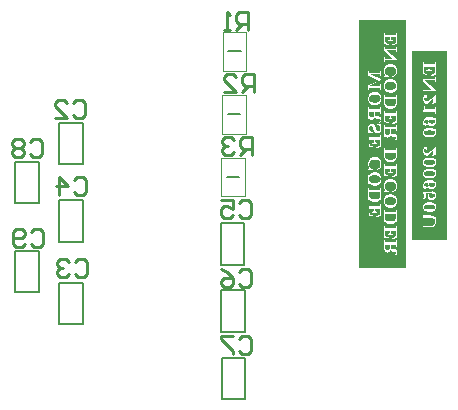
<source format=gbo>
G04*
G04 #@! TF.GenerationSoftware,Altium Limited,Altium Designer,23.4.1 (23)*
G04*
G04 Layer_Color=32896*
%FSLAX44Y44*%
%MOMM*%
G71*
G04*
G04 #@! TF.SameCoordinates,22DA07C4-7428-49AA-B022-60C06839F0DC*
G04*
G04*
G04 #@! TF.FilePolarity,Positive*
G04*
G01*
G75*
%ADD11C,0.2000*%
%ADD12C,0.2540*%
%ADD45C,0.0508*%
G36*
X353750Y125250D02*
X313750D01*
Y335250D01*
X353750D01*
Y125250D01*
D02*
G37*
G36*
X388250Y148750D02*
X358250D01*
Y308750D01*
X388250D01*
Y148750D01*
D02*
G37*
%LPC*%
G36*
X345768Y324551D02*
X335081D01*
Y314797D01*
X338857Y314316D01*
Y315060D01*
X338843D01*
X338828D01*
X338755Y315074D01*
X338638Y315089D01*
X338478Y315103D01*
X338318Y315132D01*
X338143Y315161D01*
X337968Y315191D01*
X337807Y315234D01*
X337793D01*
X337734Y315249D01*
X337647Y315278D01*
X337545Y315307D01*
X337414Y315351D01*
X337283Y315409D01*
X336976Y315555D01*
X336962Y315570D01*
X336903Y315599D01*
X336831Y315643D01*
X336743Y315701D01*
X336641Y315788D01*
X336539Y315876D01*
X336422Y315993D01*
X336335Y316109D01*
X336320Y316124D01*
X336291Y316168D01*
X336247Y316240D01*
X336189Y316343D01*
X336131Y316474D01*
X336073Y316619D01*
X336014Y316794D01*
X335956Y316984D01*
Y317013D01*
X335927Y317071D01*
X335912Y317188D01*
X335883Y317334D01*
X335854Y317523D01*
X335839Y317742D01*
X335810Y317990D01*
Y320629D01*
X339863D01*
Y319594D01*
X339834Y319419D01*
X339805Y319200D01*
X339761Y318981D01*
X339688Y318748D01*
X339586Y318559D01*
X339513Y318471D01*
X339440Y318413D01*
X339426Y318398D01*
X339353Y318369D01*
X339251Y318311D01*
X339105Y318252D01*
X338915Y318194D01*
X338668Y318136D01*
X338376Y318107D01*
X338026Y318092D01*
Y317363D01*
X342429D01*
Y318092D01*
X342415D01*
X342385D01*
X342342D01*
X342269D01*
X342094Y318107D01*
X341890Y318136D01*
X341656Y318165D01*
X341423Y318223D01*
X341204Y318311D01*
X341030Y318413D01*
X341015Y318427D01*
X340957Y318471D01*
X340884Y318559D01*
X340811Y318690D01*
X340723Y318879D01*
X340694Y318981D01*
X340665Y319113D01*
X340636Y319258D01*
X340607Y319404D01*
X340592Y319579D01*
Y320629D01*
X345039D01*
Y318005D01*
X345024Y317830D01*
X345010Y317626D01*
X344995Y317421D01*
X344966Y317203D01*
X344937Y316999D01*
Y316969D01*
X344922Y316911D01*
X344893Y316809D01*
X344849Y316678D01*
X344806Y316532D01*
X344747Y316386D01*
X344689Y316226D01*
X344602Y316080D01*
X344587Y316066D01*
X344558Y316022D01*
X344514Y315949D01*
X344441Y315861D01*
X344281Y315643D01*
X344077Y315439D01*
X344062Y315424D01*
X344033Y315395D01*
X343960Y315351D01*
X343887Y315293D01*
X343770Y315220D01*
X343654Y315147D01*
X343508Y315074D01*
X343348Y315016D01*
X343333Y315001D01*
X343275Y314987D01*
X343187Y314957D01*
X343071Y314914D01*
X342939Y314884D01*
X342794Y314841D01*
X342487Y314768D01*
X342473D01*
X342415Y314753D01*
X342327Y314739D01*
X342211Y314710D01*
X342065Y314680D01*
X341890Y314637D01*
X341686Y314593D01*
X341467Y314549D01*
Y313806D01*
D01*
X345768Y314535D01*
Y324551D01*
D02*
G37*
G36*
Y312698D02*
D01*
Y308557D01*
X345753Y308615D01*
Y308878D01*
X345739Y308994D01*
Y309461D01*
X345724Y309665D01*
Y311429D01*
X345739Y311779D01*
Y312129D01*
X345753Y312435D01*
Y312581D01*
X345768Y312698D01*
X334994D01*
Y308980D01*
X335008Y308878D01*
X335023Y308834D01*
X335037Y308805D01*
Y308790D01*
X335066Y308746D01*
X335125Y308688D01*
X335212Y308601D01*
X342560Y302332D01*
X336189D01*
X336175D01*
X336145D01*
X336043Y302346D01*
X335941Y302361D01*
X335897Y302375D01*
X335868Y302404D01*
X335854Y302419D01*
Y302434D01*
X335839Y302477D01*
X335825Y302536D01*
X335810Y302594D01*
X335795Y302696D01*
X335781Y302813D01*
Y302827D01*
X335766Y302885D01*
Y302973D01*
X335752Y303075D01*
X335737Y303192D01*
Y303337D01*
X335723Y303629D01*
Y304023D01*
X334994D01*
D01*
Y299809D01*
Y303950D01*
X335008Y303906D01*
Y303746D01*
X335023Y303644D01*
Y303381D01*
X335037Y303235D01*
Y302871D01*
X335052Y302652D01*
Y301398D01*
X335037Y301078D01*
Y300742D01*
X335023Y300392D01*
X335008Y300072D01*
Y299926D01*
X334994Y299809D01*
X335723D01*
Y300480D01*
X335737Y300611D01*
X335752Y300757D01*
X335781Y301063D01*
Y301107D01*
X335795Y301165D01*
Y301224D01*
X335825Y301355D01*
X335854Y301413D01*
X335868Y301442D01*
X335883Y301457D01*
X335927Y301471D01*
X335970Y301486D01*
X336029D01*
X336102Y301500D01*
X336189D01*
X345272D01*
X345287D01*
X345316D01*
X345374D01*
X345433Y301515D01*
X345578Y301530D01*
X345637Y301544D01*
X345680Y301573D01*
X345695Y301588D01*
X345724Y301646D01*
X345739Y301690D01*
X345753Y301748D01*
X345768Y301836D01*
Y301165D01*
Y302040D01*
X345753Y302127D01*
X345739Y302186D01*
X345724Y302200D01*
X345710Y302215D01*
X345651Y302273D01*
X345564Y302346D01*
X336364Y310175D01*
X344587D01*
X344602D01*
X344631D01*
X344718Y310161D01*
X344835Y310146D01*
X344879Y310132D01*
X344908Y310117D01*
X344922Y310102D01*
Y310073D01*
X344937Y310044D01*
X344951Y309986D01*
X344966Y309913D01*
X344981Y309825D01*
X344995Y309709D01*
Y309636D01*
X345010Y309563D01*
Y309446D01*
X345024Y309330D01*
Y309184D01*
X345039Y308878D01*
Y308484D01*
X345768D01*
Y304023D01*
Y312698D01*
D02*
G37*
G36*
X332506Y291885D02*
D01*
Y287745D01*
X332492Y287803D01*
Y288065D01*
X332477Y288182D01*
Y288648D01*
X332463Y288853D01*
Y290617D01*
X332477Y290967D01*
Y291317D01*
X332492Y291623D01*
Y291769D01*
X332506Y291885D01*
X321732D01*
Y288284D01*
X321746Y288197D01*
X321761Y288109D01*
Y288095D01*
X321776Y288051D01*
X321805Y287978D01*
X321863Y287905D01*
X321878Y287890D01*
X321922Y287847D01*
X322009Y287788D01*
X322126Y287715D01*
X330451Y283954D01*
X322126Y280178D01*
X322111D01*
X322082Y280163D01*
X321980Y280105D01*
X321878Y280017D01*
X321834Y279974D01*
X321805Y279930D01*
X321790Y279901D01*
X321761Y279813D01*
X321746Y279682D01*
X321732Y279493D01*
Y276023D01*
X322461D01*
Y277656D01*
X331777D01*
Y276023D01*
X332506D01*
Y291885D01*
D02*
G37*
G36*
X345943Y298176D02*
X334819D01*
Y291688D01*
X334833Y291572D01*
X334848Y291411D01*
X334877Y291236D01*
X334906Y291032D01*
X334950Y290814D01*
X335008Y290580D01*
X335081Y290333D01*
X335168Y290070D01*
X335271Y289808D01*
X335387Y289545D01*
X335533Y289283D01*
X335693Y289020D01*
X335883Y288758D01*
X334964Y287737D01*
X334935Y287708D01*
X334892Y287650D01*
X334848Y287548D01*
X334819Y287446D01*
Y287154D01*
Y287417D01*
X334833Y287344D01*
X334848Y287271D01*
X334906Y287213D01*
X334921Y287198D01*
X334979Y287183D01*
X335096Y287169D01*
X335168Y287154D01*
X338726D01*
X338784Y287169D01*
X338915Y287183D01*
X338974Y287198D01*
X339003Y287227D01*
X339017Y287242D01*
X339032Y287300D01*
X339047Y287344D01*
Y287402D01*
X339061Y287489D01*
Y287723D01*
X339047Y287825D01*
X339032Y287868D01*
X339017Y287898D01*
X339003Y287912D01*
X338959Y287927D01*
X338886Y287956D01*
X338813Y287971D01*
X338741Y287985D01*
X338726D01*
X338682Y288000D01*
X338595Y288014D01*
X338493Y288043D01*
X338376Y288073D01*
X338230Y288116D01*
X338070Y288175D01*
X337910Y288233D01*
X337530Y288408D01*
X337151Y288627D01*
X336962Y288758D01*
X336772Y288904D01*
X336583Y289064D01*
X336422Y289239D01*
X336408Y289254D01*
X336379Y289283D01*
X336335Y289341D01*
X336291Y289414D01*
X336218Y289501D01*
X336145Y289618D01*
X336073Y289749D01*
X335985Y289895D01*
X335897Y290056D01*
X335825Y290230D01*
X335679Y290624D01*
X335635Y290843D01*
X335591Y291061D01*
X335562Y291295D01*
X335548Y291543D01*
Y291630D01*
X335562Y291732D01*
Y291878D01*
X335591Y292038D01*
X335606Y292242D01*
X335650Y292461D01*
X335693Y292694D01*
X335766Y292942D01*
X335839Y293205D01*
X335941Y293482D01*
X336058Y293744D01*
X336189Y294007D01*
X336364Y294269D01*
X336539Y294517D01*
X336758Y294750D01*
X336772Y294765D01*
X336816Y294794D01*
X336874Y294852D01*
X336962Y294911D01*
X337093Y294983D01*
X337239Y295071D01*
X337414Y295173D01*
X337618Y295260D01*
X337851Y295362D01*
X338128Y295464D01*
X338420Y295552D01*
X338755Y295625D01*
X339105Y295683D01*
X339499Y295742D01*
X339921Y295771D01*
X340388Y295785D01*
X340417D01*
X340490D01*
X340607D01*
X340767Y295771D01*
X340971Y295756D01*
X341190Y295742D01*
X341438Y295712D01*
X341715Y295669D01*
X342283Y295567D01*
X342575Y295479D01*
X342867Y295392D01*
X343144Y295290D01*
X343406Y295173D01*
X343654Y295027D01*
X343887Y294867D01*
X343902Y294852D01*
X343945Y294808D01*
X344004Y294750D01*
X344091Y294648D01*
X344193Y294531D01*
X344310Y294386D01*
X344427Y294211D01*
X344543Y294021D01*
X344674Y293788D01*
X344791Y293540D01*
X344908Y293263D01*
X345010Y292957D01*
X345097Y292636D01*
X345155Y292272D01*
X345199Y291893D01*
X345214Y291484D01*
Y291353D01*
X345199Y291251D01*
X345185Y291134D01*
X345170Y291003D01*
X345141Y290843D01*
X345112Y290682D01*
X345024Y290303D01*
X344879Y289895D01*
X344776Y289691D01*
X344674Y289472D01*
X344558Y289268D01*
X344412Y289064D01*
X344397Y289049D01*
X344368Y289020D01*
X344324Y288962D01*
X344266Y288889D01*
X344179Y288802D01*
X344077Y288714D01*
X343960Y288612D01*
X343829Y288510D01*
X343683Y288393D01*
X343508Y288291D01*
X343318Y288189D01*
X343114Y288102D01*
X342896Y288029D01*
X342662Y287956D01*
X342415Y287912D01*
X342152Y287883D01*
X342138D01*
X342123D01*
X342050Y287868D01*
X341977Y287839D01*
X341919Y287796D01*
X341904Y287781D01*
X341890Y287737D01*
X341875Y287650D01*
Y287417D01*
X341904Y287314D01*
X341934Y287242D01*
X341948Y287227D01*
X341992Y287198D01*
X342079Y287169D01*
X342138Y287154D01*
X342269D01*
X342356Y287169D01*
X342458D01*
X342575Y287198D01*
X342721Y287227D01*
X342896Y287271D01*
X343071Y287314D01*
X343275Y287387D01*
X343479Y287475D01*
X343698Y287577D01*
X343916Y287708D01*
X344135Y287854D01*
X344368Y288029D01*
X344587Y288233D01*
X344806Y288466D01*
X344820Y288481D01*
X344849Y288525D01*
X344908Y288598D01*
X344981Y288700D01*
X345068Y288831D01*
X345170Y288991D01*
X345272Y289181D01*
X345374Y289385D01*
X345476Y289618D01*
X345578Y289866D01*
X345680Y290158D01*
X345768Y290449D01*
X345841Y290770D01*
X345899Y291120D01*
X345928Y291484D01*
X345943Y291863D01*
Y291995D01*
X345928Y292140D01*
X345914Y292344D01*
X345899Y292592D01*
X345855Y292869D01*
X345812Y293190D01*
X345753Y293525D01*
X345666Y293890D01*
X345564Y294269D01*
X345447Y294648D01*
X345287Y295027D01*
X345112Y295406D01*
X344908Y295785D01*
X344674Y296135D01*
X344397Y296471D01*
X344383Y296485D01*
X344324Y296543D01*
X344237Y296631D01*
X344120Y296733D01*
X343960Y296864D01*
X343785Y297010D01*
X343566Y297170D01*
X343318Y297316D01*
X343041Y297477D01*
X342735Y297637D01*
X342415Y297783D01*
X342050Y297914D01*
X341671Y298016D01*
X341263Y298103D01*
X340840Y298162D01*
X340388Y298176D01*
X345943D01*
D02*
G37*
G36*
Y285142D02*
X334819D01*
D01*
X340344D01*
X340213Y285128D01*
X340038Y285113D01*
X339834Y285098D01*
X339586Y285055D01*
X339309Y285011D01*
X339003Y284953D01*
X338682Y284865D01*
X338362Y284763D01*
X338012Y284632D01*
X337676Y284486D01*
X337341Y284311D01*
X337006Y284092D01*
X336685Y283859D01*
X336379Y283582D01*
X336364Y283568D01*
X336306Y283509D01*
X336233Y283422D01*
X336131Y283291D01*
X336014Y283145D01*
X335883Y282955D01*
X335737Y282722D01*
X335591Y282474D01*
X335446Y282183D01*
X335314Y281862D01*
X335183Y281526D01*
X335066Y281147D01*
X334964Y280739D01*
X334892Y280316D01*
X334833Y279850D01*
X334819Y279369D01*
Y279252D01*
X334833Y279121D01*
X334848Y278931D01*
X334862Y278713D01*
X334906Y278465D01*
X334950Y278188D01*
X335008Y277867D01*
X335096Y277546D01*
X335198Y277211D01*
X335314Y276861D01*
X335475Y276511D01*
X335650Y276161D01*
X335854Y275826D01*
X336087Y275505D01*
X336364Y275199D01*
X336379Y275184D01*
X336437Y275126D01*
X336524Y275053D01*
X336641Y274951D01*
X336801Y274834D01*
X336991Y274689D01*
X337210Y274557D01*
X337458Y274397D01*
X337734Y274251D01*
X338041Y274105D01*
X338376Y273974D01*
X338741Y273857D01*
X339134Y273755D01*
X339557Y273683D01*
X339994Y273624D01*
X340461Y273610D01*
X340563D01*
X340694Y273624D01*
X340869Y273639D01*
X341073Y273653D01*
X341306Y273697D01*
X341584Y273741D01*
X341875Y273799D01*
X342181Y273887D01*
X342502Y273989D01*
X342823Y274120D01*
X343158Y274266D01*
X343493Y274441D01*
X343814Y274659D01*
X344135Y274893D01*
X344427Y275170D01*
X344441Y275184D01*
X344485Y275243D01*
X344572Y275330D01*
X344660Y275447D01*
X344776Y275607D01*
X344908Y275797D01*
X345039Y276015D01*
X345185Y276278D01*
X345331Y276555D01*
X345462Y276875D01*
X345593Y277225D01*
X345710Y277605D01*
X345797Y277998D01*
X345870Y278435D01*
X345928Y278902D01*
X345943Y279383D01*
Y276074D01*
Y279383D01*
Y279952D01*
Y279500D01*
X345928Y279631D01*
X345914Y279821D01*
X345899Y280039D01*
X345870Y280302D01*
X345812Y280593D01*
X345753Y280900D01*
X345680Y281220D01*
X345578Y281570D01*
X345447Y281920D01*
X345316Y282270D01*
X345141Y282620D01*
X344937Y282955D01*
X344704Y283276D01*
X344441Y283582D01*
X344427Y283597D01*
X344368Y283655D01*
X344281Y283728D01*
X344164Y283830D01*
X344018Y283947D01*
X343829Y284078D01*
X343625Y284209D01*
X343377Y284355D01*
X343100Y284501D01*
X342808Y284646D01*
X342473Y284778D01*
X342123Y284894D01*
X341744Y284996D01*
X341336Y285069D01*
X340913Y285128D01*
X340461Y285142D01*
X345943D01*
D02*
G37*
%LPD*%
G36*
X327301Y262813D02*
D01*
D01*
D01*
D02*
G37*
%LPC*%
G36*
X332681Y274346D02*
X321557D01*
X327083D01*
X326951Y274331D01*
X326777Y274317D01*
X326572Y274302D01*
X326325Y274258D01*
X326048Y274215D01*
X325741Y274156D01*
X325421Y274069D01*
X325100Y273967D01*
X324750Y273836D01*
X324415Y273690D01*
X324079Y273515D01*
X323744Y273296D01*
X323423Y273063D01*
X323117Y272786D01*
X323102Y272771D01*
X323044Y272713D01*
X322971Y272626D01*
X322869Y272494D01*
X322752Y272349D01*
X322621Y272159D01*
X322476Y271926D01*
X322330Y271678D01*
X322184Y271386D01*
X322053Y271066D01*
X321922Y270730D01*
X321805Y270351D01*
X321703Y269943D01*
X321630Y269520D01*
X321572Y269054D01*
X321557Y268572D01*
Y268456D01*
X321572Y268325D01*
X321586Y268135D01*
X321601Y267916D01*
X321645Y267668D01*
X321688Y267391D01*
X321746Y267071D01*
X321834Y266750D01*
X321936Y266415D01*
X322053Y266065D01*
X322213Y265715D01*
X322388Y265365D01*
X322592Y265030D01*
X322825Y264709D01*
X323102Y264403D01*
X323117Y264388D01*
X323175Y264330D01*
X323263Y264257D01*
X323380Y264155D01*
X323540Y264038D01*
X323729Y263892D01*
X323948Y263761D01*
X324196Y263601D01*
X324473Y263455D01*
X324779Y263309D01*
X325114Y263178D01*
X325479Y263061D01*
X325873Y262959D01*
X326295Y262886D01*
X326733Y262828D01*
X327199Y262813D01*
X327301D01*
X330403D01*
X327301D01*
X327433Y262828D01*
X327607Y262843D01*
X327812Y262857D01*
X328045Y262901D01*
X328322Y262945D01*
X328614Y263003D01*
X328920Y263090D01*
X329240Y263193D01*
X329561Y263324D01*
X329897Y263470D01*
X330232Y263645D01*
X330553Y263863D01*
X330873Y264097D01*
X331165Y264373D01*
X331180Y264388D01*
X331223Y264446D01*
X331311Y264534D01*
X331398Y264650D01*
X331515Y264811D01*
X331646Y265000D01*
X331777Y265219D01*
X331923Y265482D01*
X332069Y265759D01*
X332200Y266079D01*
X332331Y266429D01*
X332448Y266808D01*
X332536Y267202D01*
X332608Y267639D01*
X332667Y268106D01*
X332681Y268587D01*
Y268704D01*
X332667Y268835D01*
X332652Y269024D01*
X332637Y269243D01*
X332608Y269506D01*
X332550Y269797D01*
X332492Y270103D01*
X332419Y270424D01*
X332317Y270774D01*
X332186Y271124D01*
X332054Y271474D01*
X331879Y271824D01*
X331675Y272159D01*
X331442Y272480D01*
X331180Y272786D01*
X331165Y272801D01*
X331107Y272859D01*
X331019Y272932D01*
X330902Y273034D01*
X330757Y273150D01*
X330567Y273282D01*
X330363Y273413D01*
X330115Y273559D01*
X329838Y273704D01*
X329547Y273850D01*
X329211Y273981D01*
X328861Y274098D01*
X328482Y274200D01*
X328074Y274273D01*
X327651Y274331D01*
X327199Y274346D01*
X332681D01*
D02*
G37*
G36*
X345768Y272006D02*
X334994D01*
Y259774D01*
Y265139D01*
X335008Y265008D01*
X335023Y264847D01*
X335037Y264643D01*
X335066Y264410D01*
X335125Y264147D01*
X335183Y263856D01*
X335256Y263550D01*
X335358Y263244D01*
X335475Y262908D01*
X335620Y262588D01*
X335795Y262252D01*
X335985Y261931D01*
X336218Y261611D01*
X336481Y261319D01*
X336495Y261304D01*
X336554Y261246D01*
X336627Y261173D01*
X336743Y261071D01*
X336903Y260955D01*
X337078Y260823D01*
X337297Y260692D01*
X337530Y260546D01*
X337807Y260401D01*
X338099Y260269D01*
X338434Y260138D01*
X338799Y260021D01*
X339178Y259919D01*
X339586Y259846D01*
X340023Y259788D01*
X340490Y259774D01*
X340592D01*
X340723Y259788D01*
X340898Y259803D01*
X341102Y259817D01*
X341350Y259861D01*
X341613Y259905D01*
X341904Y259963D01*
X342196Y260051D01*
X342517Y260153D01*
X342837Y260269D01*
X343158Y260415D01*
X343479Y260590D01*
X343800Y260794D01*
X344091Y261028D01*
X344368Y261304D01*
X344383Y261319D01*
X344427Y261377D01*
X344500Y261465D01*
X344587Y261581D01*
X344689Y261727D01*
X344806Y261917D01*
X344937Y262121D01*
X345068Y262369D01*
X345199Y262631D01*
X345331Y262937D01*
X345447Y263258D01*
X345549Y263608D01*
X345637Y263973D01*
X345710Y264366D01*
X345753Y264789D01*
X345768Y265226D01*
Y260743D01*
Y272006D01*
D02*
G37*
G36*
X332681Y261195D02*
X321732D01*
Y248336D01*
Y255043D01*
X321746Y254882D01*
X321761Y254707D01*
X321776Y254503D01*
X321805Y254270D01*
X321834Y254007D01*
X321878Y253745D01*
X321936Y253468D01*
X321994Y253176D01*
X322082Y252899D01*
X322184Y252608D01*
X322286Y252345D01*
X322417Y252083D01*
X322563Y251835D01*
X322578Y251821D01*
X322607Y251777D01*
X322650Y251718D01*
X322709Y251631D01*
X322796Y251544D01*
X322884Y251427D01*
X323000Y251325D01*
X323132Y251194D01*
X323438Y250960D01*
X323598Y250858D01*
X323788Y250771D01*
X323977Y250683D01*
X324181Y250625D01*
X324400Y250581D01*
X324633Y250567D01*
X324648D01*
X324677D01*
X324721D01*
X324779Y250581D01*
X324939Y250596D01*
X325144Y250654D01*
X325377Y250727D01*
X325639Y250844D01*
X325902Y251004D01*
X326033Y251106D01*
X326164Y251223D01*
X326179D01*
X326193Y251252D01*
X326222Y251296D01*
X326281Y251339D01*
X326339Y251412D01*
X326397Y251500D01*
X326470Y251602D01*
X326543Y251718D01*
X326631Y251850D01*
X326704Y251981D01*
X326791Y252141D01*
X326879Y252316D01*
X326951Y252520D01*
X327039Y252724D01*
X327112Y252943D01*
X327170Y253176D01*
Y253162D01*
X327199Y253104D01*
X327229Y253031D01*
X327272Y252929D01*
X327345Y252812D01*
X327418Y252681D01*
X327505Y252535D01*
X327607Y252389D01*
X327739Y252229D01*
X327870Y252068D01*
X328016Y251922D01*
X328191Y251791D01*
X328366Y251660D01*
X328570Y251544D01*
X328774Y251456D01*
X329007Y251398D01*
X329022D01*
X329051D01*
X329095Y251383D01*
X329182D01*
X329284Y251354D01*
X329445Y251339D01*
X329649Y251310D01*
X329678D01*
X329736Y251296D01*
X329838Y251281D01*
X329955Y251266D01*
X330071Y251252D01*
X330188Y251223D01*
X330276D01*
X330334Y251208D01*
X330349D01*
X330392Y251194D01*
X330451D01*
X330538Y251179D01*
X330728Y251150D01*
X330917Y251121D01*
X330932D01*
X330961D01*
X331005Y251106D01*
X331077Y251091D01*
X331150Y251077D01*
X331252Y251048D01*
X331471Y250975D01*
X331486D01*
X331530Y250946D01*
X331588Y250931D01*
X331646Y250887D01*
X331806Y250785D01*
X331879Y250712D01*
X331952Y250639D01*
Y250625D01*
X331981Y250596D01*
X331996Y250552D01*
X332025Y250479D01*
X332054Y250406D01*
X332084Y250304D01*
X332098Y250202D01*
X332113Y250086D01*
Y250027D01*
X332098Y249954D01*
X332084Y249867D01*
X332040Y249765D01*
X331996Y249648D01*
X331923Y249531D01*
X331836Y249429D01*
X331821Y249415D01*
X331777Y249386D01*
X331719Y249327D01*
X331632Y249269D01*
X331515Y249211D01*
X331384Y249152D01*
X331223Y249109D01*
X331034Y249079D01*
X331019D01*
X330961Y249065D01*
X330917D01*
X330859Y249050D01*
X330844D01*
X330815Y249021D01*
X330771Y248992D01*
X330728Y248948D01*
X330713Y248934D01*
X330698Y248890D01*
X330684Y248817D01*
X330669Y248715D01*
Y248657D01*
X330684Y248598D01*
X330713Y248526D01*
X330757Y248453D01*
X330815Y248394D01*
X330902Y248351D01*
X331019Y248336D01*
X321732D01*
X331092D01*
X331180Y248351D01*
X331296Y248380D01*
X331311D01*
X331325D01*
X331413Y248409D01*
X331544Y248453D01*
X331719Y248526D01*
X331734D01*
X331763Y248540D01*
X331806Y248569D01*
X331865Y248613D01*
X332025Y248700D01*
X332186Y248832D01*
X332200Y248846D01*
X332215Y248861D01*
X332258Y248905D01*
X332302Y248978D01*
X332360Y249050D01*
X332419Y249152D01*
X332477Y249269D01*
X332536Y249400D01*
Y249415D01*
X332565Y249459D01*
X332579Y249546D01*
X332608Y249648D01*
X332637Y249765D01*
X332652Y249911D01*
X332681Y250071D01*
Y250479D01*
X332667Y250610D01*
X332652Y250756D01*
Y250902D01*
X332623Y251077D01*
X332579Y251441D01*
X332506Y251821D01*
X332404Y252185D01*
X332346Y252345D01*
X332273Y252506D01*
X332258Y252520D01*
X332244Y252564D01*
X332200Y252637D01*
X332142Y252724D01*
X332011Y252929D01*
X331850Y253118D01*
X331836Y253133D01*
X331806Y253162D01*
X331763Y253191D01*
X331690Y253249D01*
X331602Y253293D01*
X331500Y253351D01*
X331267Y253439D01*
X331252D01*
X331194Y253453D01*
X331121Y253468D01*
X331005Y253483D01*
X330859Y253512D01*
X330669Y253541D01*
X330451Y253555D01*
X330203Y253585D01*
X330188D01*
X330174D01*
X330086D01*
X329969Y253599D01*
X329838D01*
X329707Y253614D01*
X329605D01*
X329518Y253628D01*
X329503D01*
X329488D01*
X329474D01*
X329459D01*
X329415D01*
X329342Y253643D01*
X329240D01*
X329095Y253657D01*
X328905Y253672D01*
X328876D01*
X328803Y253687D01*
X328701Y253701D01*
X328570Y253745D01*
X328409Y253789D01*
X328249Y253862D01*
X328089Y253964D01*
X327943Y254095D01*
X327914Y254124D01*
X327855Y254182D01*
X327768Y254299D01*
X327666Y254459D01*
X327578Y254664D01*
X327491Y254897D01*
X327433Y255188D01*
X327403Y255509D01*
Y257375D01*
X331777D01*
Y255684D01*
X332506D01*
Y255757D01*
X332492Y255801D01*
Y256092D01*
X332477Y256238D01*
Y256836D01*
X332463Y257098D01*
Y259621D01*
X332477Y260087D01*
Y260539D01*
X332492Y260743D01*
Y261078D01*
X332506Y261195D01*
X332681D01*
D02*
G37*
G36*
Y248336D02*
X331255D01*
X332681D01*
D01*
D02*
G37*
G36*
X345768Y258155D02*
X335081D01*
Y248402D01*
X338857Y247920D01*
Y248664D01*
X338843D01*
X338828D01*
X338755Y248679D01*
X338638Y248693D01*
X338478Y248708D01*
X338318Y248737D01*
X338143Y248766D01*
X337968Y248795D01*
X337807Y248839D01*
X337793D01*
X337734Y248853D01*
X337647Y248883D01*
X337545Y248912D01*
X337414Y248956D01*
X337283Y249014D01*
X336976Y249160D01*
X336962Y249174D01*
X336903Y249203D01*
X336831Y249247D01*
X336743Y249305D01*
X336641Y249393D01*
X336539Y249480D01*
X336422Y249597D01*
X336335Y249714D01*
X336320Y249728D01*
X336291Y249772D01*
X336247Y249845D01*
X336189Y249947D01*
X336131Y250078D01*
X336073Y250224D01*
X336014Y250399D01*
X335956Y250588D01*
Y250618D01*
X335927Y250676D01*
X335912Y250793D01*
X335883Y250938D01*
X335854Y251128D01*
X335839Y251347D01*
X335810Y251595D01*
Y254233D01*
X339863D01*
Y253198D01*
X339834Y253023D01*
X339805Y252805D01*
X339761Y252586D01*
X339688Y252353D01*
X339586Y252163D01*
X339513Y252076D01*
X339440Y252017D01*
X339426Y252003D01*
X339353Y251974D01*
X339251Y251915D01*
X339105Y251857D01*
X338915Y251799D01*
X338668Y251740D01*
X338376Y251711D01*
X338026Y251697D01*
Y250968D01*
X342429D01*
Y251697D01*
X342415D01*
X342385D01*
X342342D01*
X342269D01*
X342094Y251711D01*
X341890Y251740D01*
X341656Y251769D01*
X341423Y251828D01*
X341204Y251915D01*
X341030Y252017D01*
X341015Y252032D01*
X340957Y252076D01*
X340884Y252163D01*
X340811Y252294D01*
X340723Y252484D01*
X340694Y252586D01*
X340665Y252717D01*
X340636Y252863D01*
X340607Y253009D01*
X340592Y253184D01*
Y254233D01*
X345039D01*
Y251609D01*
X345024Y251434D01*
X345010Y251230D01*
X344995Y251026D01*
X344966Y250807D01*
X344937Y250603D01*
Y250574D01*
X344922Y250516D01*
X344893Y250413D01*
X344849Y250282D01*
X344806Y250137D01*
X344747Y249991D01*
X344689Y249830D01*
X344602Y249685D01*
X344587Y249670D01*
X344558Y249626D01*
X344514Y249553D01*
X344441Y249466D01*
X344281Y249247D01*
X344077Y249043D01*
X344062Y249028D01*
X344033Y248999D01*
X343960Y248956D01*
X343887Y248897D01*
X343770Y248824D01*
X343654Y248752D01*
X343508Y248679D01*
X343348Y248620D01*
X343333Y248606D01*
X343275Y248591D01*
X343187Y248562D01*
X343071Y248518D01*
X342939Y248489D01*
X342794Y248445D01*
X342487Y248372D01*
X342473D01*
X342415Y248358D01*
X342327Y248343D01*
X342211Y248314D01*
X342065Y248285D01*
X341890Y248241D01*
X341686Y248197D01*
X341467Y248154D01*
Y247410D01*
D01*
X345768Y248139D01*
Y258155D01*
D02*
G37*
G36*
X321557Y247272D02*
D01*
Y244531D01*
Y247272D01*
D02*
G37*
G36*
X345943Y246302D02*
X334994D01*
Y233443D01*
Y240149D01*
X335008Y239989D01*
X335023Y239814D01*
X335037Y239610D01*
X335066Y239377D01*
X335096Y239114D01*
X335139Y238852D01*
X335198Y238575D01*
X335256Y238283D01*
X335344Y238006D01*
X335446Y237715D01*
X335548Y237452D01*
X335679Y237190D01*
X335825Y236942D01*
X335839Y236927D01*
X335868Y236884D01*
X335912Y236825D01*
X335970Y236738D01*
X336058Y236650D01*
X336145Y236534D01*
X336262Y236432D01*
X336393Y236301D01*
X336699Y236067D01*
X336860Y235965D01*
X337049Y235878D01*
X337239Y235790D01*
X337443Y235732D01*
X337662Y235688D01*
X337895Y235674D01*
X337910D01*
X337939D01*
X337982D01*
X338041Y235688D01*
X338201Y235703D01*
X338405Y235761D01*
X338638Y235834D01*
X338901Y235951D01*
X339163Y236111D01*
X339295Y236213D01*
X339426Y236330D01*
X339440D01*
X339455Y236359D01*
X339484Y236402D01*
X339542Y236446D01*
X339601Y236519D01*
X339659Y236607D01*
X339732Y236709D01*
X339805Y236825D01*
X339892Y236957D01*
X339965Y237088D01*
X340053Y237248D01*
X340140Y237423D01*
X340213Y237627D01*
X340300Y237831D01*
X340373Y238050D01*
X340432Y238283D01*
Y238269D01*
X340461Y238210D01*
X340490Y238137D01*
X340534Y238036D01*
X340607Y237919D01*
X340680Y237788D01*
X340767Y237642D01*
X340869Y237496D01*
X341000Y237336D01*
X341132Y237175D01*
X341277Y237029D01*
X341452Y236898D01*
X341627Y236767D01*
X341831Y236650D01*
X342035Y236563D01*
X342269Y236505D01*
X342283D01*
X342313D01*
X342356Y236490D01*
X342444D01*
X342546Y236461D01*
X342706Y236446D01*
X342910Y236417D01*
X342939D01*
X342998Y236402D01*
X343100Y236388D01*
X343217Y236373D01*
X343333Y236359D01*
X343450Y236330D01*
X343537D01*
X343596Y236315D01*
X343610D01*
X343654Y236301D01*
X343712D01*
X343800Y236286D01*
X343989Y236257D01*
X344179Y236228D01*
X344193D01*
X344222D01*
X344266Y236213D01*
X344339Y236198D01*
X344412Y236184D01*
X344514Y236155D01*
X344733Y236082D01*
X344747D01*
X344791Y236053D01*
X344849Y236038D01*
X344908Y235994D01*
X345068Y235892D01*
X345141Y235819D01*
X345214Y235746D01*
Y235732D01*
X345243Y235703D01*
X345258Y235659D01*
X345287Y235586D01*
X345316Y235513D01*
X345345Y235411D01*
X345360Y235309D01*
X345374Y235192D01*
Y235134D01*
X345360Y235061D01*
X345345Y234974D01*
X345301Y234872D01*
X345258Y234755D01*
X345185Y234638D01*
X345097Y234536D01*
X345083Y234522D01*
X345039Y234493D01*
X344981Y234434D01*
X344893Y234376D01*
X344776Y234318D01*
X344645Y234259D01*
X344485Y234216D01*
X344295Y234186D01*
X344281D01*
X344222Y234172D01*
X344179D01*
X344120Y234157D01*
X344106D01*
X344077Y234128D01*
X344033Y234099D01*
X343989Y234055D01*
X343975Y234041D01*
X343960Y233997D01*
X343945Y233924D01*
X343931Y233822D01*
Y233764D01*
X343945Y233705D01*
X343975Y233632D01*
X344018Y233559D01*
X344077Y233501D01*
X344164Y233458D01*
X344281Y233443D01*
X344354D01*
X344441Y233458D01*
X344558Y233487D01*
X344572D01*
X344587D01*
X344674Y233516D01*
X344806Y233559D01*
X344981Y233632D01*
X344995D01*
X345024Y233647D01*
X345068Y233676D01*
X345126Y233720D01*
X345287Y233807D01*
X345447Y233939D01*
X345462Y233953D01*
X345476Y233968D01*
X345520Y234011D01*
X345564Y234084D01*
X345622Y234157D01*
X345680Y234259D01*
X345739Y234376D01*
X345797Y234507D01*
Y234522D01*
X345826Y234566D01*
X345841Y234653D01*
X345870Y234755D01*
X345899Y234872D01*
X345914Y235018D01*
X345943Y235178D01*
Y235586D01*
X345928Y235717D01*
X345914Y235863D01*
Y236009D01*
X345885Y236184D01*
X345841Y236548D01*
X345768Y236927D01*
X345666Y237292D01*
X345607Y237452D01*
X345535Y237613D01*
X345520Y237627D01*
X345505Y237671D01*
X345462Y237744D01*
X345403Y237831D01*
X345272Y238036D01*
X345112Y238225D01*
X345097Y238240D01*
X345068Y238269D01*
X345024Y238298D01*
X344951Y238356D01*
X344864Y238400D01*
X344762Y238458D01*
X344529Y238546D01*
X344514D01*
X344456Y238560D01*
X344383Y238575D01*
X344266Y238589D01*
X344120Y238619D01*
X343931Y238648D01*
X343712Y238662D01*
X343464Y238692D01*
X343450D01*
X343435D01*
X343348D01*
X343231Y238706D01*
X343100D01*
X342969Y238721D01*
X342867D01*
X342779Y238735D01*
X342765D01*
X342750D01*
X342735D01*
X342721D01*
X342677D01*
X342604Y238750D01*
X342502D01*
X342356Y238764D01*
X342167Y238779D01*
X342138D01*
X342065Y238794D01*
X341963Y238808D01*
X341831Y238852D01*
X341671Y238896D01*
X341511Y238969D01*
X341350Y239071D01*
X341204Y239202D01*
X341175Y239231D01*
X341117Y239289D01*
X341030Y239406D01*
X340928Y239566D01*
X340840Y239770D01*
X340752Y240004D01*
X340694Y240295D01*
X340665Y240616D01*
Y242482D01*
X345039D01*
Y240791D01*
X345768D01*
Y240864D01*
X345753Y240908D01*
Y241199D01*
X345739Y241345D01*
Y241943D01*
X345724Y242205D01*
Y244727D01*
X345739Y245194D01*
Y245646D01*
X345753Y245850D01*
Y246185D01*
X345768Y246302D01*
X345943D01*
D02*
G37*
G36*
X332331Y247272D02*
X329226D01*
X329109Y247257D01*
X329051Y247243D01*
X329022Y247228D01*
X329007Y247213D01*
X328978Y247170D01*
X328964Y247126D01*
X328949Y247068D01*
X328934Y246995D01*
Y246834D01*
X328949Y246776D01*
X328964Y246718D01*
Y246703D01*
X328978Y246674D01*
X328993Y246645D01*
X329022Y246616D01*
Y246601D01*
X329051Y246586D01*
X329124Y246557D01*
X329138D01*
X329168Y246543D01*
X329226D01*
X329299D01*
X329313D01*
X329328D01*
X329372D01*
X329430Y246528D01*
X329590Y246514D01*
X329780Y246470D01*
X329999Y246411D01*
X330232Y246339D01*
X330465Y246236D01*
X330698Y246105D01*
X330728Y246091D01*
X330786Y246032D01*
X330888Y245945D01*
X331019Y245828D01*
X331150Y245683D01*
X331282Y245508D01*
X331413Y245303D01*
X331530Y245085D01*
Y245070D01*
X331544Y245056D01*
X331573Y244983D01*
X331617Y244851D01*
X331661Y244706D01*
X331719Y244531D01*
X331777Y244327D01*
X331821Y244137D01*
X331865Y243933D01*
Y243904D01*
X331879Y243845D01*
X331894Y243729D01*
X331908Y243598D01*
X331923Y243423D01*
X331938Y243248D01*
X331952Y242839D01*
Y242737D01*
X331938Y242665D01*
Y242562D01*
X331923Y242460D01*
X331879Y242227D01*
X331821Y241965D01*
X331719Y241702D01*
X331588Y241469D01*
X331500Y241352D01*
X331398Y241265D01*
X331369Y241250D01*
X331296Y241192D01*
X331180Y241119D01*
X331019Y241017D01*
X330830Y240930D01*
X330611Y240857D01*
X330378Y240798D01*
X330115Y240784D01*
X330101D01*
X330086D01*
X330042D01*
X329984Y240798D01*
X329853Y240813D01*
X329663Y240857D01*
X329459Y240944D01*
X329226Y241061D01*
X328993Y241206D01*
X328861Y241309D01*
X328745Y241425D01*
X328730Y241440D01*
X328701Y241469D01*
X328672Y241527D01*
X328614Y241586D01*
X328570Y241673D01*
X328512Y241775D01*
X328468Y241877D01*
X328439Y241994D01*
Y242008D01*
X328424Y242052D01*
X328395Y242154D01*
X328351Y242285D01*
X328336Y242373D01*
X328307Y242475D01*
X328278Y242592D01*
X328234Y242723D01*
X328205Y242869D01*
X328162Y243044D01*
X328118Y243218D01*
X328060Y243423D01*
Y243437D01*
X328045Y243481D01*
X328030Y243554D01*
X328001Y243656D01*
X327987Y243773D01*
X327957Y243904D01*
X327885Y244195D01*
X327797Y244516D01*
X327710Y244837D01*
X327622Y245143D01*
X327593Y245260D01*
X327549Y245376D01*
X327535Y245406D01*
X327505Y245464D01*
X327462Y245566D01*
X327374Y245697D01*
X327272Y245857D01*
X327156Y246047D01*
X326995Y246236D01*
X326806Y246426D01*
X326791Y246441D01*
X326762Y246455D01*
X326718Y246499D01*
X326645Y246557D01*
X326558Y246616D01*
X326456Y246688D01*
X326339Y246776D01*
X326208Y246849D01*
X325902Y247009D01*
X325537Y247140D01*
X325348Y247199D01*
X325144Y247228D01*
X324925Y247257D01*
X324706Y247272D01*
X324575D01*
X324487Y247257D01*
X324371Y247243D01*
X324240Y247228D01*
X324094Y247199D01*
X323933Y247155D01*
X323584Y247053D01*
X323394Y246980D01*
X323204Y246893D01*
X323015Y246791D01*
X322825Y246659D01*
X322650Y246528D01*
X322476Y246368D01*
X322461Y246353D01*
X322432Y246324D01*
X322388Y246266D01*
X322330Y246193D01*
X322257Y246105D01*
X322184Y245989D01*
X322096Y245857D01*
X322009Y245697D01*
X321936Y245522D01*
X321849Y245318D01*
X321776Y245114D01*
X321703Y244866D01*
X321645Y244618D01*
X321601Y244341D01*
X321572Y244049D01*
X321557Y243743D01*
Y240098D01*
Y243583D01*
X321572Y243481D01*
X321586Y243335D01*
X321601Y243175D01*
X321630Y243000D01*
X321659Y242810D01*
X321761Y242373D01*
X321834Y242154D01*
X321907Y241936D01*
X322009Y241702D01*
X322126Y241469D01*
X322257Y241250D01*
X322403Y241046D01*
X321732Y240317D01*
X321717Y240303D01*
X321703Y240288D01*
X321645Y240201D01*
X321586Y240084D01*
X321557Y240040D01*
Y239953D01*
X321572Y239880D01*
X321586Y239792D01*
X321615Y239763D01*
X321645Y239734D01*
X321659Y239719D01*
X321717Y239705D01*
X321834Y239690D01*
X321907Y239676D01*
X321994D01*
X324881D01*
X324896D01*
X324925D01*
X324969D01*
X325027D01*
X325144Y239705D01*
X325202Y239719D01*
X325231Y239734D01*
X325246Y239749D01*
X325260Y239792D01*
X325275Y239851D01*
X325289Y239909D01*
X325304Y239982D01*
Y240215D01*
X325289Y240332D01*
X325275Y240375D01*
X325260Y240405D01*
X325246Y240419D01*
X325187Y240434D01*
X325144Y240448D01*
X325085Y240478D01*
X324998Y240492D01*
X324896Y240507D01*
X324881D01*
X324852Y240521D01*
X324794D01*
X324735Y240536D01*
X324648Y240565D01*
X324546Y240594D01*
X324313Y240667D01*
X324050Y240755D01*
X323788Y240886D01*
X323511Y241032D01*
X323263Y241221D01*
X323248D01*
X323234Y241250D01*
X323161Y241309D01*
X323059Y241425D01*
X322928Y241556D01*
X322782Y241731D01*
X322650Y241921D01*
X322519Y242125D01*
X322432Y242344D01*
X322417Y242373D01*
X322403Y242446D01*
X322359Y242562D01*
X322315Y242723D01*
X322286Y242912D01*
X322242Y243131D01*
X322228Y243379D01*
X322213Y243627D01*
Y243729D01*
X322228Y243802D01*
Y243889D01*
X322242Y243977D01*
X322271Y244210D01*
X322344Y244458D01*
X322432Y244706D01*
X322548Y244939D01*
X322723Y245128D01*
X322752Y245143D01*
X322811Y245201D01*
X322913Y245274D01*
X323059Y245347D01*
X323219Y245435D01*
X323423Y245508D01*
X323627Y245566D01*
X323861Y245580D01*
X323890D01*
X323963D01*
X324094Y245551D01*
X324240Y245522D01*
X324415Y245478D01*
X324590Y245406D01*
X324765Y245303D01*
X324939Y245172D01*
X324954Y245158D01*
X325012Y245099D01*
X325085Y245012D01*
X325173Y244895D01*
X325260Y244764D01*
X325348Y244604D01*
X325435Y244429D01*
X325494Y244239D01*
X325975Y241965D01*
Y241950D01*
X325989Y241906D01*
X326004Y241848D01*
X326018Y241761D01*
X326062Y241658D01*
X326091Y241542D01*
X326208Y241265D01*
X326354Y240944D01*
X326558Y240609D01*
X326674Y240434D01*
X326806Y240259D01*
X326966Y240098D01*
X327126Y239938D01*
X327141Y239923D01*
X327170Y239894D01*
X327214Y239865D01*
X327287Y239807D01*
X327374Y239749D01*
X327491Y239676D01*
X327607Y239588D01*
X327739Y239515D01*
X327899Y239442D01*
X328074Y239355D01*
X328439Y239224D01*
X328643Y239165D01*
X328861Y239122D01*
X329095Y239107D01*
X329328Y239093D01*
X321557D01*
X332681D01*
D01*
X329459D01*
X329547Y239107D01*
X329663Y239122D01*
X329809Y239136D01*
X329955Y239165D01*
X330130Y239209D01*
X330494Y239326D01*
X330684Y239399D01*
X330888Y239486D01*
X331077Y239588D01*
X331282Y239719D01*
X331486Y239865D01*
X331675Y240026D01*
X331690Y240040D01*
X331719Y240069D01*
X331763Y240128D01*
X331836Y240201D01*
X331908Y240303D01*
X331996Y240419D01*
X332084Y240565D01*
X332171Y240725D01*
X332273Y240915D01*
X332360Y241119D01*
X332448Y241338D01*
X332521Y241600D01*
X332594Y241863D01*
X332637Y242154D01*
X332667Y242475D01*
X332681Y242810D01*
Y243000D01*
X332667Y243131D01*
X332652Y243291D01*
X332637Y243481D01*
X332608Y243685D01*
X332579Y243918D01*
X332477Y244400D01*
X332404Y244647D01*
X332317Y244910D01*
X332229Y245158D01*
X332113Y245406D01*
X331981Y245639D01*
X331836Y245857D01*
X332536Y246645D01*
X332550Y246674D01*
X332608Y246747D01*
X332652Y246849D01*
X332681Y246965D01*
Y246995D01*
X332667Y247082D01*
X332637Y247170D01*
X332623Y247199D01*
X332594Y247228D01*
X332579D01*
X332521Y247243D01*
X332404Y247257D01*
X332331Y247272D01*
D02*
G37*
G36*
X332506Y237635D02*
X327163D01*
X331777D01*
Y235943D01*
X322548D01*
Y237635D01*
X321819D01*
Y226889D01*
D01*
Y227881D01*
X325596Y227400D01*
Y228143D01*
X325581D01*
X325566D01*
X325494Y228158D01*
X325377Y228172D01*
X325216Y228187D01*
X325056Y228216D01*
X324881Y228245D01*
X324706Y228274D01*
X324546Y228318D01*
X324531D01*
X324473Y228333D01*
X324385Y228362D01*
X324283Y228391D01*
X324152Y228435D01*
X324021Y228493D01*
X323715Y228639D01*
X323700Y228654D01*
X323642Y228683D01*
X323569Y228726D01*
X323481Y228785D01*
X323380Y228872D01*
X323277Y228960D01*
X323161Y229076D01*
X323073Y229193D01*
X323059Y229207D01*
X323030Y229251D01*
X322986Y229324D01*
X322928Y229426D01*
X322869Y229557D01*
X322811Y229703D01*
X322752Y229878D01*
X322694Y230068D01*
Y230097D01*
X322665Y230155D01*
X322650Y230272D01*
X322621Y230418D01*
X322592Y230607D01*
X322578Y230826D01*
X322548Y231074D01*
Y233713D01*
X326602D01*
Y232677D01*
X326572Y232502D01*
X326543Y232284D01*
X326499Y232065D01*
X326427Y231832D01*
X326325Y231642D01*
X326252Y231555D01*
X326179Y231497D01*
X326164Y231482D01*
X326091Y231453D01*
X325989Y231395D01*
X325843Y231336D01*
X325654Y231278D01*
X325406Y231220D01*
X325114Y231190D01*
X324765Y231176D01*
Y230447D01*
X329168D01*
Y231176D01*
X329153D01*
X329124D01*
X329080D01*
X329007D01*
X328832Y231190D01*
X328628Y231220D01*
X328395Y231249D01*
X328162Y231307D01*
X327943Y231395D01*
X327768Y231497D01*
X327753Y231511D01*
X327695Y231555D01*
X327622Y231642D01*
X327549Y231773D01*
X327462Y231963D01*
X327433Y232065D01*
X327403Y232196D01*
X327374Y232342D01*
X327345Y232488D01*
X327331Y232663D01*
Y233713D01*
X331777D01*
Y231088D01*
X331763Y230913D01*
X331748Y230709D01*
X331734Y230505D01*
X331704Y230286D01*
X331675Y230082D01*
Y230053D01*
X331661Y229995D01*
X331632Y229893D01*
X331588Y229762D01*
X331544Y229616D01*
X331486Y229470D01*
X331427Y229310D01*
X331340Y229164D01*
X331325Y229149D01*
X331296Y229105D01*
X331252Y229033D01*
X331180Y228945D01*
X331019Y228726D01*
X330815Y228522D01*
X330801Y228508D01*
X330771Y228479D01*
X330698Y228435D01*
X330625Y228377D01*
X330509Y228304D01*
X330392Y228231D01*
X330247Y228158D01*
X330086Y228099D01*
X330071Y228085D01*
X330013Y228070D01*
X329926Y228041D01*
X329809Y227997D01*
X329678Y227968D01*
X329532Y227924D01*
X329226Y227852D01*
X329211D01*
X329153Y227837D01*
X329066Y227822D01*
X328949Y227793D01*
X328803Y227764D01*
X328628Y227720D01*
X328424Y227677D01*
X328205Y227633D01*
Y226889D01*
X332506Y227618D01*
Y237635D01*
D02*
G37*
G36*
X345768Y226780D02*
X334994D01*
Y214548D01*
Y219913D01*
X335008Y219782D01*
X335023Y219621D01*
X335037Y219417D01*
X335066Y219184D01*
X335125Y218922D01*
X335183Y218630D01*
X335256Y218324D01*
X335358Y218018D01*
X335475Y217682D01*
X335620Y217362D01*
X335795Y217026D01*
X335985Y216705D01*
X336218Y216385D01*
X336481Y216093D01*
X336495Y216079D01*
X336554Y216020D01*
X336627Y215947D01*
X336743Y215845D01*
X336903Y215729D01*
X337078Y215597D01*
X337297Y215466D01*
X337530Y215320D01*
X337807Y215175D01*
X338099Y215043D01*
X338434Y214912D01*
X338799Y214796D01*
X339178Y214694D01*
X339586Y214621D01*
X340023Y214562D01*
X340490Y214548D01*
X340592D01*
X340723Y214562D01*
X340898Y214577D01*
X341102Y214592D01*
X341350Y214635D01*
X341613Y214679D01*
X341904Y214737D01*
X342196Y214825D01*
X342517Y214927D01*
X342837Y215043D01*
X343158Y215189D01*
X343479Y215364D01*
X343800Y215568D01*
X344091Y215802D01*
X344368Y216079D01*
X344383Y216093D01*
X344427Y216152D01*
X344500Y216239D01*
X344587Y216356D01*
X344689Y216501D01*
X344806Y216691D01*
X344937Y216895D01*
X345068Y217143D01*
X345199Y217405D01*
X345331Y217712D01*
X345447Y218032D01*
X345549Y218382D01*
X345637Y218747D01*
X345710Y219140D01*
X345753Y219563D01*
X345768Y220000D01*
Y215473D01*
Y226780D01*
D02*
G37*
G36*
X327126Y219381D02*
X327010D01*
X326893Y219366D01*
X326718Y219352D01*
X326514Y219322D01*
X326266Y219293D01*
X325989Y219235D01*
X325698Y219162D01*
X325391Y219075D01*
X325071Y218958D01*
X324735Y218827D01*
X324400Y218666D01*
X324065Y218462D01*
X323729Y218244D01*
X323423Y217981D01*
X323117Y217675D01*
X323102Y217661D01*
X323044Y217602D01*
X322971Y217500D01*
X322869Y217354D01*
X322752Y217194D01*
X322621Y216975D01*
X322476Y216727D01*
X322330Y216450D01*
X322184Y216144D01*
X322053Y215794D01*
X321922Y215415D01*
X321805Y215007D01*
X321703Y214570D01*
X321630Y214088D01*
X321572Y213593D01*
X321557Y213068D01*
Y213199D01*
Y212893D01*
X321572Y212776D01*
X321586Y212616D01*
X321615Y212441D01*
X321645Y212237D01*
X321688Y212018D01*
X321746Y211785D01*
X321819Y211537D01*
X321907Y211275D01*
X322009Y211012D01*
X322126Y210750D01*
X322271Y210487D01*
X322432Y210225D01*
X322621Y209962D01*
X321703Y208942D01*
X321674Y208913D01*
X321630Y208854D01*
X321586Y208752D01*
X321557Y208650D01*
Y208359D01*
Y208621D01*
X321572Y208548D01*
X321586Y208475D01*
X321645Y208417D01*
X321659Y208402D01*
X321717Y208388D01*
X321834Y208373D01*
X321907Y208359D01*
X321557D01*
X332681D01*
D01*
X329007D01*
X329095Y208373D01*
X329197D01*
X329313Y208402D01*
X329459Y208432D01*
X329634Y208475D01*
X329809Y208519D01*
X330013Y208592D01*
X330217Y208679D01*
X330436Y208782D01*
X330655Y208913D01*
X330873Y209058D01*
X331107Y209233D01*
X331325Y209438D01*
X331544Y209671D01*
X331559Y209685D01*
X331588Y209729D01*
X331646Y209802D01*
X331719Y209904D01*
X331806Y210035D01*
X331908Y210196D01*
X332011Y210385D01*
X332113Y210589D01*
X332215Y210823D01*
X332317Y211070D01*
X332419Y211362D01*
X332506Y211654D01*
X332579Y211974D01*
X332637Y212324D01*
X332667Y212689D01*
X332681Y213068D01*
Y213199D01*
X332667Y213345D01*
X332652Y213549D01*
X332637Y213797D01*
X332594Y214074D01*
X332550Y214395D01*
X332492Y214730D01*
X332404Y215095D01*
X332302Y215473D01*
X332186Y215853D01*
X332025Y216232D01*
X331850Y216611D01*
X331646Y216990D01*
X331413Y217340D01*
X331136Y217675D01*
X331121Y217690D01*
X331063Y217748D01*
X330975Y217835D01*
X330859Y217938D01*
X330698Y218069D01*
X330523Y218214D01*
X330305Y218375D01*
X330057Y218521D01*
X329780Y218681D01*
X329474Y218841D01*
X329153Y218987D01*
X328788Y219118D01*
X328409Y219221D01*
X328001Y219308D01*
X327578Y219366D01*
X327126Y219381D01*
D02*
G37*
G36*
X345768Y212929D02*
X335081D01*
Y203176D01*
X338857Y202694D01*
Y203438D01*
X338843D01*
X338828D01*
X338755Y203453D01*
X338638Y203467D01*
X338478Y203482D01*
X338318Y203511D01*
X338143Y203540D01*
X337968Y203569D01*
X337807Y203613D01*
X337793D01*
X337734Y203628D01*
X337647Y203657D01*
X337545Y203686D01*
X337414Y203730D01*
X337283Y203788D01*
X336976Y203934D01*
X336962Y203948D01*
X336903Y203978D01*
X336831Y204021D01*
X336743Y204080D01*
X336641Y204167D01*
X336539Y204254D01*
X336422Y204371D01*
X336335Y204488D01*
X336320Y204502D01*
X336291Y204546D01*
X336247Y204619D01*
X336189Y204721D01*
X336131Y204852D01*
X336073Y204998D01*
X336014Y205173D01*
X335956Y205363D01*
Y205392D01*
X335927Y205450D01*
X335912Y205567D01*
X335883Y205713D01*
X335854Y205902D01*
X335839Y206121D01*
X335810Y206369D01*
Y209007D01*
X339863D01*
Y207972D01*
X339834Y207797D01*
X339805Y207579D01*
X339761Y207360D01*
X339688Y207127D01*
X339586Y206937D01*
X339513Y206850D01*
X339440Y206791D01*
X339426Y206777D01*
X339353Y206748D01*
X339251Y206689D01*
X339105Y206631D01*
X338915Y206573D01*
X338668Y206514D01*
X338376Y206485D01*
X338026Y206471D01*
Y205742D01*
X342429D01*
Y206471D01*
X342415D01*
X342385D01*
X342342D01*
X342269D01*
X342094Y206485D01*
X341890Y206514D01*
X341656Y206544D01*
X341423Y206602D01*
X341204Y206689D01*
X341030Y206791D01*
X341015Y206806D01*
X340957Y206850D01*
X340884Y206937D01*
X340811Y207068D01*
X340723Y207258D01*
X340694Y207360D01*
X340665Y207491D01*
X340636Y207637D01*
X340607Y207783D01*
X340592Y207958D01*
Y209007D01*
X345039D01*
Y206383D01*
X345024Y206208D01*
X345010Y206004D01*
X344995Y205800D01*
X344966Y205581D01*
X344937Y205377D01*
Y205348D01*
X344922Y205290D01*
X344893Y205188D01*
X344849Y205056D01*
X344806Y204911D01*
X344747Y204765D01*
X344689Y204604D01*
X344602Y204459D01*
X344587Y204444D01*
X344558Y204400D01*
X344514Y204327D01*
X344441Y204240D01*
X344281Y204021D01*
X344077Y203817D01*
X344062Y203803D01*
X344033Y203773D01*
X343960Y203730D01*
X343887Y203671D01*
X343770Y203598D01*
X343654Y203526D01*
X343508Y203453D01*
X343348Y203394D01*
X343333Y203380D01*
X343275Y203365D01*
X343187Y203336D01*
X343071Y203292D01*
X342939Y203263D01*
X342794Y203219D01*
X342487Y203146D01*
X342473D01*
X342415Y203132D01*
X342327Y203117D01*
X342211Y203088D01*
X342065Y203059D01*
X341890Y203015D01*
X341686Y202971D01*
X341467Y202928D01*
Y202184D01*
D01*
X345768Y202913D01*
Y202775D01*
Y212929D01*
D02*
G37*
G36*
X327542Y206347D02*
X327083D01*
X326951Y206332D01*
X326777Y206318D01*
X326572Y206303D01*
X326325Y206259D01*
X326048Y206215D01*
X325741Y206157D01*
X325421Y206070D01*
X325100Y205968D01*
X324750Y205836D01*
X324415Y205691D01*
X324079Y205516D01*
X323744Y205297D01*
X323423Y205064D01*
X323117Y204787D01*
X323102Y204772D01*
X323044Y204714D01*
X322971Y204626D01*
X322869Y204495D01*
X322752Y204349D01*
X322621Y204160D01*
X322476Y203927D01*
X322330Y203679D01*
X322184Y203387D01*
X322053Y203066D01*
X321922Y202731D01*
X321805Y202352D01*
X321703Y201944D01*
X321630Y201521D01*
X321572Y201054D01*
X321557Y200573D01*
Y206347D01*
D01*
Y194814D01*
Y200457D01*
X321572Y200325D01*
X321586Y200136D01*
X321601Y199917D01*
X321645Y199669D01*
X321688Y199392D01*
X321746Y199072D01*
X321834Y198751D01*
X321936Y198415D01*
X322053Y198065D01*
X322213Y197716D01*
X322388Y197366D01*
X322592Y197030D01*
X322825Y196710D01*
X323102Y196403D01*
X323117Y196389D01*
X323175Y196331D01*
X323263Y196258D01*
X323380Y196156D01*
X323540Y196039D01*
X323729Y195893D01*
X323948Y195762D01*
X324196Y195602D01*
X324473Y195456D01*
X324779Y195310D01*
X325114Y195179D01*
X325479Y195062D01*
X325873Y194960D01*
X326295Y194887D01*
X326733Y194829D01*
X327199Y194814D01*
X332681D01*
D01*
X327301D01*
X327433Y194829D01*
X327607Y194843D01*
X327812Y194858D01*
X328045Y194902D01*
X328322Y194946D01*
X328614Y195004D01*
X328920Y195091D01*
X329240Y195193D01*
X329561Y195324D01*
X329897Y195470D01*
X330232Y195645D01*
X330553Y195864D01*
X330873Y196097D01*
X331165Y196374D01*
X331180Y196389D01*
X331223Y196447D01*
X331311Y196535D01*
X331398Y196651D01*
X331515Y196812D01*
X331646Y197001D01*
X331777Y197220D01*
X331923Y197482D01*
X332069Y197759D01*
X332200Y198080D01*
X332331Y198430D01*
X332448Y198809D01*
X332536Y199203D01*
X332608Y199640D01*
X332667Y200107D01*
X332681Y200588D01*
Y200704D01*
X332667Y200836D01*
X332652Y201025D01*
X332637Y201244D01*
X332608Y201506D01*
X332550Y201798D01*
X332492Y202104D01*
X332419Y202425D01*
X332317Y202775D01*
X332186Y203125D01*
X332054Y203475D01*
X331879Y203824D01*
X331675Y204160D01*
X331442Y204480D01*
X331180Y204787D01*
X331165Y204801D01*
X331107Y204860D01*
X331019Y204932D01*
X330902Y205035D01*
X330757Y205151D01*
X330567Y205282D01*
X330363Y205414D01*
X330115Y205559D01*
X329838Y205705D01*
X329547Y205851D01*
X329211Y205982D01*
X328861Y206099D01*
X328482Y206201D01*
X328074Y206274D01*
X327651Y206332D01*
X327199Y206347D01*
X327542D01*
D02*
G37*
G36*
X345943Y200683D02*
X334819D01*
Y194195D01*
X334833Y194078D01*
X334848Y193918D01*
X334877Y193743D01*
X334906Y193538D01*
X334950Y193320D01*
X335008Y193087D01*
X335081Y192839D01*
X335168Y192576D01*
X335271Y192314D01*
X335387Y192051D01*
X335533Y191789D01*
X335693Y191527D01*
X335883Y191264D01*
X334964Y190243D01*
X334935Y190214D01*
X334892Y190156D01*
X334848Y190054D01*
X334819Y189952D01*
Y189660D01*
Y189923D01*
X334833Y189850D01*
X334848Y189777D01*
X334906Y189719D01*
X334921Y189704D01*
X334979Y189690D01*
X335096Y189675D01*
X335168Y189660D01*
X338726D01*
X338784Y189675D01*
X338915Y189690D01*
X338974Y189704D01*
X339003Y189733D01*
X339017Y189748D01*
X339032Y189806D01*
X339047Y189850D01*
Y189908D01*
X339061Y189996D01*
Y190229D01*
X339047Y190331D01*
X339032Y190375D01*
X339017Y190404D01*
X339003Y190418D01*
X338959Y190433D01*
X338886Y190462D01*
X338813Y190477D01*
X338741Y190491D01*
X338726D01*
X338682Y190506D01*
X338595Y190520D01*
X338493Y190550D01*
X338376Y190579D01*
X338230Y190623D01*
X338070Y190681D01*
X337910Y190739D01*
X337530Y190914D01*
X337151Y191133D01*
X336962Y191264D01*
X336772Y191410D01*
X336583Y191570D01*
X336422Y191745D01*
X336408Y191760D01*
X336379Y191789D01*
X336335Y191847D01*
X336291Y191920D01*
X336218Y192008D01*
X336145Y192124D01*
X336073Y192255D01*
X335985Y192401D01*
X335897Y192562D01*
X335825Y192737D01*
X335679Y193130D01*
X335635Y193349D01*
X335591Y193568D01*
X335562Y193801D01*
X335548Y194049D01*
Y194136D01*
X335562Y194238D01*
Y194384D01*
X335591Y194545D01*
X335606Y194749D01*
X335650Y194967D01*
X335693Y195201D01*
X335766Y195448D01*
X335839Y195711D01*
X335941Y195988D01*
X336058Y196250D01*
X336189Y196513D01*
X336364Y196775D01*
X336539Y197023D01*
X336758Y197256D01*
X336772Y197271D01*
X336816Y197300D01*
X336874Y197358D01*
X336962Y197417D01*
X337093Y197490D01*
X337239Y197577D01*
X337414Y197679D01*
X337618Y197767D01*
X337851Y197869D01*
X338128Y197971D01*
X338420Y198058D01*
X338755Y198131D01*
X339105Y198189D01*
X339499Y198248D01*
X339921Y198277D01*
X340388Y198291D01*
X340417D01*
X340490D01*
X340607D01*
X340767Y198277D01*
X340971Y198262D01*
X341190Y198248D01*
X341438Y198219D01*
X341715Y198175D01*
X342283Y198073D01*
X342575Y197985D01*
X342867Y197898D01*
X343144Y197796D01*
X343406Y197679D01*
X343654Y197533D01*
X343887Y197373D01*
X343902Y197358D01*
X343945Y197315D01*
X344004Y197256D01*
X344091Y197154D01*
X344193Y197038D01*
X344310Y196892D01*
X344427Y196717D01*
X344543Y196527D01*
X344674Y196294D01*
X344791Y196046D01*
X344908Y195769D01*
X345010Y195463D01*
X345097Y195142D01*
X345155Y194778D01*
X345199Y194399D01*
X345214Y193990D01*
Y193859D01*
X345199Y193757D01*
X345185Y193641D01*
X345170Y193509D01*
X345141Y193349D01*
X345112Y193189D01*
X345024Y192810D01*
X344879Y192401D01*
X344776Y192197D01*
X344674Y191978D01*
X344558Y191774D01*
X344412Y191570D01*
X344397Y191556D01*
X344368Y191527D01*
X344324Y191468D01*
X344266Y191395D01*
X344179Y191308D01*
X344077Y191220D01*
X343960Y191118D01*
X343829Y191016D01*
X343683Y190900D01*
X343508Y190798D01*
X343318Y190695D01*
X343114Y190608D01*
X342896Y190535D01*
X342662Y190462D01*
X342415Y190418D01*
X342152Y190389D01*
X342138D01*
X342123D01*
X342050Y190375D01*
X341977Y190346D01*
X341919Y190302D01*
X341904Y190287D01*
X341890Y190243D01*
X341875Y190156D01*
Y189923D01*
X341904Y189821D01*
X341934Y189748D01*
X341948Y189733D01*
X341992Y189704D01*
X342079Y189675D01*
X342138Y189660D01*
X342269D01*
X342356Y189675D01*
X342458D01*
X342575Y189704D01*
X342721Y189733D01*
X342896Y189777D01*
X343071Y189821D01*
X343275Y189894D01*
X343479Y189981D01*
X343698Y190083D01*
X343916Y190214D01*
X344135Y190360D01*
X344368Y190535D01*
X344587Y190739D01*
X344806Y190972D01*
X344820Y190987D01*
X344849Y191031D01*
X344908Y191104D01*
X344981Y191206D01*
X345068Y191337D01*
X345170Y191497D01*
X345272Y191687D01*
X345374Y191891D01*
X345476Y192124D01*
X345578Y192372D01*
X345680Y192664D01*
X345768Y192955D01*
X345841Y193276D01*
X345899Y193626D01*
X345928Y193990D01*
X345943Y194370D01*
Y194501D01*
X345928Y194647D01*
X345914Y194851D01*
X345899Y195098D01*
X345855Y195376D01*
X345812Y195696D01*
X345753Y196032D01*
X345666Y196396D01*
X345564Y196775D01*
X345447Y197154D01*
X345287Y197533D01*
X345112Y197912D01*
X344908Y198291D01*
X344674Y198641D01*
X344397Y198977D01*
X344383Y198991D01*
X344324Y199050D01*
X344237Y199137D01*
X344120Y199239D01*
X343960Y199370D01*
X343785Y199516D01*
X343566Y199676D01*
X343318Y199822D01*
X343041Y199983D01*
X342735Y200143D01*
X342415Y200289D01*
X342050Y200420D01*
X341671Y200522D01*
X341263Y200610D01*
X340840Y200668D01*
X340388Y200683D01*
X345943D01*
D02*
G37*
G36*
X332506Y193211D02*
X321732D01*
Y180978D01*
Y186343D01*
X321746Y186212D01*
X321761Y186052D01*
X321776Y185848D01*
X321805Y185614D01*
X321863Y185352D01*
X321922Y185061D01*
X321994Y184754D01*
X322096Y184448D01*
X322213Y184113D01*
X322359Y183792D01*
X322534Y183457D01*
X322723Y183136D01*
X322957Y182815D01*
X323219Y182524D01*
X323234Y182509D01*
X323292Y182451D01*
X323365Y182378D01*
X323481Y182276D01*
X323642Y182159D01*
X323817Y182028D01*
X324035Y181897D01*
X324269Y181751D01*
X324546Y181605D01*
X324837Y181474D01*
X325173Y181343D01*
X325537Y181226D01*
X325916Y181124D01*
X326325Y181051D01*
X326762Y180993D01*
X327229Y180978D01*
X327331D01*
X327462Y180993D01*
X327637Y181007D01*
X327841Y181022D01*
X328089Y181066D01*
X328351Y181109D01*
X328643Y181168D01*
X328934Y181255D01*
X329255Y181357D01*
X329576Y181474D01*
X329897Y181620D01*
X330217Y181795D01*
X330538Y181999D01*
X330830Y182232D01*
X331107Y182509D01*
X331121Y182524D01*
X331165Y182582D01*
X331238Y182669D01*
X331325Y182786D01*
X331427Y182932D01*
X331544Y183121D01*
X331675Y183326D01*
X331806Y183573D01*
X331938Y183836D01*
X332069Y184142D01*
X332186Y184463D01*
X332288Y184813D01*
X332375Y185177D01*
X332448Y185571D01*
X332492Y185994D01*
X332506Y186431D01*
Y181897D01*
Y193211D01*
D02*
G37*
G36*
Y179360D02*
X327163D01*
X331777D01*
Y177669D01*
X322548D01*
Y179360D01*
X321819D01*
Y169606D01*
X325596Y169125D01*
Y169869D01*
X325581D01*
X325566D01*
X325494Y169883D01*
X325377Y169898D01*
X325216Y169912D01*
X325056Y169941D01*
X324881Y169971D01*
X324706Y170000D01*
X324546Y170044D01*
X324531D01*
X324473Y170058D01*
X324385Y170087D01*
X324283Y170116D01*
X324152Y170160D01*
X324021Y170219D01*
X323715Y170364D01*
X323700Y170379D01*
X323642Y170408D01*
X323569Y170452D01*
X323481Y170510D01*
X323380Y170597D01*
X323277Y170685D01*
X323161Y170802D01*
X323073Y170918D01*
X323059Y170933D01*
X323030Y170977D01*
X322986Y171049D01*
X322928Y171152D01*
X322869Y171283D01*
X322811Y171429D01*
X322752Y171604D01*
X322694Y171793D01*
Y171822D01*
X322665Y171880D01*
X322650Y171997D01*
X322621Y172143D01*
X322592Y172332D01*
X322578Y172551D01*
X322548Y172799D01*
Y175438D01*
X326602D01*
Y174403D01*
X326572Y174228D01*
X326543Y174009D01*
X326499Y173790D01*
X326427Y173557D01*
X326325Y173368D01*
X326252Y173280D01*
X326179Y173222D01*
X326164Y173207D01*
X326091Y173178D01*
X325989Y173120D01*
X325843Y173062D01*
X325654Y173003D01*
X325406Y172945D01*
X325114Y172916D01*
X324765Y172901D01*
Y172172D01*
X329168D01*
Y172901D01*
X329153D01*
X329124D01*
X329080D01*
X329007D01*
X328832Y172916D01*
X328628Y172945D01*
X328395Y172974D01*
X328162Y173032D01*
X327943Y173120D01*
X327768Y173222D01*
X327753Y173236D01*
X327695Y173280D01*
X327622Y173368D01*
X327549Y173499D01*
X327462Y173688D01*
X327433Y173790D01*
X327403Y173922D01*
X327374Y174067D01*
X327345Y174213D01*
X327331Y174388D01*
Y175438D01*
X331777D01*
Y172814D01*
X331763Y172639D01*
X331748Y172435D01*
X331734Y172230D01*
X331704Y172012D01*
X331675Y171808D01*
Y171779D01*
X331661Y171720D01*
X331632Y171618D01*
X331588Y171487D01*
X331544Y171341D01*
X331486Y171195D01*
X331427Y171035D01*
X331340Y170889D01*
X331325Y170875D01*
X331296Y170831D01*
X331252Y170758D01*
X331180Y170670D01*
X331019Y170452D01*
X330815Y170248D01*
X330801Y170233D01*
X330771Y170204D01*
X330698Y170160D01*
X330625Y170102D01*
X330509Y170029D01*
X330392Y169956D01*
X330247Y169883D01*
X330086Y169825D01*
X330071Y169810D01*
X330013Y169796D01*
X329926Y169767D01*
X329809Y169723D01*
X329678Y169694D01*
X329532Y169650D01*
X329226Y169577D01*
X329211D01*
X329153Y169562D01*
X329066Y169548D01*
X328949Y169519D01*
X328803Y169489D01*
X328628Y169446D01*
X328424Y169402D01*
X328205Y169358D01*
Y168615D01*
X332506Y169344D01*
Y168615D01*
Y179360D01*
D02*
G37*
G36*
X345943Y187648D02*
X334819D01*
D01*
X340344D01*
X340213Y187634D01*
X340038Y187619D01*
X339834Y187605D01*
X339586Y187561D01*
X339309Y187517D01*
X339003Y187459D01*
X338682Y187371D01*
X338362Y187269D01*
X338012Y187138D01*
X337676Y186992D01*
X337341Y186817D01*
X337006Y186599D01*
X336685Y186365D01*
X336379Y186088D01*
X336364Y186074D01*
X336306Y186015D01*
X336233Y185928D01*
X336131Y185797D01*
X336014Y185651D01*
X335883Y185461D01*
X335737Y185228D01*
X335591Y184980D01*
X335446Y184689D01*
X335314Y184368D01*
X335183Y184033D01*
X335066Y183654D01*
X334964Y183245D01*
X334892Y182822D01*
X334833Y182356D01*
X334819Y181875D01*
Y181758D01*
X334833Y181627D01*
X334848Y181437D01*
X334862Y181219D01*
X334906Y180971D01*
X334950Y180694D01*
X335008Y180373D01*
X335096Y180052D01*
X335198Y179717D01*
X335314Y179367D01*
X335475Y179017D01*
X335650Y178667D01*
X335854Y178332D01*
X336087Y178011D01*
X336364Y177705D01*
X336379Y177691D01*
X336437Y177632D01*
X336524Y177559D01*
X336641Y177457D01*
X336801Y177341D01*
X336991Y177195D01*
X337210Y177064D01*
X337458Y176903D01*
X337734Y176757D01*
X338041Y176612D01*
X338376Y176480D01*
X338741Y176364D01*
X339134Y176262D01*
X339557Y176189D01*
X339994Y176131D01*
X340461Y176116D01*
X340563D01*
X340694Y176131D01*
X340869Y176145D01*
X341073Y176160D01*
X341306Y176203D01*
X341584Y176247D01*
X341875Y176305D01*
X342181Y176393D01*
X342502Y176495D01*
X342823Y176626D01*
X343158Y176772D01*
X343493Y176947D01*
X343814Y177166D01*
X344135Y177399D01*
X344427Y177676D01*
X344441Y177691D01*
X344485Y177749D01*
X344572Y177836D01*
X344660Y177953D01*
X344776Y178113D01*
X344908Y178303D01*
X345039Y178521D01*
X345185Y178784D01*
X345331Y179061D01*
X345462Y179382D01*
X345593Y179732D01*
X345710Y180111D01*
X345797Y180504D01*
X345870Y180942D01*
X345928Y181408D01*
X345943Y181889D01*
Y182028D01*
Y182006D01*
X345928Y182137D01*
X345914Y182327D01*
X345899Y182546D01*
X345870Y182808D01*
X345812Y183099D01*
X345753Y183406D01*
X345680Y183727D01*
X345578Y184076D01*
X345447Y184426D01*
X345316Y184776D01*
X345141Y185126D01*
X344937Y185461D01*
X344704Y185782D01*
X344441Y186088D01*
X344427Y186103D01*
X344368Y186161D01*
X344281Y186234D01*
X344164Y186336D01*
X344018Y186453D01*
X343829Y186584D01*
X343625Y186715D01*
X343377Y186861D01*
X343100Y187007D01*
X342808Y187153D01*
X342473Y187284D01*
X342123Y187400D01*
X341744Y187503D01*
X341336Y187575D01*
X340913Y187634D01*
X340461Y187648D01*
X345943D01*
D02*
G37*
G36*
X345768Y174512D02*
X334994D01*
Y162280D01*
Y167645D01*
X335008Y167514D01*
X335023Y167354D01*
X335037Y167149D01*
X335066Y166916D01*
X335125Y166654D01*
X335183Y166362D01*
X335256Y166056D01*
X335358Y165750D01*
X335475Y165415D01*
X335620Y165094D01*
X335795Y164758D01*
X335985Y164438D01*
X336218Y164117D01*
X336481Y163825D01*
X336495Y163811D01*
X336554Y163752D01*
X336627Y163680D01*
X336743Y163577D01*
X336903Y163461D01*
X337078Y163330D01*
X337297Y163198D01*
X337530Y163053D01*
X337807Y162907D01*
X338099Y162776D01*
X338434Y162644D01*
X338799Y162528D01*
X339178Y162426D01*
X339586Y162353D01*
X340023Y162294D01*
X340490Y162280D01*
X340592D01*
X340723Y162294D01*
X340898Y162309D01*
X341102Y162324D01*
X341350Y162367D01*
X341613Y162411D01*
X341904Y162469D01*
X342196Y162557D01*
X342517Y162659D01*
X342837Y162776D01*
X343158Y162921D01*
X343479Y163096D01*
X343800Y163300D01*
X344091Y163534D01*
X344368Y163811D01*
X344383Y163825D01*
X344427Y163884D01*
X344500Y163971D01*
X344587Y164088D01*
X344689Y164233D01*
X344806Y164423D01*
X344937Y164627D01*
X345068Y164875D01*
X345199Y165138D01*
X345331Y165444D01*
X345447Y165764D01*
X345549Y166114D01*
X345637Y166479D01*
X345710Y166872D01*
X345753Y167295D01*
X345768Y167733D01*
Y163198D01*
Y174512D01*
D02*
G37*
G36*
Y160662D02*
X335081D01*
Y150908D01*
X338857Y150427D01*
Y151170D01*
X338843D01*
X338828D01*
X338755Y151185D01*
X338638Y151199D01*
X338478Y151214D01*
X338318Y151243D01*
X338143Y151272D01*
X337968Y151301D01*
X337807Y151345D01*
X337793D01*
X337734Y151360D01*
X337647Y151389D01*
X337545Y151418D01*
X337414Y151462D01*
X337283Y151520D01*
X336976Y151666D01*
X336962Y151680D01*
X336903Y151710D01*
X336831Y151753D01*
X336743Y151812D01*
X336641Y151899D01*
X336539Y151987D01*
X336422Y152103D01*
X336335Y152220D01*
X336320Y152234D01*
X336291Y152278D01*
X336247Y152351D01*
X336189Y152453D01*
X336131Y152584D01*
X336073Y152730D01*
X336014Y152905D01*
X335956Y153095D01*
Y153124D01*
X335927Y153182D01*
X335912Y153299D01*
X335883Y153445D01*
X335854Y153634D01*
X335839Y153853D01*
X335810Y154101D01*
Y156740D01*
X339863D01*
Y155704D01*
X339834Y155529D01*
X339805Y155311D01*
X339761Y155092D01*
X339688Y154859D01*
X339586Y154669D01*
X339513Y154582D01*
X339440Y154523D01*
X339426Y154509D01*
X339353Y154480D01*
X339251Y154422D01*
X339105Y154363D01*
X338915Y154305D01*
X338668Y154247D01*
X338376Y154217D01*
X338026Y154203D01*
Y153474D01*
X342429D01*
Y154203D01*
X342415D01*
X342385D01*
X342342D01*
X342269D01*
X342094Y154217D01*
X341890Y154247D01*
X341656Y154276D01*
X341423Y154334D01*
X341204Y154422D01*
X341030Y154523D01*
X341015Y154538D01*
X340957Y154582D01*
X340884Y154669D01*
X340811Y154801D01*
X340723Y154990D01*
X340694Y155092D01*
X340665Y155223D01*
X340636Y155369D01*
X340607Y155515D01*
X340592Y155690D01*
Y156740D01*
X345039D01*
Y154115D01*
X345024Y153940D01*
X345010Y153736D01*
X344995Y153532D01*
X344966Y153313D01*
X344937Y153109D01*
Y153080D01*
X344922Y153022D01*
X344893Y152920D01*
X344849Y152788D01*
X344806Y152643D01*
X344747Y152497D01*
X344689Y152337D01*
X344602Y152191D01*
X344587Y152176D01*
X344558Y152133D01*
X344514Y152060D01*
X344441Y151972D01*
X344281Y151753D01*
X344077Y151549D01*
X344062Y151535D01*
X344033Y151505D01*
X343960Y151462D01*
X343887Y151404D01*
X343770Y151331D01*
X343654Y151258D01*
X343508Y151185D01*
X343348Y151126D01*
X343333Y151112D01*
X343275Y151097D01*
X343187Y151068D01*
X343071Y151024D01*
X342939Y150995D01*
X342794Y150951D01*
X342487Y150879D01*
X342473D01*
X342415Y150864D01*
X342327Y150850D01*
X342211Y150820D01*
X342065Y150791D01*
X341890Y150747D01*
X341686Y150704D01*
X341467Y150660D01*
Y149916D01*
D01*
X345768Y150645D01*
Y160662D01*
D02*
G37*
G36*
X345943Y148808D02*
D01*
Y138092D01*
X345928Y138223D01*
X345914Y138369D01*
Y138515D01*
X345885Y138690D01*
X345841Y139055D01*
X345768Y139434D01*
X345666Y139798D01*
X345607Y139958D01*
X345535Y140119D01*
X345520Y140133D01*
X345505Y140177D01*
X345462Y140250D01*
X345403Y140338D01*
X345272Y140542D01*
X345112Y140731D01*
X345097Y140746D01*
X345068Y140775D01*
X345024Y140804D01*
X344951Y140862D01*
X344864Y140906D01*
X344762Y140964D01*
X344529Y141052D01*
X344514D01*
X344456Y141067D01*
X344383Y141081D01*
X344266Y141096D01*
X344120Y141125D01*
X343931Y141154D01*
X343712Y141169D01*
X343464Y141198D01*
X343450D01*
X343435D01*
X343348D01*
X343231Y141212D01*
X343100D01*
X342969Y141227D01*
X342867D01*
X342779Y141242D01*
X342765D01*
X342750D01*
X342735D01*
X342721D01*
X342677D01*
X342604Y141256D01*
X342502D01*
X342356Y141271D01*
X342167Y141285D01*
X342138D01*
X342065Y141300D01*
X341963Y141314D01*
X341831Y141358D01*
X341671Y141402D01*
X341511Y141475D01*
X341350Y141577D01*
X341204Y141708D01*
X341175Y141737D01*
X341117Y141796D01*
X341030Y141912D01*
X340928Y142072D01*
X340840Y142277D01*
X340752Y142510D01*
X340694Y142802D01*
X340665Y143122D01*
Y144988D01*
X345039D01*
Y143297D01*
X345768D01*
Y143370D01*
X345753Y143414D01*
Y143706D01*
X345739Y143851D01*
Y144449D01*
X345724Y144711D01*
Y147234D01*
X345739Y147700D01*
Y148152D01*
X345753Y148356D01*
Y148692D01*
X345768Y148808D01*
X345943D01*
X334994D01*
Y142656D01*
X335008Y142495D01*
X335023Y142320D01*
X335037Y142116D01*
X335066Y141883D01*
X335096Y141621D01*
X335139Y141358D01*
X335198Y141081D01*
X335256Y140789D01*
X335344Y140513D01*
X335446Y140221D01*
X335548Y139958D01*
X335679Y139696D01*
X335825Y139448D01*
X335839Y139434D01*
X335868Y139390D01*
X335912Y139332D01*
X335970Y139244D01*
X336058Y139157D01*
X336145Y139040D01*
X336262Y138938D01*
X336393Y138807D01*
X336699Y138573D01*
X336860Y138471D01*
X337049Y138384D01*
X337239Y138296D01*
X337443Y138238D01*
X337662Y138194D01*
X337895Y138180D01*
X337910D01*
X337939D01*
X337982D01*
X338041Y138194D01*
X338201Y138209D01*
X338405Y138267D01*
X338638Y138340D01*
X338901Y138457D01*
X339163Y138617D01*
X339295Y138719D01*
X339426Y138836D01*
X339440D01*
X339455Y138865D01*
X339484Y138909D01*
X339542Y138953D01*
X339601Y139025D01*
X339659Y139113D01*
X339732Y139215D01*
X339805Y139332D01*
X339892Y139463D01*
X339965Y139594D01*
X340053Y139754D01*
X340140Y139929D01*
X340213Y140133D01*
X340300Y140338D01*
X340373Y140556D01*
X340432Y140789D01*
Y140775D01*
X340461Y140717D01*
X340490Y140644D01*
X340534Y140542D01*
X340607Y140425D01*
X340680Y140294D01*
X340767Y140148D01*
X340869Y140002D01*
X341000Y139842D01*
X341132Y139682D01*
X341277Y139536D01*
X341452Y139404D01*
X341627Y139273D01*
X341831Y139157D01*
X342035Y139069D01*
X342269Y139011D01*
X342283D01*
X342313D01*
X342356Y138996D01*
X342444D01*
X342546Y138967D01*
X342706Y138953D01*
X342910Y138923D01*
X342939D01*
X342998Y138909D01*
X343100Y138894D01*
X343217Y138880D01*
X343333Y138865D01*
X343450Y138836D01*
X343537D01*
X343596Y138821D01*
X343610D01*
X343654Y138807D01*
X343712D01*
X343800Y138792D01*
X343989Y138763D01*
X344179Y138734D01*
X344193D01*
X344222D01*
X344266Y138719D01*
X344339Y138705D01*
X344412Y138690D01*
X344514Y138661D01*
X344733Y138588D01*
X344747D01*
X344791Y138559D01*
X344849Y138544D01*
X344908Y138500D01*
X345068Y138399D01*
X345141Y138326D01*
X345214Y138253D01*
Y138238D01*
X345243Y138209D01*
X345258Y138165D01*
X345287Y138092D01*
X345316Y138019D01*
X345345Y137917D01*
X345360Y137815D01*
X345374Y137699D01*
Y137640D01*
X345360Y137567D01*
X345345Y137480D01*
X345301Y137378D01*
X345258Y137261D01*
X345185Y137145D01*
X345097Y137043D01*
X345083Y137028D01*
X345039Y136999D01*
X344981Y136940D01*
X344893Y136882D01*
X344776Y136824D01*
X344645Y136766D01*
X344485Y136722D01*
X344295Y136693D01*
X344281D01*
X344222Y136678D01*
X344179D01*
X344120Y136664D01*
X344106D01*
X344077Y136634D01*
X344033Y136605D01*
X343989Y136561D01*
X343975Y136547D01*
X343960Y136503D01*
X343945Y136430D01*
X343931Y136328D01*
Y136270D01*
X343945Y136212D01*
X343975Y136139D01*
X344018Y136066D01*
X344077Y136007D01*
X344164Y135964D01*
X344281Y135949D01*
X344354D01*
X344441Y135964D01*
X344558Y135993D01*
X344572D01*
X344587D01*
X344674Y136022D01*
X344806Y136066D01*
X344981Y136139D01*
X344995D01*
X345024Y136153D01*
X345068Y136182D01*
X345126Y136226D01*
X345287Y136314D01*
X345447Y136445D01*
X345462Y136459D01*
X345476Y136474D01*
X345520Y136518D01*
X345564Y136591D01*
X345622Y136664D01*
X345680Y136766D01*
X345739Y136882D01*
X345797Y137013D01*
Y137028D01*
X345826Y137072D01*
X345841Y137159D01*
X345870Y137261D01*
X345899Y137378D01*
X345914Y137524D01*
X345943Y137684D01*
Y135949D01*
D01*
Y148808D01*
D02*
G37*
%LPD*%
G36*
X345039Y322860D02*
X335810D01*
Y324551D01*
X345039D01*
Y322860D01*
D02*
G37*
G36*
Y312041D02*
X345024Y311910D01*
Y311765D01*
X344995Y311458D01*
Y311400D01*
X344981Y311356D01*
X344966Y311283D01*
X344951Y311167D01*
X344922Y311108D01*
X344908Y311079D01*
X344893Y311065D01*
X344849Y311035D01*
X344806D01*
X344747Y311021D01*
X344674Y311006D01*
X344587D01*
X335723D01*
Y312698D01*
X345039D01*
Y312041D01*
D02*
G37*
G36*
X331777Y291229D02*
X331763Y291098D01*
Y290952D01*
X331734Y290646D01*
Y290588D01*
X331719Y290544D01*
X331704Y290471D01*
X331690Y290354D01*
X331661Y290296D01*
X331646Y290267D01*
X331632Y290252D01*
X331588Y290223D01*
X331544D01*
X331486Y290209D01*
X331413Y290194D01*
X331325D01*
X322461D01*
Y291885D01*
X331777D01*
Y291229D01*
D02*
G37*
G36*
X331457Y289348D02*
X331573Y289334D01*
X331617Y289319D01*
X331646Y289305D01*
X331661Y289290D01*
Y289261D01*
X331675Y289232D01*
X331690Y289173D01*
X331704Y289100D01*
X331719Y289013D01*
X331734Y288896D01*
Y288824D01*
X331748Y288751D01*
Y288634D01*
X331763Y288517D01*
Y288372D01*
X331777Y288065D01*
Y287672D01*
X332506D01*
Y284639D01*
X332492Y284697D01*
X332463Y284770D01*
X332419Y284843D01*
X332346Y284931D01*
X332258Y285004D01*
X332127Y285077D01*
X322680Y289348D01*
Y289363D01*
X331325D01*
X331340D01*
X331369D01*
X331457Y289348D01*
D02*
G37*
G36*
X332506Y281300D02*
X331777D01*
Y279667D01*
X322461D01*
Y279697D01*
X332142Y284071D01*
X332156Y284085D01*
X332200Y284100D01*
X332258Y284144D01*
X332317Y284202D01*
X332390Y284275D01*
X332448Y284362D01*
X332492Y284464D01*
X332506Y284581D01*
Y281300D01*
D02*
G37*
G36*
Y276096D02*
X332492Y276139D01*
Y276431D01*
X332477Y276562D01*
Y277131D01*
X332463Y277379D01*
Y279784D01*
X332477Y280222D01*
Y280659D01*
X332492Y280849D01*
Y281184D01*
X332506Y281300D01*
Y276096D01*
D02*
G37*
G36*
X340155Y298162D02*
X339980Y298147D01*
X339776Y298118D01*
X339528Y298089D01*
X339251Y298030D01*
X338959Y297958D01*
X338653Y297870D01*
X338332Y297754D01*
X337997Y297622D01*
X337662Y297462D01*
X337326Y297258D01*
X336991Y297039D01*
X336685Y296777D01*
X336379Y296471D01*
X336364Y296456D01*
X336306Y296398D01*
X336233Y296296D01*
X336131Y296150D01*
X336014Y295989D01*
X335883Y295771D01*
X335737Y295523D01*
X335591Y295246D01*
X335446Y294940D01*
X335314Y294590D01*
X335183Y294211D01*
X335066Y293802D01*
X334964Y293365D01*
X334892Y292884D01*
X334833Y292388D01*
X334819Y291863D01*
Y298176D01*
X340271D01*
X340155Y298162D01*
D02*
G37*
G36*
X340578Y282736D02*
X340767D01*
X340986Y282722D01*
X341219Y282693D01*
X341482Y282664D01*
X342035Y282591D01*
X342604Y282474D01*
X343158Y282314D01*
X343421Y282226D01*
X343654Y282110D01*
X343668D01*
X343698Y282095D01*
X343727Y282066D01*
X343785Y282022D01*
X343945Y281920D01*
X344120Y281789D01*
X344324Y281614D01*
X344529Y281410D01*
X344733Y281176D01*
X344893Y280914D01*
Y280900D01*
X344908Y280885D01*
X344922Y280841D01*
X344951Y280783D01*
X345024Y280637D01*
X345083Y280433D01*
X345155Y280200D01*
X345228Y279952D01*
X345272Y279675D01*
X345287Y279383D01*
Y279310D01*
X345272Y279223D01*
X345258Y279106D01*
X345243Y278960D01*
X345214Y278785D01*
X345155Y278610D01*
X345097Y278406D01*
X345024Y278202D01*
X344922Y277984D01*
X344806Y277765D01*
X344660Y277532D01*
X344485Y277327D01*
X344295Y277109D01*
X344062Y276919D01*
X343800Y276730D01*
X343785Y276715D01*
X343741Y276701D01*
X343668Y276657D01*
X343581Y276613D01*
X343450Y276555D01*
X343289Y276496D01*
X343114Y276438D01*
X342896Y276365D01*
X342662Y276292D01*
X342400Y276234D01*
X342108Y276176D01*
X341788Y276117D01*
X341438Y276074D01*
X341059Y276030D01*
X340650Y276015D01*
X340213Y276001D01*
X340184D01*
X340111D01*
X340009D01*
X339849Y276015D01*
X339674D01*
X339469Y276030D01*
X339236Y276059D01*
X338988Y276088D01*
X338464Y276161D01*
X337910Y276278D01*
X337647Y276365D01*
X337385Y276453D01*
X337151Y276555D01*
X336933Y276671D01*
X336918D01*
X336903Y276686D01*
X336816Y276759D01*
X336685Y276846D01*
X336524Y276992D01*
X336335Y277153D01*
X336160Y277357D01*
X335985Y277590D01*
X335825Y277852D01*
Y277867D01*
X335810Y277882D01*
X335795Y277925D01*
X335766Y277984D01*
X335708Y278129D01*
X335635Y278319D01*
X335562Y278552D01*
X335504Y278800D01*
X335460Y279092D01*
X335446Y279383D01*
Y279514D01*
X335460Y279660D01*
X335489Y279850D01*
X335533Y280068D01*
X335591Y280331D01*
X335679Y280593D01*
X335795Y280856D01*
Y280870D01*
X335810Y280885D01*
X335854Y280972D01*
X335941Y281104D01*
X336043Y281264D01*
X336189Y281439D01*
X336364Y281643D01*
X336568Y281833D01*
X336816Y282008D01*
X336831Y282022D01*
X336874Y282037D01*
X336933Y282080D01*
X337035Y282124D01*
X337151Y282183D01*
X337297Y282241D01*
X337472Y282314D01*
X337662Y282372D01*
X337895Y282445D01*
X338143Y282518D01*
X338420Y282576D01*
X338726Y282635D01*
X339061Y282678D01*
X339411Y282722D01*
X339805Y282736D01*
X340213Y282751D01*
X340242D01*
X340315D01*
X340432D01*
X340578Y282736D01*
D02*
G37*
G36*
X327316Y271940D02*
X327505D01*
X327724Y271926D01*
X327957Y271897D01*
X328220Y271867D01*
X328774Y271794D01*
X329342Y271678D01*
X329897Y271518D01*
X330159Y271430D01*
X330392Y271313D01*
X330407D01*
X330436Y271299D01*
X330465Y271270D01*
X330523Y271226D01*
X330684Y271124D01*
X330859Y270993D01*
X331063Y270818D01*
X331267Y270614D01*
X331471Y270380D01*
X331632Y270118D01*
Y270103D01*
X331646Y270089D01*
X331661Y270045D01*
X331690Y269987D01*
X331763Y269841D01*
X331821Y269637D01*
X331894Y269403D01*
X331967Y269156D01*
X332011Y268879D01*
X332025Y268587D01*
Y268514D01*
X332011Y268427D01*
X331996Y268310D01*
X331981Y268164D01*
X331952Y267989D01*
X331894Y267814D01*
X331836Y267610D01*
X331763Y267406D01*
X331661Y267187D01*
X331544Y266969D01*
X331398Y266735D01*
X331223Y266531D01*
X331034Y266313D01*
X330801Y266123D01*
X330538Y265933D01*
X330523Y265919D01*
X330480Y265904D01*
X330407Y265861D01*
X330319Y265817D01*
X330188Y265759D01*
X330028Y265700D01*
X329853Y265642D01*
X329634Y265569D01*
X329401Y265496D01*
X329138Y265438D01*
X328847Y265380D01*
X328526Y265321D01*
X328176Y265277D01*
X327797Y265234D01*
X327389Y265219D01*
X326951Y265205D01*
X326922D01*
X326849D01*
X326747D01*
X326587Y265219D01*
X326412D01*
X326208Y265234D01*
X325975Y265263D01*
X325727Y265292D01*
X325202Y265365D01*
X324648Y265482D01*
X324385Y265569D01*
X324123Y265657D01*
X323890Y265759D01*
X323671Y265875D01*
X323657D01*
X323642Y265890D01*
X323554Y265963D01*
X323423Y266050D01*
X323263Y266196D01*
X323073Y266356D01*
X322898Y266560D01*
X322723Y266794D01*
X322563Y267056D01*
Y267071D01*
X322548Y267085D01*
X322534Y267129D01*
X322505Y267187D01*
X322446Y267333D01*
X322374Y267523D01*
X322301Y267756D01*
X322242Y268004D01*
X322198Y268295D01*
X322184Y268587D01*
Y268718D01*
X322198Y268864D01*
X322228Y269054D01*
X322271Y269272D01*
X322330Y269535D01*
X322417Y269797D01*
X322534Y270060D01*
Y270074D01*
X322548Y270089D01*
X322592Y270176D01*
X322680Y270307D01*
X322782Y270468D01*
X322928Y270643D01*
X323102Y270847D01*
X323307Y271036D01*
X323554Y271211D01*
X323569Y271226D01*
X323613Y271241D01*
X323671Y271284D01*
X323773Y271328D01*
X323890Y271386D01*
X324035Y271445D01*
X324211Y271518D01*
X324400Y271576D01*
X324633Y271649D01*
X324881Y271722D01*
X325158Y271780D01*
X325464Y271838D01*
X325800Y271882D01*
X326150Y271926D01*
X326543Y271940D01*
X326951Y271955D01*
X326981D01*
X327053D01*
X327170D01*
X327316Y271940D01*
D02*
G37*
G36*
X345039Y270300D02*
X335723D01*
Y272006D01*
X345039D01*
Y270300D01*
D02*
G37*
G36*
Y265780D02*
X345024Y265678D01*
Y265533D01*
X344995Y265343D01*
X344966Y265139D01*
X344922Y264920D01*
X344879Y264672D01*
X344806Y264424D01*
X344718Y264162D01*
X344616Y263900D01*
X344485Y263652D01*
X344339Y263404D01*
X344164Y263171D01*
X343960Y262967D01*
X343727Y262777D01*
X343698Y262763D01*
X343625Y262719D01*
X343523Y262646D01*
X343362Y262573D01*
X343187Y262486D01*
X342969Y262383D01*
X342735Y262311D01*
X342473Y262238D01*
X342458D01*
X342444Y262223D01*
X342400D01*
X342342Y262208D01*
X342269Y262194D01*
X342181Y262179D01*
X342065Y262165D01*
X341948Y262150D01*
X341817Y262136D01*
X341671Y262121D01*
X341321Y262106D01*
X340928Y262077D01*
X340476D01*
X340446D01*
X340373D01*
X340257D01*
X340096Y262092D01*
X339907D01*
X339674Y262106D01*
X339440Y262136D01*
X339178Y262165D01*
X338624Y262238D01*
X338070Y262369D01*
X337807Y262442D01*
X337560Y262529D01*
X337341Y262646D01*
X337137Y262763D01*
X337122Y262777D01*
X337078Y262806D01*
X337006Y262864D01*
X336918Y262952D01*
X336816Y263054D01*
X336699Y263185D01*
X336568Y263346D01*
X336437Y263521D01*
X336306Y263725D01*
X336175Y263958D01*
X336058Y264206D01*
X335956Y264497D01*
X335854Y264804D01*
X335781Y265139D01*
X335737Y265489D01*
X335723Y265882D01*
Y268172D01*
X345039D01*
Y265780D01*
D02*
G37*
G36*
X331777Y259504D02*
X322461D01*
Y261195D01*
X331777D01*
Y259504D01*
D02*
G37*
G36*
X326835Y255436D02*
X326820Y255305D01*
Y255130D01*
X326806Y254926D01*
X326777Y254722D01*
X326733Y254503D01*
X326689Y254299D01*
X326674Y254270D01*
X326660Y254212D01*
X326631Y254124D01*
X326587Y254007D01*
X326470Y253745D01*
X326412Y253628D01*
X326339Y253526D01*
X326325Y253512D01*
X326310Y253483D01*
X326266Y253439D01*
X326193Y253381D01*
X326120Y253308D01*
X326033Y253249D01*
X325916Y253191D01*
X325800Y253133D01*
X325785D01*
X325741Y253118D01*
X325668Y253089D01*
X325596Y253060D01*
X325406Y253016D01*
X325319Y253001D01*
X325231Y252987D01*
X325216D01*
X325187D01*
X325144Y252972D01*
X325071D01*
X324998D01*
X324896Y252958D01*
X324779D01*
X324648D01*
X324633D01*
X324590D01*
X324517D01*
X324429D01*
X324240Y252972D01*
X324050Y252987D01*
X324035D01*
X324006D01*
X323963Y253001D01*
X323890Y253016D01*
X323802Y253045D01*
X323715Y253060D01*
X323481Y253147D01*
X323467D01*
X323423Y253176D01*
X323365Y253206D01*
X323292Y253249D01*
X323117Y253366D01*
X322957Y253526D01*
X322942Y253541D01*
X322928Y253570D01*
X322884Y253628D01*
X322840Y253716D01*
X322796Y253818D01*
X322738Y253949D01*
X322680Y254109D01*
X322621Y254299D01*
X322607Y254328D01*
X322592Y254387D01*
X322563Y254503D01*
X322534Y254649D01*
X322505Y254824D01*
X322490Y255028D01*
X322461Y255261D01*
Y257375D01*
X326835D01*
Y255436D01*
D02*
G37*
G36*
X345039Y256464D02*
X335810D01*
Y258155D01*
X345039D01*
Y256464D01*
D02*
G37*
G36*
Y244611D02*
X335723D01*
Y246302D01*
X345039D01*
Y244611D01*
D02*
G37*
G36*
X340096Y240543D02*
X340082Y240412D01*
Y240237D01*
X340067Y240033D01*
X340038Y239829D01*
X339994Y239610D01*
X339951Y239406D01*
X339936Y239377D01*
X339921Y239319D01*
X339892Y239231D01*
X339849Y239114D01*
X339732Y238852D01*
X339674Y238735D01*
X339601Y238633D01*
X339586Y238619D01*
X339572Y238589D01*
X339528Y238546D01*
X339455Y238487D01*
X339382Y238414D01*
X339295Y238356D01*
X339178Y238298D01*
X339061Y238240D01*
X339047D01*
X339003Y238225D01*
X338930Y238196D01*
X338857Y238167D01*
X338668Y238123D01*
X338580Y238108D01*
X338493Y238094D01*
X338478D01*
X338449D01*
X338405Y238079D01*
X338332D01*
X338259D01*
X338157Y238065D01*
X338041D01*
X337910D01*
X337895D01*
X337851D01*
X337778D01*
X337691D01*
X337501Y238079D01*
X337312Y238094D01*
X337297D01*
X337268D01*
X337224Y238108D01*
X337151Y238123D01*
X337064Y238152D01*
X336976Y238167D01*
X336743Y238254D01*
X336729D01*
X336685Y238283D01*
X336627Y238312D01*
X336554Y238356D01*
X336379Y238473D01*
X336218Y238633D01*
X336204Y238648D01*
X336189Y238677D01*
X336145Y238735D01*
X336102Y238823D01*
X336058Y238925D01*
X336000Y239056D01*
X335941Y239216D01*
X335883Y239406D01*
X335868Y239435D01*
X335854Y239493D01*
X335825Y239610D01*
X335795Y239756D01*
X335766Y239931D01*
X335752Y240135D01*
X335723Y240368D01*
Y242482D01*
X340096D01*
Y240543D01*
D02*
G37*
G36*
X345039Y225074D02*
X335723D01*
Y226780D01*
X345039D01*
Y225074D01*
D02*
G37*
G36*
Y220555D02*
X345024Y220452D01*
Y220307D01*
X344995Y220117D01*
X344966Y219913D01*
X344922Y219694D01*
X344879Y219447D01*
X344806Y219199D01*
X344718Y218936D01*
X344616Y218674D01*
X344485Y218426D01*
X344339Y218178D01*
X344164Y217945D01*
X343960Y217741D01*
X343727Y217551D01*
X343698Y217537D01*
X343625Y217493D01*
X343523Y217420D01*
X343362Y217347D01*
X343187Y217260D01*
X342969Y217157D01*
X342735Y217085D01*
X342473Y217012D01*
X342458D01*
X342444Y216997D01*
X342400D01*
X342342Y216982D01*
X342269Y216968D01*
X342181Y216953D01*
X342065Y216939D01*
X341948Y216924D01*
X341817Y216910D01*
X341671Y216895D01*
X341321Y216880D01*
X340928Y216851D01*
X340476D01*
X340446D01*
X340373D01*
X340257D01*
X340096Y216866D01*
X339907D01*
X339674Y216880D01*
X339440Y216910D01*
X339178Y216939D01*
X338624Y217012D01*
X338070Y217143D01*
X337807Y217216D01*
X337560Y217303D01*
X337341Y217420D01*
X337137Y217537D01*
X337122Y217551D01*
X337078Y217580D01*
X337006Y217639D01*
X336918Y217726D01*
X336816Y217828D01*
X336699Y217959D01*
X336568Y218120D01*
X336437Y218295D01*
X336306Y218499D01*
X336175Y218732D01*
X336058Y218980D01*
X335956Y219272D01*
X335854Y219578D01*
X335781Y219913D01*
X335737Y220263D01*
X335723Y220657D01*
Y222946D01*
X345039D01*
Y220555D01*
D02*
G37*
G36*
X327505Y216975D02*
X327710Y216961D01*
X327928Y216946D01*
X328176Y216917D01*
X328453Y216873D01*
X329022Y216771D01*
X329313Y216684D01*
X329605Y216596D01*
X329882Y216494D01*
X330144Y216378D01*
X330392Y216232D01*
X330625Y216071D01*
X330640Y216057D01*
X330684Y216013D01*
X330742Y215955D01*
X330830Y215853D01*
X330932Y215736D01*
X331048Y215590D01*
X331165Y215415D01*
X331282Y215226D01*
X331413Y214992D01*
X331530Y214745D01*
X331646Y214468D01*
X331748Y214161D01*
X331836Y213841D01*
X331894Y213476D01*
X331938Y213097D01*
X331952Y212689D01*
Y212558D01*
X331938Y212456D01*
X331923Y212339D01*
X331908Y212208D01*
X331879Y212047D01*
X331850Y211887D01*
X331763Y211508D01*
X331617Y211100D01*
X331515Y210896D01*
X331413Y210677D01*
X331296Y210473D01*
X331150Y210269D01*
X331136Y210254D01*
X331107Y210225D01*
X331063Y210167D01*
X331005Y210094D01*
X330917Y210006D01*
X330815Y209919D01*
X330698Y209817D01*
X330567Y209715D01*
X330421Y209598D01*
X330247Y209496D01*
X330057Y209394D01*
X329853Y209306D01*
X329634Y209233D01*
X329401Y209161D01*
X329153Y209117D01*
X328891Y209088D01*
X328876D01*
X328861D01*
X328788Y209073D01*
X328716Y209044D01*
X328657Y209000D01*
X328643Y208986D01*
X328628Y208942D01*
X328614Y208854D01*
Y208621D01*
X328643Y208519D01*
X328672Y208446D01*
X328686Y208432D01*
X328730Y208402D01*
X328818Y208373D01*
X328876Y208359D01*
X325464D01*
X325523Y208373D01*
X325654Y208388D01*
X325712Y208402D01*
X325741Y208432D01*
X325756Y208446D01*
X325770Y208505D01*
X325785Y208548D01*
Y208606D01*
X325800Y208694D01*
Y208927D01*
X325785Y209029D01*
X325770Y209073D01*
X325756Y209102D01*
X325741Y209117D01*
X325698Y209131D01*
X325625Y209161D01*
X325552Y209175D01*
X325479Y209190D01*
X325464D01*
X325421Y209204D01*
X325333Y209219D01*
X325231Y209248D01*
X325114Y209277D01*
X324969Y209321D01*
X324808Y209379D01*
X324648Y209438D01*
X324269Y209613D01*
X323890Y209831D01*
X323700Y209962D01*
X323511Y210108D01*
X323321Y210269D01*
X323161Y210444D01*
X323146Y210458D01*
X323117Y210487D01*
X323073Y210546D01*
X323030Y210618D01*
X322957Y210706D01*
X322884Y210823D01*
X322811Y210954D01*
X322723Y211100D01*
X322636Y211260D01*
X322563Y211435D01*
X322417Y211829D01*
X322374Y212047D01*
X322330Y212266D01*
X322301Y212499D01*
X322286Y212747D01*
Y212835D01*
X322301Y212937D01*
Y213083D01*
X322330Y213243D01*
X322344Y213447D01*
X322388Y213666D01*
X322432Y213899D01*
X322505Y214147D01*
X322578Y214409D01*
X322680Y214686D01*
X322796Y214949D01*
X322928Y215211D01*
X323102Y215473D01*
X323277Y215721D01*
X323496Y215955D01*
X323511Y215969D01*
X323554Y215998D01*
X323613Y216057D01*
X323700Y216115D01*
X323831Y216188D01*
X323977Y216275D01*
X324152Y216378D01*
X324356Y216465D01*
X324590Y216567D01*
X324867Y216669D01*
X325158Y216756D01*
X325494Y216829D01*
X325843Y216888D01*
X326237Y216946D01*
X326660Y216975D01*
X327126Y216990D01*
X327156D01*
X327229D01*
X327345D01*
X327505Y216975D01*
D02*
G37*
G36*
X345039Y211238D02*
X335810D01*
Y212929D01*
X345039D01*
Y211238D01*
D02*
G37*
G36*
X327316Y203941D02*
X327505D01*
X327724Y203927D01*
X327957Y203897D01*
X328220Y203868D01*
X328774Y203795D01*
X329342Y203679D01*
X329897Y203518D01*
X330159Y203431D01*
X330392Y203314D01*
X330407D01*
X330436Y203300D01*
X330465Y203270D01*
X330523Y203227D01*
X330684Y203125D01*
X330859Y202993D01*
X331063Y202818D01*
X331267Y202614D01*
X331471Y202381D01*
X331632Y202119D01*
Y202104D01*
X331646Y202090D01*
X331661Y202046D01*
X331690Y201987D01*
X331763Y201842D01*
X331821Y201637D01*
X331894Y201404D01*
X331967Y201156D01*
X332011Y200879D01*
X332025Y200588D01*
Y200515D01*
X332011Y200427D01*
X331996Y200311D01*
X331981Y200165D01*
X331952Y199990D01*
X331894Y199815D01*
X331836Y199611D01*
X331763Y199407D01*
X331661Y199188D01*
X331544Y198969D01*
X331398Y198736D01*
X331223Y198532D01*
X331034Y198313D01*
X330801Y198124D01*
X330538Y197934D01*
X330523Y197920D01*
X330480Y197905D01*
X330407Y197861D01*
X330319Y197818D01*
X330188Y197759D01*
X330028Y197701D01*
X329853Y197643D01*
X329634Y197570D01*
X329401Y197497D01*
X329138Y197439D01*
X328847Y197380D01*
X328526Y197322D01*
X328176Y197278D01*
X327797Y197234D01*
X327389Y197220D01*
X326951Y197205D01*
X326922D01*
X326849D01*
X326747D01*
X326587Y197220D01*
X326412D01*
X326208Y197234D01*
X325975Y197264D01*
X325727Y197293D01*
X325202Y197366D01*
X324648Y197482D01*
X324385Y197570D01*
X324123Y197657D01*
X323890Y197759D01*
X323671Y197876D01*
X323657D01*
X323642Y197890D01*
X323554Y197963D01*
X323423Y198051D01*
X323263Y198197D01*
X323073Y198357D01*
X322898Y198561D01*
X322723Y198794D01*
X322563Y199057D01*
Y199072D01*
X322548Y199086D01*
X322534Y199130D01*
X322505Y199188D01*
X322446Y199334D01*
X322374Y199524D01*
X322301Y199757D01*
X322242Y200005D01*
X322198Y200296D01*
X322184Y200588D01*
Y200719D01*
X322198Y200865D01*
X322228Y201054D01*
X322271Y201273D01*
X322330Y201535D01*
X322417Y201798D01*
X322534Y202060D01*
Y202075D01*
X322548Y202090D01*
X322592Y202177D01*
X322680Y202308D01*
X322782Y202468D01*
X322928Y202644D01*
X323102Y202848D01*
X323307Y203037D01*
X323554Y203212D01*
X323569Y203227D01*
X323613Y203241D01*
X323671Y203285D01*
X323773Y203329D01*
X323890Y203387D01*
X324035Y203445D01*
X324211Y203518D01*
X324400Y203577D01*
X324633Y203650D01*
X324881Y203722D01*
X325158Y203781D01*
X325464Y203839D01*
X325800Y203883D01*
X326150Y203927D01*
X326543Y203941D01*
X326951Y203956D01*
X326981D01*
X327053D01*
X327170D01*
X327316Y203941D01*
D02*
G37*
G36*
X340155Y200668D02*
X339980Y200653D01*
X339776Y200624D01*
X339528Y200595D01*
X339251Y200537D01*
X338959Y200464D01*
X338653Y200376D01*
X338332Y200260D01*
X337997Y200128D01*
X337662Y199968D01*
X337326Y199764D01*
X336991Y199545D01*
X336685Y199283D01*
X336379Y198977D01*
X336364Y198962D01*
X336306Y198904D01*
X336233Y198802D01*
X336131Y198656D01*
X336014Y198496D01*
X335883Y198277D01*
X335737Y198029D01*
X335591Y197752D01*
X335446Y197446D01*
X335314Y197096D01*
X335183Y196717D01*
X335066Y196309D01*
X334964Y195871D01*
X334892Y195390D01*
X334833Y194894D01*
X334819Y194370D01*
Y200683D01*
X340271D01*
X340155Y200668D01*
D02*
G37*
G36*
X331777Y191505D02*
X322461D01*
Y193211D01*
X331777D01*
Y191505D01*
D02*
G37*
G36*
Y186985D02*
X331763Y186883D01*
Y186737D01*
X331734Y186548D01*
X331704Y186343D01*
X331661Y186125D01*
X331617Y185877D01*
X331544Y185629D01*
X331457Y185367D01*
X331354Y185104D01*
X331223Y184856D01*
X331077Y184608D01*
X330902Y184375D01*
X330698Y184171D01*
X330465Y183982D01*
X330436Y183967D01*
X330363Y183923D01*
X330261Y183850D01*
X330101Y183778D01*
X329926Y183690D01*
X329707Y183588D01*
X329474Y183515D01*
X329211Y183442D01*
X329197D01*
X329182Y183428D01*
X329138D01*
X329080Y183413D01*
X329007Y183398D01*
X328920Y183384D01*
X328803Y183369D01*
X328686Y183355D01*
X328555Y183340D01*
X328409Y183326D01*
X328060Y183311D01*
X327666Y183282D01*
X327214D01*
X327185D01*
X327112D01*
X326995D01*
X326835Y183296D01*
X326645D01*
X326412Y183311D01*
X326179Y183340D01*
X325916Y183369D01*
X325362Y183442D01*
X324808Y183573D01*
X324546Y183646D01*
X324298Y183734D01*
X324079Y183850D01*
X323875Y183967D01*
X323861Y183982D01*
X323817Y184011D01*
X323744Y184069D01*
X323657Y184157D01*
X323554Y184259D01*
X323438Y184390D01*
X323307Y184550D01*
X323175Y184725D01*
X323044Y184929D01*
X322913Y185163D01*
X322796Y185410D01*
X322694Y185702D01*
X322592Y186008D01*
X322519Y186343D01*
X322476Y186693D01*
X322461Y187087D01*
Y189376D01*
X331777D01*
Y186985D01*
D02*
G37*
G36*
X340578Y185243D02*
X340767D01*
X340986Y185228D01*
X341219Y185199D01*
X341482Y185170D01*
X342035Y185097D01*
X342604Y184980D01*
X343158Y184820D01*
X343421Y184732D01*
X343654Y184616D01*
X343668D01*
X343698Y184601D01*
X343727Y184572D01*
X343785Y184528D01*
X343945Y184426D01*
X344120Y184295D01*
X344324Y184120D01*
X344529Y183916D01*
X344733Y183683D01*
X344893Y183420D01*
Y183406D01*
X344908Y183391D01*
X344922Y183347D01*
X344951Y183289D01*
X345024Y183143D01*
X345083Y182939D01*
X345155Y182706D01*
X345228Y182458D01*
X345272Y182181D01*
X345287Y181889D01*
Y181817D01*
X345272Y181729D01*
X345258Y181612D01*
X345243Y181467D01*
X345214Y181292D01*
X345155Y181117D01*
X345097Y180913D01*
X345024Y180709D01*
X344922Y180490D01*
X344806Y180271D01*
X344660Y180038D01*
X344485Y179834D01*
X344295Y179615D01*
X344062Y179426D01*
X343800Y179236D01*
X343785Y179221D01*
X343741Y179207D01*
X343668Y179163D01*
X343581Y179119D01*
X343450Y179061D01*
X343289Y179003D01*
X343114Y178944D01*
X342896Y178871D01*
X342662Y178799D01*
X342400Y178740D01*
X342108Y178682D01*
X341788Y178624D01*
X341438Y178580D01*
X341059Y178536D01*
X340650Y178521D01*
X340213Y178507D01*
X340184D01*
X340111D01*
X340009D01*
X339849Y178521D01*
X339674D01*
X339469Y178536D01*
X339236Y178565D01*
X338988Y178594D01*
X338464Y178667D01*
X337910Y178784D01*
X337647Y178871D01*
X337385Y178959D01*
X337151Y179061D01*
X336933Y179178D01*
X336918D01*
X336903Y179192D01*
X336816Y179265D01*
X336685Y179353D01*
X336524Y179498D01*
X336335Y179659D01*
X336160Y179863D01*
X335985Y180096D01*
X335825Y180359D01*
Y180373D01*
X335810Y180388D01*
X335795Y180431D01*
X335766Y180490D01*
X335708Y180636D01*
X335635Y180825D01*
X335562Y181058D01*
X335504Y181306D01*
X335460Y181598D01*
X335446Y181889D01*
Y182021D01*
X335460Y182166D01*
X335489Y182356D01*
X335533Y182575D01*
X335591Y182837D01*
X335679Y183099D01*
X335795Y183362D01*
Y183377D01*
X335810Y183391D01*
X335854Y183479D01*
X335941Y183610D01*
X336043Y183770D01*
X336189Y183945D01*
X336364Y184149D01*
X336568Y184339D01*
X336816Y184514D01*
X336831Y184528D01*
X336874Y184543D01*
X336933Y184587D01*
X337035Y184630D01*
X337151Y184689D01*
X337297Y184747D01*
X337472Y184820D01*
X337662Y184878D01*
X337895Y184951D01*
X338143Y185024D01*
X338420Y185082D01*
X338726Y185141D01*
X339061Y185184D01*
X339411Y185228D01*
X339805Y185243D01*
X340213Y185257D01*
X340242D01*
X340315D01*
X340432D01*
X340578Y185243D01*
D02*
G37*
G36*
X345039Y172806D02*
X335723D01*
Y174512D01*
X345039D01*
Y172806D01*
D02*
G37*
G36*
Y168287D02*
X345024Y168185D01*
Y168039D01*
X344995Y167849D01*
X344966Y167645D01*
X344922Y167426D01*
X344879Y167179D01*
X344806Y166931D01*
X344718Y166668D01*
X344616Y166406D01*
X344485Y166158D01*
X344339Y165910D01*
X344164Y165677D01*
X343960Y165473D01*
X343727Y165283D01*
X343698Y165269D01*
X343625Y165225D01*
X343523Y165152D01*
X343362Y165079D01*
X343187Y164992D01*
X342969Y164890D01*
X342735Y164817D01*
X342473Y164744D01*
X342458D01*
X342444Y164729D01*
X342400D01*
X342342Y164715D01*
X342269Y164700D01*
X342181Y164685D01*
X342065Y164671D01*
X341948Y164656D01*
X341817Y164642D01*
X341671Y164627D01*
X341321Y164613D01*
X340928Y164583D01*
X340476D01*
X340446D01*
X340373D01*
X340257D01*
X340096Y164598D01*
X339907D01*
X339674Y164613D01*
X339440Y164642D01*
X339178Y164671D01*
X338624Y164744D01*
X338070Y164875D01*
X337807Y164948D01*
X337560Y165035D01*
X337341Y165152D01*
X337137Y165269D01*
X337122Y165283D01*
X337078Y165312D01*
X337006Y165371D01*
X336918Y165458D01*
X336816Y165560D01*
X336699Y165692D01*
X336568Y165852D01*
X336437Y166027D01*
X336306Y166231D01*
X336175Y166464D01*
X336058Y166712D01*
X335956Y167004D01*
X335854Y167310D01*
X335781Y167645D01*
X335737Y167995D01*
X335723Y168389D01*
Y170678D01*
X345039D01*
Y168287D01*
D02*
G37*
G36*
Y158970D02*
X335810D01*
Y160662D01*
X345039D01*
Y158970D01*
D02*
G37*
G36*
Y147117D02*
X335723D01*
Y148808D01*
X345039D01*
Y147117D01*
D02*
G37*
G36*
X340096Y143049D02*
X340082Y142918D01*
Y142743D01*
X340067Y142539D01*
X340038Y142335D01*
X339994Y142116D01*
X339951Y141912D01*
X339936Y141883D01*
X339921Y141825D01*
X339892Y141737D01*
X339849Y141621D01*
X339732Y141358D01*
X339674Y141242D01*
X339601Y141139D01*
X339586Y141125D01*
X339572Y141096D01*
X339528Y141052D01*
X339455Y140994D01*
X339382Y140921D01*
X339295Y140862D01*
X339178Y140804D01*
X339061Y140746D01*
X339047D01*
X339003Y140731D01*
X338930Y140702D01*
X338857Y140673D01*
X338668Y140629D01*
X338580Y140615D01*
X338493Y140600D01*
X338478D01*
X338449D01*
X338405Y140585D01*
X338332D01*
X338259D01*
X338157Y140571D01*
X338041D01*
X337910D01*
X337895D01*
X337851D01*
X337778D01*
X337691D01*
X337501Y140585D01*
X337312Y140600D01*
X337297D01*
X337268D01*
X337224Y140615D01*
X337151Y140629D01*
X337064Y140658D01*
X336976Y140673D01*
X336743Y140760D01*
X336729D01*
X336685Y140789D01*
X336627Y140819D01*
X336554Y140862D01*
X336379Y140979D01*
X336218Y141139D01*
X336204Y141154D01*
X336189Y141183D01*
X336145Y141242D01*
X336102Y141329D01*
X336058Y141431D01*
X336000Y141562D01*
X335941Y141723D01*
X335883Y141912D01*
X335868Y141941D01*
X335854Y142000D01*
X335825Y142116D01*
X335795Y142262D01*
X335766Y142437D01*
X335752Y142641D01*
X335723Y142874D01*
Y144988D01*
X340096D01*
Y143049D01*
D02*
G37*
%LPC*%
G36*
X378799Y299307D02*
X378036D01*
Y297536D01*
X368373D01*
Y299307D01*
X367609D01*
Y289094D01*
X371563Y288590D01*
Y289369D01*
X371548D01*
X371533D01*
X371456Y289384D01*
X371334Y289399D01*
X371166Y289415D01*
X370998Y289445D01*
X370815Y289476D01*
X370632Y289506D01*
X370464Y289552D01*
X370449D01*
X370388Y289567D01*
X370296Y289598D01*
X370189Y289628D01*
X370052Y289674D01*
X369915Y289735D01*
X369594Y289888D01*
X369579Y289903D01*
X369518Y289934D01*
X369441Y289979D01*
X369350Y290041D01*
X369243Y290132D01*
X369136Y290224D01*
X369014Y290346D01*
X368922Y290468D01*
X368907Y290483D01*
X368876Y290529D01*
X368831Y290605D01*
X368770Y290712D01*
X368708Y290850D01*
X368647Y291002D01*
X368586Y291185D01*
X368525Y291384D01*
Y291415D01*
X368495Y291476D01*
X368480Y291598D01*
X368449Y291750D01*
X368419Y291949D01*
X368403Y292178D01*
X368373Y292437D01*
Y295200D01*
X372617D01*
Y294116D01*
X372586Y293933D01*
X372555Y293704D01*
X372510Y293475D01*
X372433Y293231D01*
X372326Y293033D01*
X372250Y292941D01*
X372174Y292880D01*
X372159Y292865D01*
X372082Y292834D01*
X371975Y292773D01*
X371823Y292712D01*
X371624Y292651D01*
X371365Y292590D01*
X371059Y292559D01*
X370693Y292544D01*
Y291781D01*
X375303D01*
Y292544D01*
X375288D01*
X375257D01*
X375212D01*
X375135D01*
X374952Y292559D01*
X374738Y292590D01*
X374494Y292620D01*
X374250Y292682D01*
X374021Y292773D01*
X373838Y292880D01*
X373822Y292895D01*
X373761Y292941D01*
X373685Y293033D01*
X373609Y293170D01*
X373517Y293368D01*
X373487Y293475D01*
X373456Y293613D01*
X373425Y293765D01*
X373395Y293918D01*
X373380Y294101D01*
Y295200D01*
X378036D01*
Y292453D01*
X378020Y292269D01*
X378005Y292056D01*
X377990Y291842D01*
X377959Y291613D01*
X377929Y291399D01*
Y291369D01*
X377914Y291308D01*
X377883Y291201D01*
X377837Y291063D01*
X377791Y290911D01*
X377730Y290758D01*
X377669Y290590D01*
X377578Y290438D01*
X377562Y290422D01*
X377532Y290376D01*
X377486Y290300D01*
X377410Y290208D01*
X377242Y289979D01*
X377028Y289766D01*
X377013Y289751D01*
X376982Y289720D01*
X376906Y289674D01*
X376830Y289613D01*
X376708Y289537D01*
X376586Y289461D01*
X376433Y289384D01*
X376265Y289323D01*
X376250Y289308D01*
X376189Y289293D01*
X376097Y289262D01*
X375975Y289216D01*
X375838Y289186D01*
X375685Y289140D01*
X375364Y289064D01*
X375349D01*
X375288Y289048D01*
X375196Y289033D01*
X375074Y289002D01*
X374922Y288972D01*
X374738Y288926D01*
X374525Y288880D01*
X374296Y288835D01*
Y288056D01*
X378799Y288819D01*
Y288056D01*
X367609D01*
X378799D01*
Y299307D01*
D02*
G37*
G36*
Y286896D02*
D01*
Y282561D01*
X378784Y282622D01*
Y282896D01*
X378768Y283018D01*
Y283507D01*
X378753Y283721D01*
Y285568D01*
X378768Y285934D01*
Y286301D01*
X378784Y286621D01*
Y286774D01*
X378799Y286896D01*
X378036D01*
Y286209D01*
X378020Y286072D01*
Y285919D01*
X377990Y285598D01*
Y285537D01*
X377975Y285492D01*
X377959Y285415D01*
X377944Y285293D01*
X377914Y285232D01*
X377898Y285201D01*
X377883Y285186D01*
X377837Y285156D01*
X377791D01*
X377730Y285140D01*
X377654Y285125D01*
X377562D01*
X368281D01*
Y286896D01*
X367518D01*
Y283003D01*
X367533Y282896D01*
X367548Y282851D01*
X367564Y282820D01*
Y282805D01*
X367594Y282759D01*
X367655Y282698D01*
X367747Y282606D01*
X375441Y276042D01*
X368770D01*
X368754D01*
X368724D01*
X368617Y276057D01*
X368510Y276073D01*
X368464Y276088D01*
X368434Y276119D01*
X368419Y276134D01*
Y276149D01*
X368403Y276195D01*
X368388Y276256D01*
X368373Y276317D01*
X368357Y276424D01*
X368342Y276546D01*
Y276561D01*
X368327Y276622D01*
Y276714D01*
X368312Y276821D01*
X368296Y276943D01*
Y277096D01*
X368281Y277401D01*
Y277813D01*
X367518D01*
Y277737D01*
X367533Y277691D01*
Y277523D01*
X367548Y277416D01*
Y277141D01*
X367564Y276989D01*
Y276607D01*
X367579Y276378D01*
Y275065D01*
X367564Y274729D01*
Y274378D01*
X367548Y274012D01*
X367533Y273676D01*
Y273523D01*
X367518Y273401D01*
D01*
X378799D01*
Y286896D01*
D02*
G37*
G36*
Y271798D02*
X378372D01*
X378265Y271783D01*
X378204D01*
X378173Y271768D01*
X378158D01*
X378112Y271737D01*
X378051Y271676D01*
X377959Y271600D01*
X374586Y268318D01*
X374570Y268303D01*
X374509Y268242D01*
X374403Y268150D01*
X374280Y268043D01*
X374113Y267906D01*
X373929Y267753D01*
X373716Y267585D01*
X373471Y267417D01*
X373227Y267265D01*
X372952Y267097D01*
X372662Y266944D01*
X372372Y266807D01*
X372082Y266700D01*
X371777Y266608D01*
X371472Y266547D01*
X371166Y266532D01*
X371151D01*
X371120D01*
X371075D01*
X370998Y266547D01*
X370922D01*
X370815Y266562D01*
X370586Y266608D01*
X370327Y266669D01*
X370037Y266776D01*
X369762Y266914D01*
X369487Y267112D01*
X369472D01*
X369456Y267143D01*
X369380Y267219D01*
X369273Y267356D01*
X369136Y267524D01*
X369014Y267753D01*
X368907Y268028D01*
X368831Y268349D01*
X368800Y268532D01*
Y268806D01*
X368815Y268883D01*
Y268959D01*
X368831Y269066D01*
X368876Y269295D01*
X368937Y269554D01*
X369044Y269844D01*
X369182Y270119D01*
X369380Y270394D01*
Y270379D01*
X369395Y270364D01*
X369411Y270287D01*
X369456Y270165D01*
X369518Y270043D01*
Y270028D01*
X369533Y270012D01*
X369594Y269921D01*
X369655Y269875D01*
X369716Y269799D01*
X369792Y269738D01*
X369899Y269661D01*
X369915Y269646D01*
X369945Y269631D01*
X370006Y269600D01*
X370082Y269554D01*
X370174Y269524D01*
X370296Y269493D01*
X370418Y269478D01*
X370556Y269463D01*
X370586D01*
X370647D01*
X370754Y269478D01*
X370876Y269509D01*
X371029Y269554D01*
X371166Y269631D01*
X371319Y269722D01*
X371441Y269844D01*
X371456Y269860D01*
X371487Y269905D01*
X371533Y269982D01*
X371578Y270074D01*
X371640Y270196D01*
X371685Y270333D01*
X371716Y270486D01*
X371731Y270638D01*
Y270715D01*
X371716Y270791D01*
X371701Y270898D01*
X371670Y271020D01*
X371609Y271142D01*
X371548Y271295D01*
X371456Y271432D01*
X371441Y271447D01*
X371395Y271493D01*
X371334Y271554D01*
X371227Y271615D01*
X371105Y271676D01*
X370937Y271737D01*
X370754Y271783D01*
X370525Y271798D01*
X370418D01*
X370342Y271783D01*
X370250Y271768D01*
X370144Y271753D01*
X369899Y271676D01*
X369609Y271554D01*
X369456Y271478D01*
X369319Y271386D01*
X369166Y271264D01*
X369014Y271127D01*
X368876Y270974D01*
X368739Y270806D01*
X368724Y270791D01*
X368708Y270760D01*
X368678Y270699D01*
X368632Y270623D01*
X368571Y270531D01*
X368510Y270409D01*
X368449Y270272D01*
X368388Y270119D01*
X368327Y269936D01*
X368266Y269753D01*
X368205Y269539D01*
X368144Y269325D01*
X368067Y268837D01*
X368037Y268577D01*
Y268135D01*
X368052Y268013D01*
X368067Y267860D01*
X368083Y267692D01*
X368113Y267494D01*
X368144Y267295D01*
X368251Y266837D01*
X368403Y266364D01*
X368495Y266120D01*
X368602Y265875D01*
X368739Y265646D01*
X368892Y265433D01*
X368907Y265417D01*
X368937Y265387D01*
X368983Y265326D01*
X369044Y265250D01*
X369136Y265173D01*
X369228Y265082D01*
X369350Y264975D01*
X369487Y264868D01*
X369640Y264761D01*
X369808Y264654D01*
X370006Y264563D01*
X370205Y264486D01*
X370418Y264410D01*
X370647Y264349D01*
X370876Y264318D01*
X371136Y264303D01*
X368037D01*
X378799D01*
Y271798D01*
D02*
G37*
G36*
X368037Y268837D02*
Y268577D01*
D01*
Y268837D01*
D02*
G37*
G36*
X369853Y261998D02*
X369090D01*
Y261479D01*
X369075Y261342D01*
X369060Y261159D01*
X369044Y260960D01*
X369014Y260731D01*
X368968Y260487D01*
X368861Y259953D01*
X368785Y259678D01*
X368693Y259403D01*
X368586Y259128D01*
X368464Y258853D01*
X368327Y258594D01*
X368159Y258350D01*
X368144Y258319D01*
X368098Y258258D01*
X368052Y258136D01*
X368037Y257999D01*
Y255205D01*
Y257953D01*
X368052Y257846D01*
X368083Y257739D01*
X368113Y257693D01*
X368144Y257663D01*
X368159Y257647D01*
X368235Y257617D01*
X368296D01*
X368373Y257602D01*
X368464Y257586D01*
X368571D01*
X378036D01*
Y255205D01*
X368037D01*
X378799D01*
Y255296D01*
X378784Y255358D01*
Y255724D01*
X378768Y255892D01*
Y256609D01*
X378753Y256915D01*
Y259891D01*
X378768Y260456D01*
Y260991D01*
X378784Y261250D01*
Y261662D01*
X378799Y261815D01*
X378036D01*
Y259464D01*
X369533D01*
Y259479D01*
X369548Y259510D01*
X369563Y259571D01*
X369579Y259647D01*
X369609Y259739D01*
X369640Y259861D01*
X369670Y259983D01*
X369686Y260136D01*
X369747Y260456D01*
X369808Y260838D01*
X369838Y261235D01*
X369853Y261662D01*
Y261998D01*
D02*
G37*
G36*
X378982Y253144D02*
Y249282D01*
X378967Y249389D01*
X378952Y249541D01*
X378936Y249709D01*
X378891Y249908D01*
X378845Y250137D01*
X378784Y250381D01*
X378692Y250625D01*
X378585Y250885D01*
X378448Y251160D01*
X378295Y251419D01*
X378112Y251663D01*
X377883Y251908D01*
X377639Y252137D01*
X377349Y252335D01*
X377333Y252350D01*
X377288Y252366D01*
X377211Y252411D01*
X377089Y252457D01*
X376952Y252518D01*
X376784Y252595D01*
X376586Y252671D01*
X376357Y252732D01*
X376097Y252808D01*
X375822Y252885D01*
X375517Y252961D01*
X375181Y253022D01*
X374815Y253068D01*
X374433Y253114D01*
X374021Y253129D01*
X373593Y253144D01*
X373349D01*
X373212Y253129D01*
X373059Y253114D01*
X372891D01*
X372708Y253083D01*
X372311Y253037D01*
X371869Y252961D01*
X371426Y252854D01*
X370983Y252701D01*
X370968D01*
X370937Y252686D01*
X370876Y252656D01*
X370800Y252625D01*
X370708Y252579D01*
X370586Y252518D01*
X370342Y252381D01*
X370052Y252213D01*
X369762Y251999D01*
X369487Y251770D01*
X369228Y251511D01*
Y251495D01*
X369197Y251480D01*
X369166Y251434D01*
X369121Y251389D01*
X369014Y251236D01*
X368876Y251038D01*
X368724Y250809D01*
X368571Y250549D01*
X368434Y250259D01*
X368312Y249954D01*
Y249938D01*
X368296Y249908D01*
X368281Y249877D01*
X368266Y249801D01*
X368220Y249633D01*
X368159Y249419D01*
X368098Y249160D01*
X368052Y248870D01*
X368022Y248549D01*
X368006Y248213D01*
Y248091D01*
X368022Y248015D01*
Y247908D01*
X368037Y247786D01*
X368083Y247511D01*
X368159Y247221D01*
X368266Y246901D01*
X368419Y246611D01*
X368617Y246351D01*
X368647Y246320D01*
X368724Y246259D01*
X368846Y246153D01*
X369014Y246030D01*
X369228Y245924D01*
X369472Y245817D01*
X369762Y245756D01*
X370067Y245725D01*
X370082D01*
X370144D01*
X370235Y245740D01*
X370342Y245756D01*
X370464Y245802D01*
X370586Y245847D01*
X370708Y245924D01*
X370830Y246030D01*
X370846Y246046D01*
X370876Y246076D01*
X370922Y246153D01*
X370968Y246229D01*
X371014Y246351D01*
X371059Y246473D01*
X371090Y246641D01*
X371105Y246809D01*
Y246885D01*
X371090Y246962D01*
X371075Y247069D01*
X371029Y247191D01*
X370983Y247313D01*
X370907Y247435D01*
X370815Y247557D01*
X370800Y247572D01*
X370769Y247603D01*
X370708Y247649D01*
X370617Y247694D01*
X370510Y247740D01*
X370403Y247786D01*
X370266Y247817D01*
X370113Y247832D01*
X370098D01*
X370052D01*
X369976Y247817D01*
X369884Y247801D01*
X369777Y247771D01*
X369655Y247740D01*
X369548Y247679D01*
X369441Y247603D01*
X369426Y247588D01*
X369395Y247557D01*
X369350Y247511D01*
X369289Y247435D01*
X369243Y247343D01*
X369182Y247221D01*
X369136Y247099D01*
X369105Y246946D01*
X369090Y246962D01*
X369044Y247023D01*
X368968Y247130D01*
X368892Y247267D01*
X368815Y247435D01*
X368739Y247649D01*
X368693Y247893D01*
X368663Y248183D01*
Y248305D01*
X368678Y248458D01*
X368708Y248641D01*
X368754Y248839D01*
X368831Y249083D01*
X368922Y249312D01*
X369060Y249557D01*
X369075Y249587D01*
X369136Y249664D01*
X369212Y249771D01*
X369334Y249908D01*
X369472Y250061D01*
X369640Y250213D01*
X369823Y250366D01*
X370037Y250488D01*
X370052D01*
X370082Y250503D01*
X370144Y250534D01*
X370220Y250564D01*
X370327Y250595D01*
X370449Y250641D01*
X370601Y250686D01*
X370769Y250717D01*
X370952Y250763D01*
X371166Y250809D01*
X371395Y250854D01*
X371655Y250885D01*
X371930Y250915D01*
X372220Y250946D01*
X372540Y250961D01*
X372876D01*
X373197D01*
X373181Y250946D01*
X373135Y250931D01*
X373074Y250885D01*
X372998Y250824D01*
X372906Y250763D01*
X372800Y250671D01*
X372677Y250564D01*
X372555Y250442D01*
X372326Y250167D01*
X372128Y249816D01*
X372052Y249633D01*
X371991Y249419D01*
X371945Y249190D01*
X371930Y248961D01*
Y248809D01*
X371945Y248702D01*
X371960Y248564D01*
X371975Y248412D01*
X372006Y248244D01*
X372052Y248046D01*
X372159Y247649D01*
X372235Y247435D01*
X372326Y247206D01*
X372433Y246992D01*
X372555Y246778D01*
X372693Y246565D01*
X372861Y246366D01*
X372876Y246351D01*
X372906Y246320D01*
X372952Y246275D01*
X373029Y246198D01*
X373120Y246122D01*
X373242Y246030D01*
X373380Y245939D01*
X373532Y245832D01*
X373700Y245740D01*
X373899Y245649D01*
X374097Y245557D01*
X374342Y245481D01*
X374586Y245405D01*
X374845Y245359D01*
X375135Y245328D01*
X375441Y245313D01*
X368006D01*
X378982D01*
Y253144D01*
D02*
G37*
G36*
Y243756D02*
Y239909D01*
X378967Y240062D01*
X378952Y240260D01*
X378921Y240489D01*
X378891Y240749D01*
X378829Y240993D01*
X378753Y241252D01*
X378738Y241283D01*
X378707Y241359D01*
X378662Y241481D01*
X378601Y241619D01*
X378524Y241787D01*
X378417Y241970D01*
X378326Y242138D01*
X378204Y242306D01*
X378188Y242321D01*
X378143Y242367D01*
X378066Y242443D01*
X377975Y242535D01*
X377853Y242657D01*
X377700Y242764D01*
X377532Y242886D01*
X377349Y243008D01*
X377318Y243023D01*
X377257Y243054D01*
X377150Y243099D01*
X377028Y243176D01*
X376875Y243237D01*
X376723Y243313D01*
X376387Y243435D01*
X376372D01*
X376311Y243451D01*
X376219Y243481D01*
X376097Y243512D01*
X375944Y243557D01*
X375761Y243588D01*
X375563Y243634D01*
X375334Y243664D01*
X375303D01*
X375227Y243680D01*
X375120Y243695D01*
X374983Y243710D01*
X374677Y243741D01*
X374525D01*
X374387Y243756D01*
X372677D01*
X372601Y243741D01*
X372494D01*
X372357Y243725D01*
X372189Y243710D01*
X371991Y243695D01*
X371777Y243664D01*
X371746D01*
X371670Y243649D01*
X371548Y243634D01*
X371395Y243603D01*
X371227Y243573D01*
X371044Y243527D01*
X370861Y243481D01*
X370693Y243435D01*
X370678D01*
X370617Y243405D01*
X370525Y243374D01*
X370403Y243328D01*
X370266Y243267D01*
X370098Y243191D01*
X369915Y243115D01*
X369716Y243008D01*
X369686Y242993D01*
X369624Y242947D01*
X369518Y242886D01*
X369395Y242809D01*
X369258Y242703D01*
X369105Y242581D01*
X368968Y242443D01*
X368831Y242306D01*
X368815Y242290D01*
X368770Y242229D01*
X368708Y242138D01*
X368632Y242016D01*
X368541Y241863D01*
X368449Y241680D01*
X368357Y241481D01*
X368266Y241252D01*
Y241237D01*
X368251Y241222D01*
X368220Y241130D01*
X368190Y241008D01*
X368144Y240825D01*
X368098Y240596D01*
X368052Y240352D01*
X368037Y240077D01*
X368022Y239772D01*
Y239634D01*
X368037Y239482D01*
X368052Y239283D01*
X368083Y239054D01*
X368128Y238810D01*
X368190Y238550D01*
X368266Y238306D01*
Y238291D01*
X368281Y238276D01*
X368312Y238199D01*
X368357Y238077D01*
X368434Y237924D01*
X368510Y237757D01*
X368617Y237589D01*
X368724Y237405D01*
X368846Y237253D01*
X368861Y237238D01*
X368907Y237176D01*
X368983Y237100D01*
X369075Y237009D01*
X369197Y236902D01*
X369350Y236780D01*
X369518Y236658D01*
X369716Y236551D01*
X369747Y236535D01*
X369808Y236505D01*
X369915Y236444D01*
X370052Y236383D01*
X370205Y236322D01*
X370373Y236245D01*
X370708Y236123D01*
X370724D01*
X370785Y236093D01*
X370876Y236077D01*
X370998Y236032D01*
X371151Y236001D01*
X371334Y235955D01*
X371548Y235925D01*
X371777Y235894D01*
X371807D01*
X371884Y235879D01*
X371991Y235864D01*
X372128Y235848D01*
X372281Y235833D01*
X372449Y235818D01*
X372601D01*
X372739Y235803D01*
X372754D01*
X372800D01*
X372861D01*
X372968Y235787D01*
X368022D01*
D01*
X378982D01*
Y243756D01*
D02*
G37*
G36*
X378799Y227804D02*
X378372D01*
X378265Y227788D01*
X378204D01*
X378173Y227773D01*
X378158D01*
X378112Y227743D01*
X378051Y227681D01*
X377959Y227605D01*
X374586Y224323D01*
X374570Y224308D01*
X374509Y224247D01*
X374403Y224155D01*
X374280Y224048D01*
X374113Y223911D01*
X373929Y223758D01*
X373716Y223590D01*
X373471Y223422D01*
X373227Y223270D01*
X372952Y223102D01*
X372662Y222949D01*
X372372Y222812D01*
X372082Y222705D01*
X371777Y222613D01*
X371472Y222552D01*
X371166Y222537D01*
X371151D01*
X371120D01*
X371075D01*
X370998Y222552D01*
X370922D01*
X370815Y222568D01*
X370586Y222613D01*
X370327Y222674D01*
X370037Y222781D01*
X369762Y222919D01*
X369487Y223117D01*
X369472D01*
X369456Y223148D01*
X369380Y223224D01*
X369273Y223361D01*
X369136Y223529D01*
X369014Y223758D01*
X368907Y224033D01*
X368831Y224354D01*
X368800Y224537D01*
Y224811D01*
X368815Y224888D01*
Y224964D01*
X368831Y225071D01*
X368876Y225300D01*
X368937Y225560D01*
X369044Y225850D01*
X369182Y226124D01*
X369380Y226399D01*
Y226384D01*
X369395Y226369D01*
X369411Y226292D01*
X369456Y226170D01*
X369518Y226048D01*
Y226033D01*
X369533Y226017D01*
X369594Y225926D01*
X369655Y225880D01*
X369716Y225804D01*
X369792Y225743D01*
X369899Y225666D01*
X369915Y225651D01*
X369945Y225636D01*
X370006Y225605D01*
X370082Y225560D01*
X370174Y225529D01*
X370296Y225499D01*
X370418Y225483D01*
X370556Y225468D01*
X370586D01*
X370647D01*
X370754Y225483D01*
X370876Y225514D01*
X371029Y225560D01*
X371166Y225636D01*
X371319Y225728D01*
X371441Y225850D01*
X371456Y225865D01*
X371487Y225911D01*
X371533Y225987D01*
X371578Y226079D01*
X371640Y226201D01*
X371685Y226338D01*
X371716Y226491D01*
X371731Y226643D01*
Y226720D01*
X371716Y226796D01*
X371701Y226903D01*
X371670Y227025D01*
X371609Y227147D01*
X371548Y227300D01*
X371456Y227437D01*
X371441Y227453D01*
X371395Y227498D01*
X371334Y227559D01*
X371227Y227620D01*
X371105Y227681D01*
X370937Y227743D01*
X370754Y227788D01*
X370525Y227804D01*
X370418D01*
X370342Y227788D01*
X370250Y227773D01*
X370144Y227758D01*
X369899Y227681D01*
X369609Y227559D01*
X369456Y227483D01*
X369319Y227391D01*
X369166Y227269D01*
X369014Y227132D01*
X368876Y226979D01*
X368739Y226811D01*
X368724Y226796D01*
X368708Y226765D01*
X368678Y226704D01*
X368632Y226628D01*
X368571Y226537D01*
X368510Y226414D01*
X368449Y226277D01*
X368388Y226124D01*
X368327Y225941D01*
X368266Y225758D01*
X368205Y225544D01*
X368144Y225331D01*
X368067Y224842D01*
X368037Y224583D01*
Y224140D01*
X368052Y224018D01*
X368067Y223865D01*
X368083Y223697D01*
X368113Y223499D01*
X368144Y223300D01*
X368251Y222842D01*
X368403Y222369D01*
X368495Y222125D01*
X368602Y221881D01*
X368739Y221652D01*
X368892Y221438D01*
X368907Y221423D01*
X368937Y221392D01*
X368983Y221331D01*
X369044Y221255D01*
X369136Y221178D01*
X369228Y221087D01*
X369350Y220980D01*
X369487Y220873D01*
X369640Y220766D01*
X369808Y220659D01*
X370006Y220568D01*
X370205Y220491D01*
X370418Y220415D01*
X370647Y220354D01*
X370876Y220324D01*
X371136Y220308D01*
X368037D01*
X378799D01*
Y227804D01*
D02*
G37*
G36*
X378982Y218598D02*
Y214752D01*
X378967Y214904D01*
X378952Y215103D01*
X378921Y215332D01*
X378891Y215591D01*
X378829Y215835D01*
X378753Y216095D01*
X378738Y216126D01*
X378707Y216202D01*
X378662Y216324D01*
X378601Y216461D01*
X378524Y216629D01*
X378417Y216812D01*
X378326Y216980D01*
X378204Y217148D01*
X378188Y217164D01*
X378143Y217209D01*
X378066Y217286D01*
X377975Y217377D01*
X377853Y217499D01*
X377700Y217606D01*
X377532Y217728D01*
X377349Y217850D01*
X377318Y217866D01*
X377257Y217896D01*
X377150Y217942D01*
X377028Y218018D01*
X376875Y218079D01*
X376723Y218156D01*
X376387Y218278D01*
X376372D01*
X376311Y218293D01*
X376219Y218324D01*
X376097Y218354D01*
X375944Y218400D01*
X375761Y218431D01*
X375563Y218476D01*
X375334Y218507D01*
X375303D01*
X375227Y218522D01*
X375120Y218538D01*
X374983Y218553D01*
X374677Y218583D01*
X374525D01*
X374387Y218598D01*
X372677D01*
X372601Y218583D01*
X372494D01*
X372357Y218568D01*
X372189Y218553D01*
X371991Y218538D01*
X371777Y218507D01*
X371746D01*
X371670Y218492D01*
X371548Y218476D01*
X371395Y218446D01*
X371227Y218415D01*
X371044Y218370D01*
X370861Y218324D01*
X370693Y218278D01*
X370678D01*
X370617Y218247D01*
X370525Y218217D01*
X370403Y218171D01*
X370266Y218110D01*
X370098Y218034D01*
X369915Y217957D01*
X369716Y217850D01*
X369686Y217835D01*
X369624Y217789D01*
X369518Y217728D01*
X369395Y217652D01*
X369258Y217545D01*
X369105Y217423D01*
X368968Y217286D01*
X368831Y217148D01*
X368815Y217133D01*
X368770Y217072D01*
X368708Y216980D01*
X368632Y216858D01*
X368541Y216706D01*
X368449Y216522D01*
X368357Y216324D01*
X368266Y216095D01*
Y216080D01*
X368251Y216064D01*
X368220Y215973D01*
X368190Y215851D01*
X368144Y215668D01*
X368098Y215439D01*
X368052Y215194D01*
X368037Y214920D01*
X368022Y214614D01*
Y214477D01*
X368037Y214324D01*
X368052Y214126D01*
X368083Y213897D01*
X368128Y213652D01*
X368190Y213393D01*
X368266Y213149D01*
Y213134D01*
X368281Y213118D01*
X368312Y213042D01*
X368357Y212920D01*
X368434Y212767D01*
X368510Y212599D01*
X368617Y212431D01*
X368724Y212248D01*
X368846Y212096D01*
X368861Y212080D01*
X368907Y212019D01*
X368983Y211943D01*
X369075Y211851D01*
X369197Y211744D01*
X369350Y211622D01*
X369518Y211500D01*
X369716Y211393D01*
X369747Y211378D01*
X369808Y211348D01*
X369915Y211286D01*
X370052Y211225D01*
X370205Y211164D01*
X370373Y211088D01*
X370708Y210966D01*
X370724D01*
X370785Y210935D01*
X370876Y210920D01*
X370998Y210874D01*
X371151Y210844D01*
X371334Y210798D01*
X371548Y210767D01*
X371777Y210737D01*
X371807D01*
X371884Y210722D01*
X371991Y210706D01*
X372128Y210691D01*
X372281Y210676D01*
X372449Y210660D01*
X372601D01*
X372739Y210645D01*
X372754D01*
X372800D01*
X372861D01*
X372968Y210630D01*
X368022D01*
D01*
X378982D01*
Y218598D01*
D02*
G37*
G36*
Y209149D02*
Y205302D01*
X378967Y205455D01*
X378952Y205653D01*
X378921Y205882D01*
X378891Y206142D01*
X378829Y206386D01*
X378753Y206646D01*
X378738Y206676D01*
X378707Y206753D01*
X378662Y206875D01*
X378601Y207012D01*
X378524Y207180D01*
X378417Y207363D01*
X378326Y207531D01*
X378204Y207699D01*
X378188Y207714D01*
X378143Y207760D01*
X378066Y207836D01*
X377975Y207928D01*
X377853Y208050D01*
X377700Y208157D01*
X377532Y208279D01*
X377349Y208401D01*
X377318Y208417D01*
X377257Y208447D01*
X377150Y208493D01*
X377028Y208569D01*
X376875Y208630D01*
X376723Y208706D01*
X376387Y208829D01*
X376372D01*
X376311Y208844D01*
X376219Y208874D01*
X376097Y208905D01*
X375944Y208951D01*
X375761Y208981D01*
X375563Y209027D01*
X375334Y209058D01*
X375303D01*
X375227Y209073D01*
X375120Y209088D01*
X374983Y209103D01*
X374677Y209134D01*
X374525D01*
X374387Y209149D01*
X372677D01*
X372601Y209134D01*
X372494D01*
X372357Y209119D01*
X372189Y209103D01*
X371991Y209088D01*
X371777Y209058D01*
X371746D01*
X371670Y209042D01*
X371548Y209027D01*
X371395Y208997D01*
X371227Y208966D01*
X371044Y208920D01*
X370861Y208874D01*
X370693Y208829D01*
X370678D01*
X370617Y208798D01*
X370525Y208768D01*
X370403Y208722D01*
X370266Y208661D01*
X370098Y208584D01*
X369915Y208508D01*
X369716Y208401D01*
X369686Y208386D01*
X369624Y208340D01*
X369518Y208279D01*
X369395Y208203D01*
X369258Y208096D01*
X369105Y207974D01*
X368968Y207836D01*
X368831Y207699D01*
X368815Y207684D01*
X368770Y207623D01*
X368708Y207531D01*
X368632Y207409D01*
X368541Y207256D01*
X368449Y207073D01*
X368357Y206875D01*
X368266Y206646D01*
Y206630D01*
X368251Y206615D01*
X368220Y206524D01*
X368190Y206402D01*
X368144Y206218D01*
X368098Y205989D01*
X368052Y205745D01*
X368037Y205470D01*
X368022Y205165D01*
Y205028D01*
X368037Y204875D01*
X368052Y204676D01*
X368083Y204447D01*
X368128Y204203D01*
X368190Y203944D01*
X368266Y203699D01*
Y203684D01*
X368281Y203669D01*
X368312Y203593D01*
X368357Y203470D01*
X368434Y203318D01*
X368510Y203150D01*
X368617Y202982D01*
X368724Y202799D01*
X368846Y202646D01*
X368861Y202631D01*
X368907Y202570D01*
X368983Y202493D01*
X369075Y202402D01*
X369197Y202295D01*
X369350Y202173D01*
X369518Y202051D01*
X369716Y201944D01*
X369747Y201929D01*
X369808Y201898D01*
X369915Y201837D01*
X370052Y201776D01*
X370205Y201715D01*
X370373Y201639D01*
X370708Y201516D01*
X370724D01*
X370785Y201486D01*
X370876Y201471D01*
X370998Y201425D01*
X371151Y201394D01*
X371334Y201349D01*
X371548Y201318D01*
X371777Y201288D01*
X371807D01*
X371884Y201272D01*
X371991Y201257D01*
X372128Y201242D01*
X372281Y201227D01*
X372449Y201211D01*
X372601D01*
X372739Y201196D01*
X372754D01*
X372800D01*
X372861D01*
X372968Y201181D01*
X368022D01*
D01*
X378982D01*
Y209149D01*
D02*
G37*
G36*
Y199639D02*
Y195777D01*
X378967Y195884D01*
X378952Y196036D01*
X378936Y196204D01*
X378891Y196403D01*
X378845Y196632D01*
X378784Y196876D01*
X378692Y197120D01*
X378585Y197380D01*
X378448Y197654D01*
X378295Y197914D01*
X378112Y198158D01*
X377883Y198402D01*
X377639Y198631D01*
X377349Y198830D01*
X377333Y198845D01*
X377288Y198860D01*
X377211Y198906D01*
X377089Y198952D01*
X376952Y199013D01*
X376784Y199089D01*
X376586Y199166D01*
X376357Y199227D01*
X376097Y199303D01*
X375822Y199379D01*
X375517Y199456D01*
X375181Y199517D01*
X374815Y199563D01*
X374433Y199608D01*
X374021Y199624D01*
X373593Y199639D01*
X373349D01*
X373212Y199624D01*
X373059Y199608D01*
X372891D01*
X372708Y199578D01*
X372311Y199532D01*
X371869Y199456D01*
X371426Y199349D01*
X370983Y199196D01*
X370968D01*
X370937Y199181D01*
X370876Y199150D01*
X370800Y199120D01*
X370708Y199074D01*
X370586Y199013D01*
X370342Y198876D01*
X370052Y198708D01*
X369762Y198494D01*
X369487Y198265D01*
X369228Y198006D01*
Y197990D01*
X369197Y197975D01*
X369166Y197929D01*
X369121Y197883D01*
X369014Y197731D01*
X368876Y197532D01*
X368724Y197303D01*
X368571Y197044D01*
X368434Y196754D01*
X368312Y196448D01*
Y196433D01*
X368296Y196403D01*
X368281Y196372D01*
X368266Y196296D01*
X368220Y196128D01*
X368159Y195914D01*
X368098Y195655D01*
X368052Y195365D01*
X368022Y195044D01*
X368006Y194708D01*
Y194586D01*
X368022Y194510D01*
Y194403D01*
X368037Y194281D01*
X368083Y194006D01*
X368159Y193716D01*
X368266Y193395D01*
X368419Y193105D01*
X368617Y192846D01*
X368647Y192815D01*
X368724Y192754D01*
X368846Y192647D01*
X369014Y192525D01*
X369228Y192418D01*
X369472Y192311D01*
X369762Y192250D01*
X370067Y192220D01*
X370082D01*
X370144D01*
X370235Y192235D01*
X370342Y192250D01*
X370464Y192296D01*
X370586Y192342D01*
X370708Y192418D01*
X370830Y192525D01*
X370846Y192540D01*
X370876Y192571D01*
X370922Y192647D01*
X370968Y192724D01*
X371014Y192846D01*
X371059Y192968D01*
X371090Y193136D01*
X371105Y193304D01*
Y193380D01*
X371090Y193456D01*
X371075Y193563D01*
X371029Y193685D01*
X370983Y193808D01*
X370907Y193930D01*
X370815Y194052D01*
X370800Y194067D01*
X370769Y194098D01*
X370708Y194143D01*
X370617Y194189D01*
X370510Y194235D01*
X370403Y194281D01*
X370266Y194311D01*
X370113Y194326D01*
X370098D01*
X370052D01*
X369976Y194311D01*
X369884Y194296D01*
X369777Y194265D01*
X369655Y194235D01*
X369548Y194174D01*
X369441Y194098D01*
X369426Y194082D01*
X369395Y194052D01*
X369350Y194006D01*
X369289Y193930D01*
X369243Y193838D01*
X369182Y193716D01*
X369136Y193594D01*
X369105Y193441D01*
X369090Y193456D01*
X369044Y193517D01*
X368968Y193624D01*
X368892Y193762D01*
X368815Y193930D01*
X368739Y194143D01*
X368693Y194388D01*
X368663Y194678D01*
Y194800D01*
X368678Y194952D01*
X368708Y195136D01*
X368754Y195334D01*
X368831Y195578D01*
X368922Y195807D01*
X369060Y196052D01*
X369075Y196082D01*
X369136Y196158D01*
X369212Y196265D01*
X369334Y196403D01*
X369472Y196555D01*
X369640Y196708D01*
X369823Y196861D01*
X370037Y196983D01*
X370052D01*
X370082Y196998D01*
X370144Y197029D01*
X370220Y197059D01*
X370327Y197090D01*
X370449Y197135D01*
X370601Y197181D01*
X370769Y197212D01*
X370952Y197257D01*
X371166Y197303D01*
X371395Y197349D01*
X371655Y197380D01*
X371930Y197410D01*
X372220Y197441D01*
X372540Y197456D01*
X372876D01*
X373197D01*
X373181Y197441D01*
X373135Y197425D01*
X373074Y197380D01*
X372998Y197319D01*
X372906Y197257D01*
X372800Y197166D01*
X372677Y197059D01*
X372555Y196937D01*
X372326Y196662D01*
X372128Y196311D01*
X372052Y196128D01*
X371991Y195914D01*
X371945Y195685D01*
X371930Y195456D01*
Y195303D01*
X371945Y195197D01*
X371960Y195059D01*
X371975Y194907D01*
X372006Y194739D01*
X372052Y194540D01*
X372159Y194143D01*
X372235Y193930D01*
X372326Y193701D01*
X372433Y193487D01*
X372555Y193273D01*
X372693Y193060D01*
X372861Y192861D01*
X372876Y192846D01*
X372906Y192815D01*
X372952Y192770D01*
X373029Y192693D01*
X373120Y192617D01*
X373242Y192525D01*
X373380Y192434D01*
X373532Y192327D01*
X373700Y192235D01*
X373899Y192144D01*
X374097Y192052D01*
X374342Y191976D01*
X374586Y191899D01*
X374845Y191854D01*
X375135Y191823D01*
X375441Y191808D01*
X368006D01*
X378982D01*
Y199639D01*
D02*
G37*
G36*
X376189Y190083D02*
X376112D01*
X376036Y190068D01*
X375929Y190052D01*
X375822Y190022D01*
X375700Y189991D01*
X375578Y189930D01*
X375471Y189854D01*
X375456Y189839D01*
X375425Y189808D01*
X375379Y189762D01*
X375318Y189701D01*
X375196Y189548D01*
X375150Y189472D01*
X375120Y189380D01*
Y189365D01*
X375105Y189335D01*
X375089Y189304D01*
X375074Y189243D01*
X375059Y189106D01*
X375044Y188953D01*
Y188892D01*
X375059Y188816D01*
X375074Y188724D01*
X375105Y188602D01*
X375166Y188480D01*
X375227Y188358D01*
X375318Y188220D01*
X375334Y188205D01*
X375364Y188159D01*
X375441Y188098D01*
X375532Y188037D01*
X375639Y187976D01*
X375792Y187915D01*
X375960Y187869D01*
X376158Y187854D01*
X376173D01*
X376234D01*
X376326Y187869D01*
X376433Y187885D01*
X376555Y187930D01*
X376692Y187976D01*
X376814Y188053D01*
X376937Y188159D01*
X376952Y188175D01*
X376982Y188220D01*
X377028Y188281D01*
X377089Y188373D01*
X377135Y188480D01*
X377196Y188602D01*
X377227Y188755D01*
X377257Y188923D01*
X377272Y188907D01*
X377303Y188892D01*
X377349Y188846D01*
X377410Y188785D01*
X377486Y188709D01*
X377578Y188617D01*
X377669Y188510D01*
X377761Y188373D01*
X377853Y188236D01*
X377944Y188068D01*
X378036Y187900D01*
X378112Y187717D01*
X378173Y187503D01*
X378219Y187289D01*
X378249Y187045D01*
X378265Y186801D01*
Y186648D01*
X378249Y186556D01*
X378219Y186312D01*
X378173Y186068D01*
Y186053D01*
X378158Y186007D01*
X378143Y185961D01*
X378112Y185885D01*
X378036Y185717D01*
X377929Y185549D01*
Y185534D01*
X377898Y185518D01*
X377822Y185427D01*
X377700Y185305D01*
X377532Y185198D01*
X377517D01*
X377486Y185167D01*
X377440Y185152D01*
X377379Y185121D01*
X377227Y185045D01*
X377074Y184984D01*
X377059D01*
X377028Y184969D01*
X376982Y184954D01*
X376921Y184938D01*
X376845Y184923D01*
X376753Y184908D01*
X376524Y184877D01*
X376509D01*
X376463D01*
X376402Y184862D01*
X376326D01*
X376143Y184847D01*
X375975Y184832D01*
X375960D01*
X375944D01*
X375899D01*
X375838Y184816D01*
X375746D01*
X375654D01*
X375547D01*
X375425D01*
X375395D01*
X375334D01*
X375242D01*
X375135D01*
X374876D01*
X374738Y184832D01*
X374632D01*
X374616D01*
X374586D01*
X374509Y184847D01*
X374433D01*
X374326Y184862D01*
X374204Y184877D01*
X374067Y184893D01*
X373914Y184923D01*
X373899D01*
X373838Y184938D01*
X373761Y184954D01*
X373670Y184969D01*
X373456Y185045D01*
X373349Y185076D01*
X373258Y185137D01*
X373242D01*
X373212Y185167D01*
X373120Y185244D01*
X372983Y185381D01*
X372845Y185579D01*
X372830Y185595D01*
X372815Y185625D01*
X372784Y185686D01*
X372754Y185778D01*
X372723Y185885D01*
X372693Y186007D01*
X372662Y186144D01*
Y186434D01*
X372677Y186526D01*
X372693Y186648D01*
X372708Y186785D01*
X372784Y187106D01*
X372891Y187457D01*
X372968Y187640D01*
X373059Y187824D01*
X373166Y188007D01*
X373288Y188175D01*
X373425Y188342D01*
X373593Y188495D01*
X373609D01*
X373624Y188526D01*
X373685Y188602D01*
X373761Y188724D01*
X373777Y188785D01*
X373792Y188862D01*
Y188892D01*
X373777Y188953D01*
X373761Y189029D01*
X373716Y189106D01*
X373700Y189121D01*
X373670Y189152D01*
X373609Y189182D01*
X373548Y189197D01*
X373532D01*
X373487D01*
X373395Y189213D01*
X373288D01*
X368495D01*
X368464D01*
X368403D01*
X368327D01*
X368266D01*
X368251D01*
X368220Y189197D01*
X368128Y189152D01*
X368113Y189136D01*
X368083Y189106D01*
X368067Y189060D01*
X368052Y188984D01*
X368067Y188953D01*
X368083Y188892D01*
X368098Y188846D01*
X368128Y188785D01*
Y188770D01*
X368144Y188724D01*
X368174Y188648D01*
X368190Y188556D01*
X368220Y188434D01*
X368266Y188297D01*
X368296Y188129D01*
X368342Y187961D01*
X368419Y187564D01*
X368495Y187136D01*
X368541Y186679D01*
X368556Y186221D01*
Y185992D01*
X368541Y185885D01*
X368525Y185747D01*
Y185579D01*
X368495Y185411D01*
X368449Y185030D01*
X368373Y184603D01*
X368266Y184160D01*
X368128Y183717D01*
Y183702D01*
X368113Y183687D01*
X368083Y183610D01*
X368067Y183534D01*
X368052Y183473D01*
D01*
D01*
Y183427D01*
X368083Y183351D01*
X368128Y183305D01*
X368174Y183259D01*
X368251Y183244D01*
X368342Y183229D01*
X368357D01*
X368373D01*
X368419Y183244D01*
X368480Y183259D01*
X368556Y183305D01*
X368647Y183351D01*
X368754Y183427D01*
X368876Y183519D01*
X368892Y183534D01*
X368937Y183564D01*
X369014Y183641D01*
X369105Y183717D01*
X369212Y183839D01*
X369334Y183961D01*
X369472Y184129D01*
X369624Y184297D01*
X369640Y184312D01*
X369686Y184389D01*
X369762Y184480D01*
X369853Y184633D01*
X369960Y184816D01*
X370082Y185030D01*
X370205Y185274D01*
X370311Y185549D01*
Y185564D01*
X370327Y185579D01*
X370342Y185625D01*
X370357Y185686D01*
X370403Y185839D01*
X370449Y186037D01*
X370510Y186282D01*
X370556Y186541D01*
X370586Y186847D01*
X370601Y187152D01*
Y187365D01*
X370586Y187518D01*
X370571Y187686D01*
X370556Y187885D01*
X370525Y188113D01*
X370495Y188342D01*
X372647D01*
Y188327D01*
X372617Y188297D01*
X372586Y188251D01*
X372555Y188190D01*
X372510Y188113D01*
X372464Y188007D01*
X372418Y187900D01*
X372357Y187762D01*
X372250Y187457D01*
X372159Y187106D01*
X372098Y186679D01*
X372067Y186221D01*
Y186053D01*
X372082Y185931D01*
X372098Y185778D01*
X372113Y185610D01*
X372143Y185427D01*
X372189Y185213D01*
X372311Y184770D01*
X372388Y184557D01*
X372479Y184328D01*
X372586Y184099D01*
X372723Y183870D01*
X372876Y183671D01*
X373044Y183473D01*
X373059Y183458D01*
X373090Y183427D01*
X373151Y183381D01*
X373212Y183320D01*
X373319Y183244D01*
X373425Y183152D01*
X373563Y183076D01*
X373716Y182969D01*
X373884Y182878D01*
X374067Y182801D01*
X374280Y182710D01*
X374494Y182633D01*
X374723Y182572D01*
X374967Y182526D01*
X375227Y182496D01*
X375502Y182481D01*
X368052D01*
D01*
X378982D01*
Y186877D01*
X378967Y186984D01*
X378952Y187106D01*
X378936Y187259D01*
X378906Y187427D01*
X378875Y187595D01*
X378784Y187976D01*
X378631Y188388D01*
X378524Y188587D01*
X378417Y188785D01*
X378295Y188968D01*
X378143Y189152D01*
X378127Y189167D01*
X378097Y189197D01*
X378051Y189243D01*
X377990Y189289D01*
X377914Y189365D01*
X377807Y189442D01*
X377578Y189610D01*
X377288Y189793D01*
X376952Y189930D01*
X376784Y189991D01*
X376586Y190037D01*
X376387Y190068D01*
X376189Y190083D01*
D02*
G37*
G36*
X378982Y180801D02*
Y176954D01*
X378967Y177107D01*
X378952Y177306D01*
X378921Y177535D01*
X378891Y177794D01*
X378829Y178038D01*
X378753Y178298D01*
X378738Y178328D01*
X378707Y178405D01*
X378662Y178527D01*
X378601Y178664D01*
X378524Y178832D01*
X378417Y179015D01*
X378326Y179183D01*
X378204Y179351D01*
X378188Y179366D01*
X378143Y179412D01*
X378066Y179489D01*
X377975Y179580D01*
X377853Y179702D01*
X377700Y179809D01*
X377532Y179931D01*
X377349Y180053D01*
X377318Y180069D01*
X377257Y180099D01*
X377150Y180145D01*
X377028Y180221D01*
X376875Y180282D01*
X376723Y180359D01*
X376387Y180481D01*
X376372D01*
X376311Y180496D01*
X376219Y180527D01*
X376097Y180557D01*
X375944Y180603D01*
X375761Y180634D01*
X375563Y180679D01*
X375334Y180710D01*
X375303D01*
X375227Y180725D01*
X375120Y180740D01*
X374983Y180756D01*
X374677Y180786D01*
X374525D01*
X374387Y180801D01*
X372677D01*
X372601Y180786D01*
X372494D01*
X372357Y180771D01*
X372189Y180756D01*
X371991Y180740D01*
X371777Y180710D01*
X371746D01*
X371670Y180695D01*
X371548Y180679D01*
X371395Y180649D01*
X371227Y180618D01*
X371044Y180572D01*
X370861Y180527D01*
X370693Y180481D01*
X370678D01*
X370617Y180450D01*
X370525Y180420D01*
X370403Y180374D01*
X370266Y180313D01*
X370098Y180237D01*
X369915Y180160D01*
X369716Y180053D01*
X369686Y180038D01*
X369624Y179992D01*
X369518Y179931D01*
X369395Y179855D01*
X369258Y179748D01*
X369105Y179626D01*
X368968Y179489D01*
X368831Y179351D01*
X368815Y179336D01*
X368770Y179275D01*
X368708Y179183D01*
X368632Y179061D01*
X368541Y178909D01*
X368449Y178725D01*
X368357Y178527D01*
X368266Y178298D01*
Y178283D01*
X368251Y178267D01*
X368220Y178176D01*
X368190Y178054D01*
X368144Y177870D01*
X368098Y177642D01*
X368052Y177397D01*
X368037Y177122D01*
X368022Y176817D01*
Y176680D01*
X368037Y176527D01*
X368052Y176329D01*
X368083Y176100D01*
X368128Y175855D01*
X368190Y175596D01*
X368266Y175352D01*
Y175336D01*
X368281Y175321D01*
X368312Y175245D01*
X368357Y175123D01*
X368434Y174970D01*
X368510Y174802D01*
X368617Y174634D01*
X368724Y174451D01*
X368846Y174298D01*
X368861Y174283D01*
X368907Y174222D01*
X368983Y174146D01*
X369075Y174054D01*
X369197Y173947D01*
X369350Y173825D01*
X369518Y173703D01*
X369716Y173596D01*
X369747Y173581D01*
X369808Y173550D01*
X369915Y173489D01*
X370052Y173428D01*
X370205Y173367D01*
X370373Y173291D01*
X370708Y173169D01*
X370724D01*
X370785Y173138D01*
X370876Y173123D01*
X370998Y173077D01*
X371151Y173047D01*
X371334Y173001D01*
X371548Y172970D01*
X371777Y172940D01*
X371807D01*
X371884Y172924D01*
X371991Y172909D01*
X372128Y172894D01*
X372281Y172879D01*
X372449Y172863D01*
X372601D01*
X372739Y172848D01*
X372754D01*
X372800D01*
X372861D01*
X372968Y172833D01*
X368022D01*
D01*
X378982D01*
Y180801D01*
D02*
G37*
G36*
Y171444D02*
D01*
Y164605D01*
X378967Y164727D01*
Y164910D01*
X378952Y165109D01*
X378921Y165353D01*
X378891Y165612D01*
X378845Y165902D01*
X378784Y166192D01*
X378707Y166513D01*
X378616Y166833D01*
X378509Y167139D01*
X378387Y167459D01*
X378234Y167765D01*
X378066Y168039D01*
X377868Y168314D01*
X377853Y168330D01*
X377822Y168375D01*
X377746Y168436D01*
X377669Y168528D01*
X377547Y168635D01*
X377425Y168742D01*
X377257Y168864D01*
X377089Y168986D01*
X376891Y169123D01*
X376677Y169245D01*
X376433Y169352D01*
X376173Y169459D01*
X375914Y169551D01*
X375624Y169612D01*
X375318Y169658D01*
X374998Y169673D01*
X368281D01*
Y171444D01*
X367518D01*
Y171367D01*
X367533Y171306D01*
Y171123D01*
X367548Y171001D01*
Y170665D01*
X367564Y170451D01*
Y169948D01*
X367579Y169642D01*
Y167521D01*
X367564Y167276D01*
Y166528D01*
X367548Y166284D01*
Y166070D01*
X367533Y165872D01*
Y165704D01*
X367518Y165567D01*
D01*
X368281D01*
Y167337D01*
X375150D01*
X375166D01*
X375212D01*
X375288D01*
X375379D01*
X375608D01*
X375838Y167322D01*
X375853D01*
X375883Y167307D01*
X375944D01*
X376036Y167292D01*
X376143Y167261D01*
X376280Y167230D01*
X376433Y167185D01*
X376616Y167139D01*
X376631D01*
X376692Y167108D01*
X376784Y167078D01*
X376906Y167032D01*
X377166Y166895D01*
X377303Y166803D01*
X377425Y166711D01*
X377440Y166696D01*
X377471Y166650D01*
X377532Y166589D01*
X377608Y166498D01*
X377700Y166376D01*
X377791Y166223D01*
X377883Y166040D01*
X377975Y165841D01*
X377990Y165811D01*
X378005Y165734D01*
X378051Y165612D01*
X378097Y165444D01*
X378143Y165246D01*
X378173Y165002D01*
X378204Y164727D01*
X378219Y164437D01*
Y164315D01*
X378204Y164177D01*
Y164009D01*
X378173Y163811D01*
X378143Y163582D01*
X378112Y163338D01*
X378051Y163109D01*
X378036Y163078D01*
X378020Y163002D01*
X377975Y162880D01*
X377914Y162727D01*
X377853Y162559D01*
X377761Y162361D01*
X377639Y162178D01*
X377517Y161979D01*
X377501Y161949D01*
X377456Y161888D01*
X377364Y161796D01*
X377257Y161674D01*
X377104Y161552D01*
X376937Y161414D01*
X376738Y161277D01*
X376509Y161155D01*
X376494D01*
X376479Y161140D01*
X376387Y161109D01*
X376250Y161048D01*
X376067Y160987D01*
X375853Y160941D01*
X375593Y160880D01*
X375303Y160849D01*
X374983Y160834D01*
X368770D01*
X368754D01*
X368724D01*
X368617Y160849D01*
X368510Y160865D01*
X368464Y160880D01*
X368434Y160911D01*
X368419Y160926D01*
Y160941D01*
X368403Y160987D01*
X368388Y161048D01*
X368373Y161109D01*
X368357Y161216D01*
X368342Y161338D01*
Y161353D01*
X368327Y161414D01*
Y161506D01*
X368312Y161613D01*
X368296Y161750D01*
Y161888D01*
X368281Y162208D01*
Y162605D01*
X367518D01*
Y162529D01*
X367533Y162483D01*
Y162315D01*
X367548Y162208D01*
Y161933D01*
X367564Y161765D01*
Y161384D01*
X367579Y161170D01*
Y159857D01*
X367564Y159521D01*
Y159170D01*
X367548Y158804D01*
X367533Y158468D01*
Y158315D01*
X367518Y158193D01*
D01*
X378982D01*
Y171444D01*
D02*
G37*
%LPD*%
G36*
X377700Y284240D02*
X377822Y284224D01*
X377868Y284209D01*
X377898Y284194D01*
X377914Y284179D01*
Y284148D01*
X377929Y284118D01*
X377944Y284057D01*
X377959Y283980D01*
X377975Y283889D01*
X377990Y283766D01*
Y283690D01*
X378005Y283614D01*
Y283492D01*
X378020Y283370D01*
Y283217D01*
X378036Y282896D01*
Y282484D01*
X378799D01*
Y275737D01*
X378784Y275828D01*
X378768Y275890D01*
X378753Y275905D01*
X378738Y275920D01*
X378677Y275981D01*
X378585Y276057D01*
X368953Y284255D01*
X377562D01*
X377578D01*
X377608D01*
X377700Y284240D01*
D02*
G37*
G36*
X378799Y273401D02*
X368281D01*
Y274104D01*
X368296Y274241D01*
X368312Y274394D01*
X368342Y274714D01*
Y274760D01*
X368357Y274821D01*
Y274882D01*
X368388Y275019D01*
X368419Y275081D01*
X368434Y275111D01*
X368449Y275126D01*
X368495Y275142D01*
X368541Y275157D01*
X368602D01*
X368678Y275172D01*
X368770D01*
X378280D01*
X378295D01*
X378326D01*
X378387D01*
X378448Y275187D01*
X378601Y275203D01*
X378662Y275218D01*
X378707Y275248D01*
X378723Y275264D01*
X378753Y275325D01*
X378768Y275371D01*
X378784Y275432D01*
X378799Y275523D01*
Y273401D01*
D02*
G37*
G36*
X376738Y266700D02*
X376723Y266410D01*
Y266120D01*
X376692Y265845D01*
Y265723D01*
X376677Y265631D01*
X376662Y265555D01*
X376646Y265509D01*
X376631Y265494D01*
X376601Y265479D01*
X376540Y265433D01*
X376494Y265402D01*
X376418Y265372D01*
X376341Y265341D01*
X376234Y265311D01*
X376112Y265265D01*
X375975Y265234D01*
X375807Y265189D01*
X375608Y265158D01*
X375395Y265112D01*
X375150Y265066D01*
Y264303D01*
X378799Y264822D01*
Y264303D01*
X371227D01*
X371349Y264318D01*
X371487D01*
X371640Y264349D01*
X371807Y264380D01*
X371991Y264410D01*
X372159Y264471D01*
X372174D01*
X372235Y264502D01*
X372326Y264547D01*
X372433Y264608D01*
X372586Y264700D01*
X372739Y264807D01*
X372906Y264944D01*
X373090Y265097D01*
X373105Y265112D01*
X373166Y265173D01*
X373258Y265265D01*
X373380Y265372D01*
X373502Y265494D01*
X373639Y265631D01*
X373777Y265784D01*
X373899Y265937D01*
X373914Y265952D01*
X373960Y266013D01*
X374036Y266104D01*
X374128Y266242D01*
X374265Y266410D01*
X374433Y266639D01*
X374616Y266898D01*
X374845Y267204D01*
Y267219D01*
X374876Y267234D01*
X374906Y267280D01*
X374952Y267341D01*
X375013Y267432D01*
X375089Y267524D01*
X375181Y267646D01*
X375288Y267784D01*
X375410Y267936D01*
X375563Y268120D01*
X375715Y268303D01*
X375883Y268516D01*
X376067Y268761D01*
X376280Y269005D01*
X376494Y269280D01*
X376738Y269570D01*
Y266700D01*
D02*
G37*
G36*
X375715Y250900D02*
X375853D01*
X376158Y250885D01*
X376509Y250854D01*
X376830Y250809D01*
X376998Y250778D01*
X377135Y250748D01*
X377272Y250702D01*
X377379Y250656D01*
X377394D01*
X377425Y250641D01*
X377456Y250610D01*
X377517Y250564D01*
X377669Y250457D01*
X377822Y250305D01*
X377990Y250106D01*
X378127Y249862D01*
X378188Y249709D01*
X378234Y249557D01*
X378249Y249404D01*
X378265Y249221D01*
Y249145D01*
X378249Y249053D01*
Y248946D01*
X378234Y248809D01*
X378204Y248687D01*
X378127Y248412D01*
Y248397D01*
X378097Y248351D01*
X378066Y248290D01*
X378020Y248229D01*
X377914Y248061D01*
X377837Y247984D01*
X377761Y247923D01*
X377746Y247908D01*
X377715Y247893D01*
X377669Y247862D01*
X377593Y247832D01*
X377501Y247786D01*
X377394Y247755D01*
X377257Y247710D01*
X377104Y247679D01*
X377089D01*
X377028Y247664D01*
X376952Y247649D01*
X376845Y247633D01*
X376601Y247588D01*
X376357Y247572D01*
X376341D01*
X376295D01*
X376219Y247557D01*
X376128D01*
X375990D01*
X375822Y247542D01*
X375639D01*
X375410D01*
X375395D01*
X375379D01*
X375303D01*
X375181D01*
X375044D01*
X374738D01*
X374586Y247557D01*
X374464D01*
X374448D01*
X374403D01*
X374342Y247572D01*
X374250D01*
X374143Y247588D01*
X374021Y247603D01*
X373868Y247633D01*
X373716Y247664D01*
X373700D01*
X373639Y247679D01*
X373563Y247694D01*
X373456Y247725D01*
X373242Y247786D01*
X373151Y247832D01*
X373059Y247893D01*
X373044D01*
X373029Y247923D01*
X372937Y248000D01*
X372815Y248152D01*
X372693Y248351D01*
X372677Y248366D01*
X372662Y248412D01*
X372632Y248473D01*
X372601Y248564D01*
X372571Y248671D01*
X372555Y248794D01*
X372525Y248946D01*
Y249145D01*
X372540Y249236D01*
X372555Y249389D01*
X372617Y249557D01*
X372693Y249755D01*
X372815Y249969D01*
X372998Y250198D01*
X373105Y250289D01*
X373227Y250396D01*
X373242D01*
X373258Y250412D01*
X373303Y250442D01*
X373364Y250473D01*
X373425Y250518D01*
X373517Y250564D01*
X373624Y250610D01*
X373761Y250656D01*
X373899Y250702D01*
X374051Y250748D01*
X374235Y250793D01*
X374418Y250839D01*
X374632Y250870D01*
X374845Y250900D01*
X375089Y250915D01*
X375349D01*
X375364D01*
X375410D01*
X375486D01*
X375593D01*
X375715Y250900D01*
D02*
G37*
G36*
X378982Y245313D02*
X375593D01*
X375715Y245328D01*
X375838Y245343D01*
X376005Y245374D01*
X376173Y245405D01*
X376372Y245450D01*
X376570Y245496D01*
X376784Y245572D01*
X376998Y245664D01*
X377211Y245756D01*
X377425Y245893D01*
X377639Y246030D01*
X377837Y246198D01*
X378020Y246381D01*
X378036Y246397D01*
X378066Y246427D01*
X378112Y246488D01*
X378173Y246580D01*
X378249Y246687D01*
X378326Y246809D01*
X378417Y246962D01*
X378494Y247130D01*
X378585Y247328D01*
X378677Y247542D01*
X378753Y247771D01*
X378829Y248015D01*
X378891Y248290D01*
X378936Y248564D01*
X378967Y248870D01*
X378982Y249190D01*
Y245313D01*
D02*
G37*
G36*
X374235Y241634D02*
X374494D01*
X374769D01*
X375364Y241619D01*
X375654Y241604D01*
X375929Y241588D01*
X376189Y241573D01*
X376433Y241542D01*
X376646Y241527D01*
X376830Y241497D01*
X376845D01*
X376860D01*
X376906Y241481D01*
X376967Y241466D01*
X377104Y241420D01*
X377288Y241359D01*
X377471Y241283D01*
X377669Y241161D01*
X377853Y241023D01*
X378020Y240840D01*
X378036Y240810D01*
X378082Y240749D01*
X378143Y240642D01*
X378204Y240504D01*
X378265Y240352D01*
X378326Y240168D01*
X378372Y239970D01*
X378387Y239772D01*
Y239650D01*
X378372Y239573D01*
X378341Y239375D01*
X378280Y239146D01*
Y239130D01*
X378249Y239085D01*
X378219Y239024D01*
X378173Y238947D01*
X378112Y238840D01*
X378020Y238734D01*
X377898Y238596D01*
X377761Y238474D01*
X377746Y238459D01*
X377685Y238413D01*
X377593Y238352D01*
X377471Y238276D01*
X377303Y238199D01*
X377104Y238123D01*
X376891Y238062D01*
X376631Y238016D01*
X376616D01*
X376586D01*
X376540Y238001D01*
X376463D01*
X376357Y237986D01*
X376234Y237970D01*
X376082D01*
X375914Y237955D01*
X375700Y237940D01*
X375471Y237924D01*
X375196D01*
X374891Y237909D01*
X374570D01*
X374204Y237894D01*
X373807D01*
X373364D01*
X373349D01*
X373334D01*
X373288D01*
X373227D01*
X373074D01*
X372876D01*
X372632Y237909D01*
X372357D01*
X372052Y237924D01*
X371731D01*
X371090Y237970D01*
X370785Y237986D01*
X370495Y238016D01*
X370220Y238047D01*
X369991Y238092D01*
X369792Y238138D01*
X369655Y238184D01*
X369640Y238199D01*
X369579Y238230D01*
X369487Y238276D01*
X369365Y238352D01*
X369243Y238444D01*
X369121Y238550D01*
X368999Y238688D01*
X368892Y238840D01*
X368876Y238856D01*
X368846Y238917D01*
X368800Y239008D01*
X368754Y239115D01*
X368708Y239268D01*
X368663Y239421D01*
X368632Y239588D01*
X368617Y239772D01*
Y239879D01*
X368632Y239955D01*
X368647Y240153D01*
X368708Y240382D01*
Y240397D01*
X368724Y240428D01*
X368754Y240504D01*
X368800Y240581D01*
X368861Y240688D01*
X368953Y240794D01*
X369060Y240932D01*
X369197Y241069D01*
X369212Y241084D01*
X369273Y241130D01*
X369350Y241191D01*
X369472Y241268D01*
X369624Y241344D01*
X369808Y241420D01*
X370021Y241481D01*
X370250Y241527D01*
X370266D01*
X370296D01*
X370342Y241542D01*
X370418D01*
X370510Y241558D01*
X370632D01*
X370785Y241573D01*
X370952Y241588D01*
X371166Y241604D01*
X371380D01*
X371640Y241619D01*
X371930Y241634D01*
X372235D01*
X372586Y241649D01*
X372952D01*
X373364D01*
X373395D01*
X373471D01*
X373609D01*
X373792D01*
X373990D01*
X374235Y241634D01*
D02*
G37*
G36*
X378982Y235787D02*
X374113D01*
X374387Y235803D01*
X374403D01*
X374448D01*
X374525Y235818D01*
X374632D01*
X374769Y235833D01*
X374937Y235848D01*
X375120Y235864D01*
X375349Y235894D01*
X375379D01*
X375456Y235910D01*
X375563Y235925D01*
X375715Y235955D01*
X375868Y235986D01*
X376051Y236016D01*
X376234Y236062D01*
X376402Y236123D01*
X376418D01*
X376479Y236154D01*
X376570Y236184D01*
X376677Y236230D01*
X376830Y236291D01*
X376982Y236367D01*
X377166Y236444D01*
X377364Y236551D01*
X377379Y236566D01*
X377456Y236596D01*
X377547Y236658D01*
X377669Y236749D01*
X377807Y236856D01*
X377944Y236963D01*
X378082Y237100D01*
X378219Y237253D01*
X378234Y237268D01*
X378265Y237329D01*
X378326Y237421D01*
X378402Y237543D01*
X378494Y237696D01*
X378585Y237879D01*
X378677Y238092D01*
X378768Y238321D01*
X378784Y238352D01*
X378799Y238428D01*
X378829Y238566D01*
X378875Y238749D01*
X378921Y238963D01*
X378952Y239207D01*
X378967Y239482D01*
X378982Y239772D01*
Y235787D01*
D02*
G37*
G36*
X376738Y222705D02*
X376723Y222415D01*
Y222125D01*
X376692Y221850D01*
Y221728D01*
X376677Y221636D01*
X376662Y221560D01*
X376646Y221514D01*
X376631Y221499D01*
X376601Y221484D01*
X376540Y221438D01*
X376494Y221407D01*
X376418Y221377D01*
X376341Y221346D01*
X376234Y221316D01*
X376112Y221270D01*
X375975Y221239D01*
X375807Y221194D01*
X375608Y221163D01*
X375395Y221117D01*
X375150Y221071D01*
Y220308D01*
X378799Y220827D01*
Y220308D01*
X371227D01*
X371349Y220324D01*
X371487D01*
X371640Y220354D01*
X371807Y220385D01*
X371991Y220415D01*
X372159Y220476D01*
X372174D01*
X372235Y220507D01*
X372326Y220553D01*
X372433Y220614D01*
X372586Y220705D01*
X372739Y220812D01*
X372906Y220949D01*
X373090Y221102D01*
X373105Y221117D01*
X373166Y221178D01*
X373258Y221270D01*
X373380Y221377D01*
X373502Y221499D01*
X373639Y221636D01*
X373777Y221789D01*
X373899Y221942D01*
X373914Y221957D01*
X373960Y222018D01*
X374036Y222110D01*
X374128Y222247D01*
X374265Y222415D01*
X374433Y222644D01*
X374616Y222903D01*
X374845Y223209D01*
Y223224D01*
X374876Y223239D01*
X374906Y223285D01*
X374952Y223346D01*
X375013Y223438D01*
X375089Y223529D01*
X375181Y223651D01*
X375288Y223789D01*
X375410Y223941D01*
X375563Y224125D01*
X375715Y224308D01*
X375883Y224522D01*
X376067Y224766D01*
X376280Y225010D01*
X376494Y225285D01*
X376738Y225575D01*
Y222705D01*
D02*
G37*
G36*
X374235Y216477D02*
X374494D01*
X374769D01*
X375364Y216461D01*
X375654Y216446D01*
X375929Y216431D01*
X376189Y216416D01*
X376433Y216385D01*
X376646Y216370D01*
X376830Y216339D01*
X376845D01*
X376860D01*
X376906Y216324D01*
X376967Y216309D01*
X377104Y216263D01*
X377288Y216202D01*
X377471Y216126D01*
X377669Y216003D01*
X377853Y215866D01*
X378020Y215683D01*
X378036Y215652D01*
X378082Y215591D01*
X378143Y215484D01*
X378204Y215347D01*
X378265Y215194D01*
X378326Y215011D01*
X378372Y214813D01*
X378387Y214614D01*
Y214492D01*
X378372Y214416D01*
X378341Y214217D01*
X378280Y213988D01*
Y213973D01*
X378249Y213927D01*
X378219Y213866D01*
X378173Y213790D01*
X378112Y213683D01*
X378020Y213576D01*
X377898Y213439D01*
X377761Y213317D01*
X377746Y213301D01*
X377685Y213256D01*
X377593Y213195D01*
X377471Y213118D01*
X377303Y213042D01*
X377104Y212966D01*
X376891Y212904D01*
X376631Y212859D01*
X376616D01*
X376586D01*
X376540Y212843D01*
X376463D01*
X376357Y212828D01*
X376234Y212813D01*
X376082D01*
X375914Y212798D01*
X375700Y212782D01*
X375471Y212767D01*
X375196D01*
X374891Y212752D01*
X374570D01*
X374204Y212737D01*
X373807D01*
X373364D01*
X373349D01*
X373334D01*
X373288D01*
X373227D01*
X373074D01*
X372876D01*
X372632Y212752D01*
X372357D01*
X372052Y212767D01*
X371731D01*
X371090Y212813D01*
X370785Y212828D01*
X370495Y212859D01*
X370220Y212889D01*
X369991Y212935D01*
X369792Y212981D01*
X369655Y213027D01*
X369640Y213042D01*
X369579Y213072D01*
X369487Y213118D01*
X369365Y213195D01*
X369243Y213286D01*
X369121Y213393D01*
X368999Y213530D01*
X368892Y213683D01*
X368876Y213698D01*
X368846Y213759D01*
X368800Y213851D01*
X368754Y213958D01*
X368708Y214111D01*
X368663Y214263D01*
X368632Y214431D01*
X368617Y214614D01*
Y214721D01*
X368632Y214797D01*
X368647Y214996D01*
X368708Y215225D01*
Y215240D01*
X368724Y215271D01*
X368754Y215347D01*
X368800Y215423D01*
X368861Y215530D01*
X368953Y215637D01*
X369060Y215774D01*
X369197Y215912D01*
X369212Y215927D01*
X369273Y215973D01*
X369350Y216034D01*
X369472Y216110D01*
X369624Y216187D01*
X369808Y216263D01*
X370021Y216324D01*
X370250Y216370D01*
X370266D01*
X370296D01*
X370342Y216385D01*
X370418D01*
X370510Y216400D01*
X370632D01*
X370785Y216416D01*
X370952Y216431D01*
X371166Y216446D01*
X371380D01*
X371640Y216461D01*
X371930Y216477D01*
X372235D01*
X372586Y216492D01*
X372952D01*
X373364D01*
X373395D01*
X373471D01*
X373609D01*
X373792D01*
X373990D01*
X374235Y216477D01*
D02*
G37*
G36*
X378982Y210630D02*
X374113D01*
X374387Y210645D01*
X374403D01*
X374448D01*
X374525Y210660D01*
X374632D01*
X374769Y210676D01*
X374937Y210691D01*
X375120Y210706D01*
X375349Y210737D01*
X375379D01*
X375456Y210752D01*
X375563Y210767D01*
X375715Y210798D01*
X375868Y210828D01*
X376051Y210859D01*
X376234Y210905D01*
X376402Y210966D01*
X376418D01*
X376479Y210996D01*
X376570Y211027D01*
X376677Y211073D01*
X376830Y211134D01*
X376982Y211210D01*
X377166Y211286D01*
X377364Y211393D01*
X377379Y211409D01*
X377456Y211439D01*
X377547Y211500D01*
X377669Y211592D01*
X377807Y211699D01*
X377944Y211805D01*
X378082Y211943D01*
X378219Y212096D01*
X378234Y212111D01*
X378265Y212172D01*
X378326Y212263D01*
X378402Y212386D01*
X378494Y212538D01*
X378585Y212721D01*
X378677Y212935D01*
X378768Y213164D01*
X378784Y213195D01*
X378799Y213271D01*
X378829Y213408D01*
X378875Y213591D01*
X378921Y213805D01*
X378952Y214049D01*
X378967Y214324D01*
X378982Y214614D01*
Y210630D01*
D02*
G37*
G36*
X374235Y207027D02*
X374494D01*
X374769D01*
X375364Y207012D01*
X375654Y206997D01*
X375929Y206982D01*
X376189Y206966D01*
X376433Y206936D01*
X376646Y206921D01*
X376830Y206890D01*
X376845D01*
X376860D01*
X376906Y206875D01*
X376967Y206859D01*
X377104Y206814D01*
X377288Y206753D01*
X377471Y206676D01*
X377669Y206554D01*
X377853Y206417D01*
X378020Y206234D01*
X378036Y206203D01*
X378082Y206142D01*
X378143Y206035D01*
X378204Y205898D01*
X378265Y205745D01*
X378326Y205562D01*
X378372Y205363D01*
X378387Y205165D01*
Y205043D01*
X378372Y204967D01*
X378341Y204768D01*
X378280Y204539D01*
Y204524D01*
X378249Y204478D01*
X378219Y204417D01*
X378173Y204341D01*
X378112Y204234D01*
X378020Y204127D01*
X377898Y203990D01*
X377761Y203867D01*
X377746Y203852D01*
X377685Y203806D01*
X377593Y203745D01*
X377471Y203669D01*
X377303Y203593D01*
X377104Y203516D01*
X376891Y203455D01*
X376631Y203409D01*
X376616D01*
X376586D01*
X376540Y203394D01*
X376463D01*
X376357Y203379D01*
X376234Y203364D01*
X376082D01*
X375914Y203348D01*
X375700Y203333D01*
X375471Y203318D01*
X375196D01*
X374891Y203303D01*
X374570D01*
X374204Y203287D01*
X373807D01*
X373364D01*
X373349D01*
X373334D01*
X373288D01*
X373227D01*
X373074D01*
X372876D01*
X372632Y203303D01*
X372357D01*
X372052Y203318D01*
X371731D01*
X371090Y203364D01*
X370785Y203379D01*
X370495Y203409D01*
X370220Y203440D01*
X369991Y203486D01*
X369792Y203532D01*
X369655Y203577D01*
X369640Y203593D01*
X369579Y203623D01*
X369487Y203669D01*
X369365Y203745D01*
X369243Y203837D01*
X369121Y203944D01*
X368999Y204081D01*
X368892Y204234D01*
X368876Y204249D01*
X368846Y204310D01*
X368800Y204402D01*
X368754Y204509D01*
X368708Y204661D01*
X368663Y204814D01*
X368632Y204982D01*
X368617Y205165D01*
Y205272D01*
X368632Y205348D01*
X368647Y205547D01*
X368708Y205776D01*
Y205791D01*
X368724Y205821D01*
X368754Y205898D01*
X368800Y205974D01*
X368861Y206081D01*
X368953Y206188D01*
X369060Y206325D01*
X369197Y206462D01*
X369212Y206478D01*
X369273Y206524D01*
X369350Y206585D01*
X369472Y206661D01*
X369624Y206737D01*
X369808Y206814D01*
X370021Y206875D01*
X370250Y206921D01*
X370266D01*
X370296D01*
X370342Y206936D01*
X370418D01*
X370510Y206951D01*
X370632D01*
X370785Y206966D01*
X370952Y206982D01*
X371166Y206997D01*
X371380D01*
X371640Y207012D01*
X371930Y207027D01*
X372235D01*
X372586Y207043D01*
X372952D01*
X373364D01*
X373395D01*
X373471D01*
X373609D01*
X373792D01*
X373990D01*
X374235Y207027D01*
D02*
G37*
G36*
X378982Y201181D02*
X374113D01*
X374387Y201196D01*
X374403D01*
X374448D01*
X374525Y201211D01*
X374632D01*
X374769Y201227D01*
X374937Y201242D01*
X375120Y201257D01*
X375349Y201288D01*
X375379D01*
X375456Y201303D01*
X375563Y201318D01*
X375715Y201349D01*
X375868Y201379D01*
X376051Y201410D01*
X376234Y201455D01*
X376402Y201516D01*
X376418D01*
X376479Y201547D01*
X376570Y201578D01*
X376677Y201623D01*
X376830Y201684D01*
X376982Y201761D01*
X377166Y201837D01*
X377364Y201944D01*
X377379Y201959D01*
X377456Y201990D01*
X377547Y202051D01*
X377669Y202142D01*
X377807Y202249D01*
X377944Y202356D01*
X378082Y202493D01*
X378219Y202646D01*
X378234Y202661D01*
X378265Y202722D01*
X378326Y202814D01*
X378402Y202936D01*
X378494Y203089D01*
X378585Y203272D01*
X378677Y203486D01*
X378768Y203715D01*
X378784Y203745D01*
X378799Y203822D01*
X378829Y203959D01*
X378875Y204142D01*
X378921Y204356D01*
X378952Y204600D01*
X378967Y204875D01*
X378982Y205165D01*
Y201181D01*
D02*
G37*
G36*
X375715Y197395D02*
X375853D01*
X376158Y197380D01*
X376509Y197349D01*
X376830Y197303D01*
X376998Y197273D01*
X377135Y197242D01*
X377272Y197196D01*
X377379Y197151D01*
X377394D01*
X377425Y197135D01*
X377456Y197105D01*
X377517Y197059D01*
X377669Y196952D01*
X377822Y196800D01*
X377990Y196601D01*
X378127Y196357D01*
X378188Y196204D01*
X378234Y196052D01*
X378249Y195899D01*
X378265Y195716D01*
Y195639D01*
X378249Y195548D01*
Y195441D01*
X378234Y195303D01*
X378204Y195181D01*
X378127Y194907D01*
Y194891D01*
X378097Y194846D01*
X378066Y194785D01*
X378020Y194723D01*
X377914Y194555D01*
X377837Y194479D01*
X377761Y194418D01*
X377746Y194403D01*
X377715Y194388D01*
X377669Y194357D01*
X377593Y194326D01*
X377501Y194281D01*
X377394Y194250D01*
X377257Y194204D01*
X377104Y194174D01*
X377089D01*
X377028Y194159D01*
X376952Y194143D01*
X376845Y194128D01*
X376601Y194082D01*
X376357Y194067D01*
X376341D01*
X376295D01*
X376219Y194052D01*
X376128D01*
X375990D01*
X375822Y194037D01*
X375639D01*
X375410D01*
X375395D01*
X375379D01*
X375303D01*
X375181D01*
X375044D01*
X374738D01*
X374586Y194052D01*
X374464D01*
X374448D01*
X374403D01*
X374342Y194067D01*
X374250D01*
X374143Y194082D01*
X374021Y194098D01*
X373868Y194128D01*
X373716Y194159D01*
X373700D01*
X373639Y194174D01*
X373563Y194189D01*
X373456Y194220D01*
X373242Y194281D01*
X373151Y194326D01*
X373059Y194388D01*
X373044D01*
X373029Y194418D01*
X372937Y194494D01*
X372815Y194647D01*
X372693Y194846D01*
X372677Y194861D01*
X372662Y194907D01*
X372632Y194968D01*
X372601Y195059D01*
X372571Y195166D01*
X372555Y195288D01*
X372525Y195441D01*
Y195639D01*
X372540Y195731D01*
X372555Y195884D01*
X372617Y196052D01*
X372693Y196250D01*
X372815Y196464D01*
X372998Y196693D01*
X373105Y196784D01*
X373227Y196891D01*
X373242D01*
X373258Y196906D01*
X373303Y196937D01*
X373364Y196967D01*
X373425Y197013D01*
X373517Y197059D01*
X373624Y197105D01*
X373761Y197151D01*
X373899Y197196D01*
X374051Y197242D01*
X374235Y197288D01*
X374418Y197334D01*
X374632Y197364D01*
X374845Y197395D01*
X375089Y197410D01*
X375349D01*
X375364D01*
X375410D01*
X375486D01*
X375593D01*
X375715Y197395D01*
D02*
G37*
G36*
X378982Y191808D02*
X375593D01*
X375715Y191823D01*
X375838Y191838D01*
X376005Y191869D01*
X376173Y191899D01*
X376372Y191945D01*
X376570Y191991D01*
X376784Y192067D01*
X376998Y192159D01*
X377211Y192250D01*
X377425Y192388D01*
X377639Y192525D01*
X377837Y192693D01*
X378020Y192876D01*
X378036Y192892D01*
X378066Y192922D01*
X378112Y192983D01*
X378173Y193075D01*
X378249Y193182D01*
X378326Y193304D01*
X378417Y193456D01*
X378494Y193624D01*
X378585Y193823D01*
X378677Y194037D01*
X378753Y194265D01*
X378829Y194510D01*
X378891Y194785D01*
X378936Y195059D01*
X378967Y195365D01*
X378982Y195685D01*
Y191808D01*
D02*
G37*
G36*
Y182481D02*
X375654D01*
X375761Y182496D01*
X375883Y182511D01*
X376036Y182542D01*
X376204Y182572D01*
X376387Y182618D01*
X376586Y182679D01*
X376784Y182771D01*
X376998Y182862D01*
X377196Y182969D01*
X377410Y183106D01*
X377623Y183259D01*
X377822Y183442D01*
X378005Y183641D01*
X378020Y183656D01*
X378051Y183687D01*
X378097Y183763D01*
X378158Y183855D01*
X378234Y183961D01*
X378311Y184114D01*
X378402Y184282D01*
X378494Y184465D01*
X378585Y184679D01*
X378677Y184908D01*
X378753Y185167D01*
X378829Y185442D01*
X378891Y185732D01*
X378936Y186053D01*
X378967Y186388D01*
X378982Y186740D01*
Y182481D01*
D02*
G37*
G36*
X374235Y178680D02*
X374494D01*
X374769D01*
X375364Y178664D01*
X375654Y178649D01*
X375929Y178634D01*
X376189Y178618D01*
X376433Y178588D01*
X376646Y178573D01*
X376830Y178542D01*
X376845D01*
X376860D01*
X376906Y178527D01*
X376967Y178512D01*
X377104Y178466D01*
X377288Y178405D01*
X377471Y178328D01*
X377669Y178206D01*
X377853Y178069D01*
X378020Y177886D01*
X378036Y177855D01*
X378082Y177794D01*
X378143Y177687D01*
X378204Y177550D01*
X378265Y177397D01*
X378326Y177214D01*
X378372Y177016D01*
X378387Y176817D01*
Y176695D01*
X378372Y176619D01*
X378341Y176420D01*
X378280Y176191D01*
Y176176D01*
X378249Y176130D01*
X378219Y176069D01*
X378173Y175993D01*
X378112Y175886D01*
X378020Y175779D01*
X377898Y175642D01*
X377761Y175520D01*
X377746Y175504D01*
X377685Y175459D01*
X377593Y175397D01*
X377471Y175321D01*
X377303Y175245D01*
X377104Y175168D01*
X376891Y175107D01*
X376631Y175062D01*
X376616D01*
X376586D01*
X376540Y175046D01*
X376463D01*
X376357Y175031D01*
X376234Y175016D01*
X376082D01*
X375914Y175000D01*
X375700Y174985D01*
X375471Y174970D01*
X375196D01*
X374891Y174955D01*
X374570D01*
X374204Y174939D01*
X373807D01*
X373364D01*
X373349D01*
X373334D01*
X373288D01*
X373227D01*
X373074D01*
X372876D01*
X372632Y174955D01*
X372357D01*
X372052Y174970D01*
X371731D01*
X371090Y175016D01*
X370785Y175031D01*
X370495Y175062D01*
X370220Y175092D01*
X369991Y175138D01*
X369792Y175184D01*
X369655Y175229D01*
X369640Y175245D01*
X369579Y175275D01*
X369487Y175321D01*
X369365Y175397D01*
X369243Y175489D01*
X369121Y175596D01*
X368999Y175733D01*
X368892Y175886D01*
X368876Y175901D01*
X368846Y175962D01*
X368800Y176054D01*
X368754Y176161D01*
X368708Y176313D01*
X368663Y176466D01*
X368632Y176634D01*
X368617Y176817D01*
Y176924D01*
X368632Y177000D01*
X368647Y177199D01*
X368708Y177428D01*
Y177443D01*
X368724Y177474D01*
X368754Y177550D01*
X368800Y177626D01*
X368861Y177733D01*
X368953Y177840D01*
X369060Y177977D01*
X369197Y178115D01*
X369212Y178130D01*
X369273Y178176D01*
X369350Y178237D01*
X369472Y178313D01*
X369624Y178389D01*
X369808Y178466D01*
X370021Y178527D01*
X370250Y178573D01*
X370266D01*
X370296D01*
X370342Y178588D01*
X370418D01*
X370510Y178603D01*
X370632D01*
X370785Y178618D01*
X370952Y178634D01*
X371166Y178649D01*
X371380D01*
X371640Y178664D01*
X371930Y178680D01*
X372235D01*
X372586Y178695D01*
X372952D01*
X373364D01*
X373395D01*
X373471D01*
X373609D01*
X373792D01*
X373990D01*
X374235Y178680D01*
D02*
G37*
G36*
X378982Y172833D02*
X374113D01*
X374387Y172848D01*
X374403D01*
X374448D01*
X374525Y172863D01*
X374632D01*
X374769Y172879D01*
X374937Y172894D01*
X375120Y172909D01*
X375349Y172940D01*
X375379D01*
X375456Y172955D01*
X375563Y172970D01*
X375715Y173001D01*
X375868Y173031D01*
X376051Y173062D01*
X376234Y173108D01*
X376402Y173169D01*
X376418D01*
X376479Y173199D01*
X376570Y173230D01*
X376677Y173276D01*
X376830Y173337D01*
X376982Y173413D01*
X377166Y173489D01*
X377364Y173596D01*
X377379Y173611D01*
X377456Y173642D01*
X377547Y173703D01*
X377669Y173795D01*
X377807Y173901D01*
X377944Y174008D01*
X378082Y174146D01*
X378219Y174298D01*
X378234Y174314D01*
X378265Y174375D01*
X378326Y174466D01*
X378402Y174588D01*
X378494Y174741D01*
X378585Y174924D01*
X378677Y175138D01*
X378768Y175367D01*
X378784Y175397D01*
X378799Y175474D01*
X378829Y175611D01*
X378875Y175794D01*
X378921Y176008D01*
X378952Y176252D01*
X378967Y176527D01*
X378982Y176817D01*
Y172833D01*
D02*
G37*
G36*
Y158193D02*
X368281D01*
Y158911D01*
X368296Y159048D01*
X368312Y159201D01*
X368342Y159491D01*
Y159552D01*
X368357Y159598D01*
Y159674D01*
X368388Y159811D01*
X368419Y159873D01*
X368434Y159903D01*
X368449Y159918D01*
X368495Y159934D01*
X368541Y159949D01*
X368602D01*
X368678Y159964D01*
X368770D01*
X375044D01*
X375059D01*
X375120D01*
X375196D01*
X375318Y159979D01*
X375456Y159995D01*
X375624Y160025D01*
X375807Y160056D01*
X376005Y160102D01*
X376219Y160163D01*
X376448Y160254D01*
X376677Y160346D01*
X376921Y160453D01*
X377150Y160590D01*
X377394Y160743D01*
X377623Y160926D01*
X377837Y161124D01*
X377853Y161140D01*
X377883Y161185D01*
X377944Y161246D01*
X378020Y161338D01*
X378097Y161460D01*
X378204Y161613D01*
X378295Y161781D01*
X378402Y161979D01*
X378509Y162208D01*
X378616Y162452D01*
X378723Y162727D01*
X378799Y163032D01*
X378875Y163368D01*
X378936Y163719D01*
X378967Y164101D01*
X378982Y164498D01*
Y158193D01*
D02*
G37*
D11*
X60000Y147500D02*
X70000D01*
X80000D01*
X60000Y182500D02*
X80000D01*
X60000Y147500D02*
Y182500D01*
X80000Y147500D02*
Y182500D01*
X60000Y213000D02*
X70000D01*
X80000D01*
X60000Y248000D02*
X80000D01*
X60000Y213000D02*
Y248000D01*
X80000Y213000D02*
Y248000D01*
X203250Y308750D02*
X213750D01*
X201750Y202250D02*
X212250D01*
X202750Y255250D02*
X213250D01*
X197250Y71250D02*
X207250D01*
X217250D01*
X197250Y106250D02*
X217250D01*
X197250Y71250D02*
Y106250D01*
X217250Y71250D02*
Y106250D01*
X197500Y14250D02*
X207500D01*
X217500D01*
X197500Y49250D02*
X217500D01*
X197500Y14250D02*
Y49250D01*
X217500Y14250D02*
Y49250D01*
X206500Y163000D02*
X216500D01*
X196500D02*
X206500D01*
X196500Y128000D02*
X216500D01*
Y163000D01*
X196500Y128000D02*
Y163000D01*
X60000Y77500D02*
X70000D01*
X80000D01*
X60000Y112500D02*
X80000D01*
X60000Y77500D02*
Y112500D01*
X80000Y77500D02*
Y112500D01*
X32500Y139500D02*
X42500D01*
X22500D02*
X32500D01*
X22500Y104500D02*
X42500D01*
Y139500D01*
X22500Y104500D02*
Y139500D01*
X32500Y215000D02*
X42500D01*
X22500D02*
X32500D01*
X22500Y180000D02*
X42500D01*
Y215000D01*
X22500Y180000D02*
Y215000D01*
D12*
X219907Y327132D02*
Y342368D01*
X212289D01*
X209750Y339828D01*
Y334750D01*
X212289Y332211D01*
X219907D01*
X214828D02*
X209750Y327132D01*
X204672D02*
X199593D01*
X202132D01*
Y342368D01*
X204672Y339828D01*
X223446Y220632D02*
Y235868D01*
X215828D01*
X213289Y233328D01*
Y228250D01*
X215828Y225711D01*
X223446D01*
X218368D02*
X213289Y220632D01*
X208211Y233328D02*
X205672Y235868D01*
X200593D01*
X198054Y233328D01*
Y230789D01*
X200593Y228250D01*
X203132D01*
X200593D01*
X198054Y225711D01*
Y223172D01*
X200593Y220632D01*
X205672D01*
X208211Y223172D01*
X224696Y273883D02*
Y289118D01*
X217078D01*
X214539Y286578D01*
Y281500D01*
X217078Y278961D01*
X224696D01*
X219618D02*
X214539Y273883D01*
X199304D02*
X209461D01*
X199304Y284039D01*
Y286578D01*
X201843Y289118D01*
X206922D01*
X209461Y286578D01*
X35539Y232078D02*
X38078Y234618D01*
X43157D01*
X45696Y232078D01*
Y221922D01*
X43157Y219382D01*
X38078D01*
X35539Y221922D01*
X30461Y232078D02*
X27922Y234618D01*
X22843D01*
X20304Y232078D01*
Y229539D01*
X22843Y227000D01*
X20304Y224461D01*
Y221922D01*
X22843Y219382D01*
X27922D01*
X30461Y221922D01*
Y224461D01*
X27922Y227000D01*
X30461Y229539D01*
Y232078D01*
X27922Y227000D02*
X22843D01*
X212039Y64828D02*
X214578Y67368D01*
X219657D01*
X222196Y64828D01*
Y54672D01*
X219657Y52133D01*
X214578D01*
X212039Y54672D01*
X206961Y67368D02*
X196804D01*
Y64828D01*
X206961Y54672D01*
Y52133D01*
X71539Y264828D02*
X74078Y267367D01*
X79157D01*
X81696Y264828D01*
Y254672D01*
X79157Y252132D01*
X74078D01*
X71539Y254672D01*
X56304Y252132D02*
X66461D01*
X56304Y262289D01*
Y264828D01*
X58843Y267367D01*
X63922D01*
X66461Y264828D01*
X72539Y199578D02*
X75078Y202118D01*
X80157D01*
X82696Y199578D01*
Y189422D01*
X80157Y186882D01*
X75078D01*
X72539Y189422D01*
X59843Y186882D02*
Y202118D01*
X67461Y194500D01*
X57304D01*
X212289Y121578D02*
X214828Y124117D01*
X219907D01*
X222446Y121578D01*
Y111422D01*
X219907Y108882D01*
X214828D01*
X212289Y111422D01*
X197054Y124117D02*
X202132Y121578D01*
X207211Y116500D01*
Y111422D01*
X204672Y108882D01*
X199593D01*
X197054Y111422D01*
Y113961D01*
X199593Y116500D01*
X207211D01*
X73539Y130078D02*
X76078Y132618D01*
X81157D01*
X83696Y130078D01*
Y119922D01*
X81157Y117382D01*
X76078D01*
X73539Y119922D01*
X68461Y130078D02*
X65922Y132618D01*
X60843D01*
X58304Y130078D01*
Y127539D01*
X60843Y125000D01*
X63383D01*
X60843D01*
X58304Y122461D01*
Y119922D01*
X60843Y117382D01*
X65922D01*
X68461Y119922D01*
X212539Y180328D02*
X215078Y182868D01*
X220157D01*
X222696Y180328D01*
Y170172D01*
X220157Y167633D01*
X215078D01*
X212539Y170172D01*
X197304Y182868D02*
X207461D01*
Y175250D01*
X202383Y177789D01*
X199843D01*
X197304Y175250D01*
Y170172D01*
X199843Y167633D01*
X204922D01*
X207461Y170172D01*
X35789Y155578D02*
X38328Y158118D01*
X43407D01*
X45946Y155578D01*
Y145422D01*
X43407Y142882D01*
X38328D01*
X35789Y145422D01*
X30711D02*
X28172Y142882D01*
X23093D01*
X20554Y145422D01*
Y155578D01*
X23093Y158118D01*
X28172D01*
X30711Y155578D01*
Y153039D01*
X28172Y150500D01*
X20554D01*
D45*
X218500Y292250D02*
Y325250D01*
X198500D02*
X218500D01*
X198500Y292250D02*
Y325250D01*
Y292250D02*
X218500D01*
X217000Y185750D02*
Y218750D01*
X197000D02*
X217000D01*
X197000Y185750D02*
Y218750D01*
Y185750D02*
X217000D01*
X218000Y238750D02*
Y271750D01*
X198000D02*
X218000D01*
X198000Y238750D02*
Y271750D01*
Y238750D02*
X218000D01*
M02*

</source>
